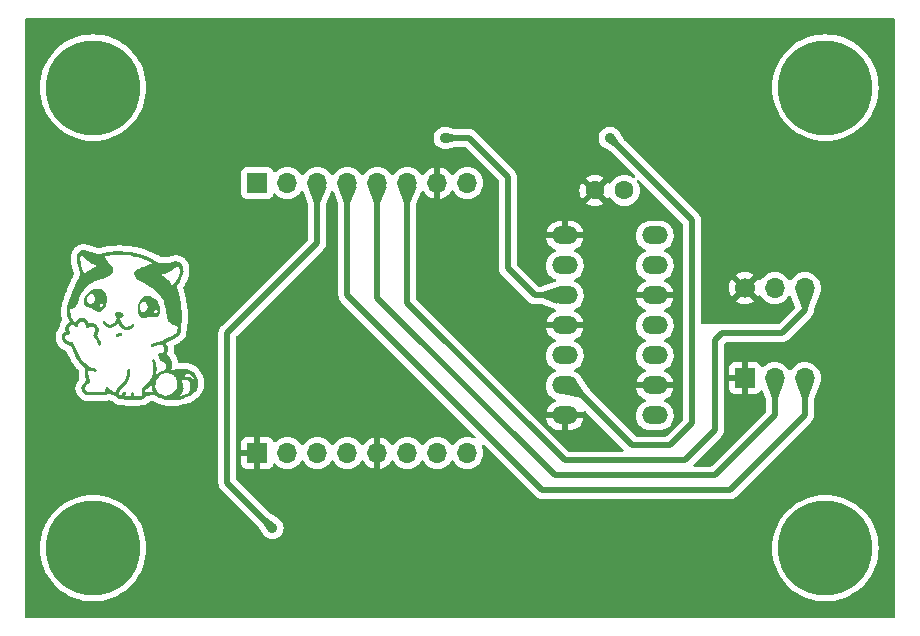
<source format=gbl>
%TF.GenerationSoftware,KiCad,Pcbnew,7.0.2*%
%TF.CreationDate,2023-05-01T19:45:28-04:00*%
%TF.ProjectId,esp32cam,65737033-3263-4616-9d2e-6b696361645f,rev?*%
%TF.SameCoordinates,Original*%
%TF.FileFunction,Copper,L2,Bot*%
%TF.FilePolarity,Positive*%
%FSLAX46Y46*%
G04 Gerber Fmt 4.6, Leading zero omitted, Abs format (unit mm)*
G04 Created by KiCad (PCBNEW 7.0.2) date 2023-05-01 19:45:28*
%MOMM*%
%LPD*%
G01*
G04 APERTURE LIST*
%TA.AperFunction,ComponentPad*%
%ADD10C,8.000000*%
%TD*%
%TA.AperFunction,ComponentPad*%
%ADD11R,1.700000X1.700000*%
%TD*%
%TA.AperFunction,ComponentPad*%
%ADD12O,1.700000X1.700000*%
%TD*%
%TA.AperFunction,ComponentPad*%
%ADD13C,1.700000*%
%TD*%
%TA.AperFunction,ComponentPad*%
%ADD14C,1.600000*%
%TD*%
%TA.AperFunction,ComponentPad*%
%ADD15O,2.200000X1.500000*%
%TD*%
%TA.AperFunction,ViaPad*%
%ADD16C,0.900000*%
%TD*%
%TA.AperFunction,Conductor*%
%ADD17C,0.500000*%
%TD*%
G04 APERTURE END LIST*
%TA.AperFunction,EtchedComponent*%
%TO.C,G\u002A\u002A\u002A*%
G36*
X95819577Y-71096299D02*
G01*
X95874773Y-71137675D01*
X95896049Y-71208356D01*
X95895006Y-71228246D01*
X95865203Y-71303388D01*
X95791617Y-71362162D01*
X95670622Y-71407772D01*
X95622740Y-71420008D01*
X95490093Y-71439931D01*
X95396988Y-71427709D01*
X95342096Y-71382950D01*
X95324094Y-71305262D01*
X95326645Y-71275188D01*
X95351460Y-71226875D01*
X95410125Y-71191644D01*
X95511710Y-71162598D01*
X95543303Y-71155044D01*
X95631839Y-71129758D01*
X95699132Y-71105101D01*
X95743411Y-71091019D01*
X95819577Y-71096299D01*
G37*
%TD.AperFunction*%
%TA.AperFunction,EtchedComponent*%
G36*
X94611446Y-68246775D02*
G01*
X94595995Y-68445259D01*
X94580770Y-68532308D01*
X94540677Y-68688103D01*
X94515269Y-68755170D01*
X94490828Y-68819685D01*
X94472556Y-68855854D01*
X94389870Y-68986502D01*
X94287896Y-69112096D01*
X94179355Y-69218170D01*
X94076968Y-69290261D01*
X94005145Y-69322125D01*
X93906687Y-69340169D01*
X93806131Y-69323031D01*
X93693813Y-69268546D01*
X93560065Y-69174550D01*
X93515988Y-69140936D01*
X93395913Y-69058265D01*
X93289760Y-69003775D01*
X93181043Y-68970164D01*
X93053277Y-68950134D01*
X92901123Y-68919556D01*
X92779174Y-68858842D01*
X92712225Y-68783924D01*
X93961030Y-68783924D01*
X94004563Y-68866628D01*
X94029680Y-68887277D01*
X94095397Y-68899881D01*
X94168593Y-68879988D01*
X94230293Y-68830624D01*
X94234060Y-68825792D01*
X94276190Y-68755170D01*
X94275514Y-68697958D01*
X94232180Y-68639146D01*
X94163867Y-68594960D01*
X94087635Y-68597842D01*
X94008401Y-68652578D01*
X93968859Y-68707317D01*
X93961030Y-68783924D01*
X92712225Y-68783924D01*
X92696030Y-68765801D01*
X92648730Y-68637035D01*
X92634314Y-68469145D01*
X92637095Y-68382576D01*
X92649957Y-68292903D01*
X92650074Y-68292537D01*
X92906284Y-68292537D01*
X92909596Y-68376920D01*
X92927506Y-68463990D01*
X92965656Y-68537809D01*
X92981661Y-68560755D01*
X93022771Y-68604104D01*
X93074805Y-68625081D01*
X93158282Y-68633923D01*
X93188106Y-68635380D01*
X93264065Y-68631914D01*
X93321639Y-68609108D01*
X93386215Y-68558570D01*
X93466798Y-68476782D01*
X93531145Y-68369763D01*
X93557274Y-68249176D01*
X93561820Y-68131681D01*
X93552587Y-68038856D01*
X93525052Y-67966571D01*
X93475546Y-67899109D01*
X93421803Y-67845033D01*
X93364752Y-67814717D01*
X93290129Y-67807211D01*
X93170430Y-67826952D01*
X93061009Y-67890430D01*
X92977781Y-67992638D01*
X92924841Y-68128400D01*
X92906284Y-68292537D01*
X92650074Y-68292537D01*
X92678462Y-68203586D01*
X92728201Y-68092175D01*
X92734569Y-68079026D01*
X92871313Y-67852681D01*
X93039834Y-67667431D01*
X93240547Y-67522901D01*
X93473868Y-67418714D01*
X93486272Y-67414623D01*
X93691390Y-67371535D01*
X93890467Y-67373537D01*
X94076634Y-67418164D01*
X94243027Y-67502953D01*
X94382778Y-67625437D01*
X94489024Y-67783151D01*
X94540796Y-67897027D01*
X94594141Y-68070806D01*
X94600128Y-68131681D01*
X94611446Y-68246775D01*
G37*
%TD.AperFunction*%
%TA.AperFunction,EtchedComponent*%
G36*
X99059044Y-68921195D02*
G01*
X99077687Y-69146106D01*
X99075779Y-69241416D01*
X99075419Y-69259404D01*
X99049666Y-69439783D01*
X98994405Y-69581306D01*
X98907899Y-69687668D01*
X98788412Y-69762571D01*
X98759073Y-69775337D01*
X98703643Y-69795068D01*
X98653115Y-69800372D01*
X98589087Y-69791673D01*
X98493156Y-69769398D01*
X98389121Y-69748371D01*
X98249068Y-69739898D01*
X98107116Y-69759551D01*
X97943336Y-69808755D01*
X97897403Y-69822991D01*
X97778223Y-69848275D01*
X97666988Y-69859150D01*
X97593483Y-69858023D01*
X97534781Y-69845701D01*
X97483033Y-69812906D01*
X97417365Y-69750558D01*
X97395434Y-69727285D01*
X97292243Y-69576098D01*
X97219883Y-69392271D01*
X97180248Y-69184938D01*
X97175236Y-68963230D01*
X97177349Y-68948013D01*
X97362666Y-68948013D01*
X97382722Y-69084249D01*
X97429274Y-69202662D01*
X97500409Y-69288765D01*
X97579100Y-69330494D01*
X97681008Y-69337661D01*
X97688599Y-69334901D01*
X98579392Y-69334901D01*
X98621381Y-69402056D01*
X98653486Y-69424798D01*
X98725031Y-69440803D01*
X98793334Y-69420818D01*
X98848936Y-69374493D01*
X98882379Y-69311476D01*
X98884206Y-69241416D01*
X98844959Y-69173961D01*
X98800559Y-69143183D01*
X98727284Y-69140083D01*
X98642339Y-69186990D01*
X98636357Y-69191859D01*
X98584768Y-69260890D01*
X98579392Y-69334901D01*
X97688599Y-69334901D01*
X97783268Y-69300478D01*
X97878209Y-69222017D01*
X97958163Y-69105353D01*
X97976041Y-69070013D01*
X98009435Y-68989059D01*
X98020710Y-68918595D01*
X98014939Y-68834417D01*
X98005112Y-68779364D01*
X97966158Y-68663258D01*
X97910164Y-68567866D01*
X97845281Y-68508827D01*
X97800557Y-68491243D01*
X97694283Y-68484605D01*
X97584786Y-68514827D01*
X97487474Y-68576333D01*
X97417755Y-68663546D01*
X97409704Y-68680017D01*
X97371021Y-68808440D01*
X97362666Y-68948013D01*
X97177349Y-68948013D01*
X97206743Y-68736278D01*
X97257473Y-68567201D01*
X97355673Y-68379962D01*
X97497865Y-68212235D01*
X97544061Y-68168898D01*
X97650148Y-68086871D01*
X97757318Y-68036064D01*
X97882064Y-68010109D01*
X98040880Y-68002642D01*
X98069459Y-68002660D01*
X98183123Y-68005719D01*
X98267144Y-68016250D01*
X98339992Y-68037707D01*
X98420135Y-68073541D01*
X98512599Y-68126953D01*
X98658301Y-68238353D01*
X98792915Y-68370989D01*
X98898329Y-68508390D01*
X98916070Y-68537242D01*
X99006647Y-68723485D01*
X99058355Y-68918595D01*
X99059044Y-68921195D01*
G37*
%TD.AperFunction*%
%TA.AperFunction,EtchedComponent*%
G36*
X95451512Y-69368279D02*
G01*
X95562166Y-69374816D01*
X95695477Y-69387162D01*
X95828883Y-69412964D01*
X95919912Y-69451848D01*
X95973582Y-69506172D01*
X95994915Y-69578299D01*
X95995937Y-69592361D01*
X95992041Y-69650651D01*
X95964868Y-69696602D01*
X95903922Y-69750023D01*
X95875636Y-69771641D01*
X95802303Y-69823609D01*
X95744892Y-69859096D01*
X95719517Y-69874634D01*
X95696150Y-69911009D01*
X95701226Y-69973349D01*
X95743952Y-70135186D01*
X95828278Y-70320551D01*
X95941996Y-70464676D01*
X96084185Y-70566132D01*
X96086195Y-70567156D01*
X96160409Y-70599078D01*
X96223306Y-70605686D01*
X96304787Y-70590251D01*
X96351613Y-70577110D01*
X96491041Y-70516234D01*
X96623991Y-70419081D01*
X96628622Y-70415087D01*
X96706525Y-70360128D01*
X96769396Y-70346491D01*
X96828990Y-70371445D01*
X96868353Y-70411118D01*
X96885622Y-70478577D01*
X96860967Y-70554241D01*
X96798682Y-70633093D01*
X96703063Y-70710115D01*
X96578406Y-70780291D01*
X96429007Y-70838603D01*
X96294755Y-70868209D01*
X96130146Y-70863461D01*
X95972285Y-70809084D01*
X95920931Y-70780150D01*
X95786559Y-70679155D01*
X95667464Y-70555882D01*
X95581287Y-70427543D01*
X95567996Y-70402306D01*
X95536862Y-70349884D01*
X95518580Y-70329013D01*
X95501502Y-70340302D01*
X95456417Y-70379465D01*
X95395618Y-70436978D01*
X95388007Y-70444306D01*
X95238156Y-70557548D01*
X95065336Y-70640642D01*
X94889227Y-70683991D01*
X94883075Y-70684701D01*
X94796345Y-70687940D01*
X94719449Y-70671524D01*
X94626353Y-70630120D01*
X94542469Y-70582100D01*
X94430184Y-70498309D01*
X94337784Y-70406385D01*
X94268922Y-70312834D01*
X94227255Y-70224165D01*
X94216435Y-70146883D01*
X94240117Y-70087496D01*
X94301957Y-70052511D01*
X94364029Y-70050193D01*
X94412052Y-70088517D01*
X94420249Y-70099142D01*
X94467665Y-70160507D01*
X94521580Y-70230180D01*
X94543043Y-70254923D01*
X94620460Y-70323666D01*
X94706270Y-70380205D01*
X94748617Y-70401983D01*
X94810154Y-70425282D01*
X94866506Y-70426275D01*
X94943589Y-70407996D01*
X95016760Y-70380271D01*
X95148821Y-70295992D01*
X95268538Y-70177645D01*
X95363218Y-70036468D01*
X95435873Y-69897700D01*
X95369702Y-69794881D01*
X95355922Y-69772466D01*
X95307425Y-69679827D01*
X95272473Y-69593582D01*
X95257242Y-69535923D01*
X95258417Y-69481520D01*
X95285748Y-69427441D01*
X95288154Y-69423776D01*
X95311050Y-69393097D01*
X95337926Y-69375140D01*
X95380756Y-69367627D01*
X95451512Y-69368279D01*
G37*
%TD.AperFunction*%
%TA.AperFunction,EtchedComponent*%
G36*
X101062625Y-65892529D02*
G01*
X101034099Y-66109242D01*
X100971942Y-66334811D01*
X100876457Y-66564300D01*
X100747946Y-66792777D01*
X100586715Y-67015307D01*
X100584493Y-67018040D01*
X100527581Y-67091832D01*
X100487101Y-67151348D01*
X100471688Y-67183929D01*
X100473467Y-67194489D01*
X100491942Y-67245243D01*
X100524003Y-67313875D01*
X100529953Y-67326294D01*
X100563134Y-67415692D01*
X100601800Y-67546697D01*
X100644181Y-67711146D01*
X100688507Y-67900881D01*
X100733008Y-68107740D01*
X100775915Y-68323563D01*
X100815458Y-68540189D01*
X100849867Y-68749459D01*
X100877371Y-68943211D01*
X100881879Y-68979712D01*
X100906982Y-69257725D01*
X100919804Y-69557107D01*
X100920847Y-69867485D01*
X100910614Y-70178484D01*
X100889607Y-70479729D01*
X100876273Y-70599571D01*
X100858330Y-70760846D01*
X100817285Y-71011460D01*
X100766976Y-71221196D01*
X100755969Y-71241720D01*
X100703033Y-71297314D01*
X100614948Y-71368898D01*
X100499240Y-71451629D01*
X100363434Y-71540665D01*
X100215055Y-71631161D01*
X100061630Y-71718275D01*
X99910685Y-71797163D01*
X99769744Y-71862982D01*
X99740372Y-71875707D01*
X99654705Y-71913215D01*
X99593413Y-71940650D01*
X99568199Y-71952797D01*
X99567983Y-71953229D01*
X99577242Y-71980760D01*
X99604340Y-72041366D01*
X99643875Y-72122905D01*
X99663266Y-72164270D01*
X99718373Y-72328112D01*
X99743135Y-72492248D01*
X99736453Y-72643366D01*
X99697224Y-72768154D01*
X99644039Y-72870192D01*
X99753427Y-72977548D01*
X99784715Y-73009619D01*
X99916879Y-73180757D01*
X100018834Y-73374295D01*
X100084480Y-73576526D01*
X100107717Y-73773741D01*
X100104738Y-73824918D01*
X100086987Y-73942442D01*
X100056031Y-74083500D01*
X100015085Y-74232187D01*
X100014809Y-74233141D01*
X100026341Y-74268606D01*
X100069594Y-74292203D01*
X100125090Y-74298026D01*
X100173352Y-74280170D01*
X100202993Y-74263714D01*
X100284280Y-74237343D01*
X100398530Y-74211474D01*
X100534236Y-74188010D01*
X100679888Y-74168851D01*
X100823976Y-74155898D01*
X100954991Y-74151053D01*
X101126795Y-74157723D01*
X101357549Y-74189387D01*
X101563521Y-74244747D01*
X101732802Y-74321198D01*
X101858805Y-74412268D01*
X102001484Y-74557509D01*
X102125326Y-74729701D01*
X102219185Y-74915234D01*
X102244738Y-74980749D01*
X102274585Y-75070165D01*
X102275793Y-75073784D01*
X102293633Y-75159109D01*
X102301840Y-75256608D01*
X102303994Y-75386161D01*
X102303012Y-75509289D01*
X102297152Y-75598085D01*
X102286680Y-75650724D01*
X102282978Y-75669330D01*
X102257057Y-75740264D01*
X102215954Y-75828126D01*
X102165876Y-75920150D01*
X102014704Y-76122716D01*
X101819851Y-76302993D01*
X101584469Y-76459076D01*
X101311711Y-76589065D01*
X101004728Y-76691057D01*
X100666673Y-76763148D01*
X100567336Y-76775425D01*
X100408857Y-76786286D01*
X100228720Y-76791549D01*
X100039171Y-76791430D01*
X99852456Y-76786144D01*
X99680820Y-76775906D01*
X99536509Y-76760932D01*
X99431770Y-76741436D01*
X99334557Y-76714220D01*
X99158374Y-76656085D01*
X99007430Y-76591212D01*
X98863658Y-76512314D01*
X98819086Y-76485786D01*
X98760579Y-76454587D01*
X98711134Y-76435516D01*
X100768191Y-76435516D01*
X100815061Y-76428045D01*
X100929451Y-76399393D01*
X101063706Y-76356839D01*
X101200473Y-76306535D01*
X101322398Y-76254630D01*
X101412128Y-76207276D01*
X101465919Y-76170185D01*
X101513611Y-76122500D01*
X101549233Y-76058359D01*
X101584744Y-75960676D01*
X101617077Y-75843585D01*
X101641466Y-75650724D01*
X101626374Y-75478858D01*
X101574345Y-75332156D01*
X101487921Y-75214787D01*
X101369648Y-75130920D01*
X101222068Y-75084725D01*
X101047724Y-75080371D01*
X100996599Y-75086508D01*
X100931546Y-75098898D01*
X100901443Y-75111360D01*
X100900791Y-75112726D01*
X100905985Y-75148538D01*
X100930300Y-75205493D01*
X100963673Y-75283245D01*
X100992234Y-75375840D01*
X101004198Y-75414627D01*
X101037802Y-75562481D01*
X101060097Y-75706796D01*
X101066695Y-75827564D01*
X101040978Y-75998125D01*
X100965681Y-76170283D01*
X100839935Y-76333183D01*
X100799061Y-76378867D01*
X100768652Y-76420602D01*
X100768191Y-76435516D01*
X98711134Y-76435516D01*
X98704152Y-76432823D01*
X98640809Y-76419467D01*
X98561554Y-76413495D01*
X98457394Y-76413881D01*
X98319331Y-76419599D01*
X98138372Y-76429623D01*
X98121902Y-76430589D01*
X97991679Y-76440147D01*
X97906479Y-76451060D01*
X97859989Y-76464447D01*
X97845895Y-76481426D01*
X97826145Y-76531611D01*
X97774803Y-76596328D01*
X97705109Y-76662597D01*
X97630300Y-76717844D01*
X97563616Y-76749497D01*
X97546328Y-76753050D01*
X97468377Y-76761340D01*
X97349855Y-76768053D01*
X97199022Y-76773109D01*
X97024137Y-76776427D01*
X96833460Y-76777924D01*
X96635252Y-76777520D01*
X96437771Y-76775134D01*
X96249279Y-76770685D01*
X96078034Y-76764091D01*
X95900211Y-76752948D01*
X95752472Y-76735885D01*
X95638737Y-76710671D01*
X95549755Y-76674451D01*
X95476281Y-76624369D01*
X95409064Y-76557571D01*
X95345135Y-76493018D01*
X95268948Y-76444916D01*
X95168106Y-76413727D01*
X95084936Y-76389003D01*
X94968952Y-76343859D01*
X94860399Y-76291985D01*
X94695681Y-76203081D01*
X94607630Y-76280391D01*
X94590430Y-76294555D01*
X94505429Y-76349134D01*
X94421375Y-76384973D01*
X94390025Y-76390383D01*
X94303802Y-76397676D01*
X94176500Y-76403745D01*
X94014678Y-76408369D01*
X93824890Y-76411324D01*
X93613693Y-76412389D01*
X93580208Y-76412391D01*
X93373881Y-76412077D01*
X93212046Y-76410895D01*
X93088138Y-76408444D01*
X92995594Y-76404321D01*
X92927848Y-76398125D01*
X92878336Y-76389455D01*
X92840494Y-76377909D01*
X92807756Y-76363085D01*
X92734217Y-76319401D01*
X92606197Y-76210680D01*
X92504630Y-76080122D01*
X92437527Y-75939162D01*
X92412894Y-75799235D01*
X92414579Y-75766005D01*
X92445395Y-75639986D01*
X92509072Y-75503253D01*
X92597890Y-75370226D01*
X92704126Y-75255325D01*
X92836944Y-75135910D01*
X92781165Y-74974785D01*
X92743357Y-74839536D01*
X92711900Y-74675012D01*
X92690396Y-74503567D01*
X92681171Y-74343893D01*
X92686554Y-74214686D01*
X92703404Y-74079821D01*
X92459508Y-73835789D01*
X92214765Y-73562475D01*
X91971209Y-73218959D01*
X91760002Y-72835658D01*
X91580599Y-72411690D01*
X91509859Y-72219547D01*
X91321429Y-72171695D01*
X91288602Y-72162856D01*
X91095613Y-72085892D01*
X90942656Y-71977200D01*
X90831076Y-71838381D01*
X90762217Y-71671036D01*
X90741915Y-71511958D01*
X91035248Y-71511958D01*
X91069893Y-71637459D01*
X91083193Y-71665363D01*
X91165632Y-71767778D01*
X91286012Y-71846504D01*
X91435637Y-71897042D01*
X91605809Y-71914888D01*
X91665183Y-71924366D01*
X91717673Y-71951895D01*
X91736770Y-71982688D01*
X91769747Y-72054619D01*
X91809703Y-72154381D01*
X91851751Y-72270370D01*
X91868311Y-72317502D01*
X92020265Y-72686455D01*
X92200452Y-73025718D01*
X92405023Y-73328771D01*
X92630132Y-73589098D01*
X92738458Y-73692782D01*
X92934286Y-73852872D01*
X93129515Y-73979623D01*
X93316808Y-74068541D01*
X93488827Y-74115131D01*
X93512787Y-74119030D01*
X93625035Y-74152398D01*
X93690787Y-74204898D01*
X93712221Y-74278118D01*
X93709427Y-74321159D01*
X93688439Y-74373035D01*
X93640575Y-74399393D01*
X93558385Y-74403157D01*
X93434417Y-74387257D01*
X93433218Y-74387055D01*
X93320533Y-74365442D01*
X93213113Y-74340472D01*
X93134062Y-74317510D01*
X93109351Y-74309043D01*
X93042689Y-74288798D01*
X93003159Y-74280702D01*
X92998433Y-74282169D01*
X92985619Y-74316448D01*
X92982655Y-74388134D01*
X92988365Y-74486489D01*
X93001574Y-74600773D01*
X93021106Y-74720248D01*
X93045786Y-74834176D01*
X93074438Y-74931817D01*
X93077533Y-74940653D01*
X93117538Y-75072378D01*
X93129691Y-75172347D01*
X93111156Y-75253714D01*
X93059098Y-75329637D01*
X92970682Y-75413270D01*
X92922855Y-75455621D01*
X92807290Y-75578634D01*
X92740771Y-75691283D01*
X92722579Y-75796519D01*
X92751992Y-75897297D01*
X92828290Y-75996566D01*
X92932282Y-76100558D01*
X93635936Y-76100558D01*
X93738634Y-76100359D01*
X93948567Y-76098473D01*
X94122704Y-76094714D01*
X94256999Y-76089227D01*
X94347405Y-76082156D01*
X94389877Y-76073646D01*
X94405255Y-76063389D01*
X94432434Y-76018146D01*
X94440547Y-75937156D01*
X94442165Y-75895522D01*
X94464788Y-75787277D01*
X94509513Y-75716713D01*
X94570514Y-75687404D01*
X94641964Y-75702927D01*
X94718040Y-75766857D01*
X94821046Y-75879295D01*
X94950258Y-75992531D01*
X95076919Y-76067900D01*
X95209935Y-76111645D01*
X95219000Y-76113559D01*
X95261320Y-76118063D01*
X95291946Y-76103923D01*
X95322068Y-76061632D01*
X95362876Y-75981679D01*
X95370414Y-75966962D01*
X95441788Y-75857026D01*
X95551523Y-75721364D01*
X95696352Y-75564069D01*
X95740768Y-75517885D01*
X95891489Y-75354891D01*
X96008577Y-75213877D01*
X96096972Y-75085727D01*
X96161616Y-74961326D01*
X96207447Y-74831557D01*
X96239405Y-74687305D01*
X96262431Y-74519453D01*
X96269763Y-74456293D01*
X96289500Y-74323192D01*
X96312618Y-74231574D01*
X96342504Y-74173834D01*
X96382546Y-74142371D01*
X96436130Y-74129580D01*
X96461704Y-74128270D01*
X96514311Y-74139464D01*
X96547442Y-74176701D01*
X96562921Y-74246108D01*
X96562573Y-74353813D01*
X96548223Y-74505940D01*
X96544470Y-74537040D01*
X96514232Y-74735846D01*
X96473567Y-74908063D01*
X96417494Y-75063597D01*
X96341036Y-75212357D01*
X96239213Y-75364249D01*
X96107046Y-75529180D01*
X95939557Y-75717057D01*
X95896751Y-75763946D01*
X95802054Y-75870940D01*
X95720493Y-75967461D01*
X95659622Y-76044431D01*
X95626994Y-76092768D01*
X95592251Y-76184053D01*
X95591787Y-76281583D01*
X95638938Y-76358961D01*
X95733278Y-76414897D01*
X95761919Y-76424613D01*
X95808261Y-76426449D01*
X95835287Y-76392882D01*
X95852999Y-76315618D01*
X95873826Y-76235124D01*
X95924337Y-76142568D01*
X95991939Y-76082977D01*
X96068663Y-76062546D01*
X96146538Y-76087468D01*
X96194102Y-76137778D01*
X96203497Y-76213026D01*
X96165134Y-76308132D01*
X96142338Y-76351800D01*
X96131322Y-76406751D01*
X96158548Y-76441353D01*
X96228334Y-76459361D01*
X96344997Y-76464530D01*
X96401729Y-76463821D01*
X96500669Y-76455087D01*
X96560549Y-76432621D01*
X96590085Y-76391708D01*
X96597993Y-76327631D01*
X96610290Y-76237359D01*
X96653110Y-76173970D01*
X96725715Y-76152554D01*
X96751385Y-76154058D01*
X96817205Y-76181278D01*
X96859653Y-76247026D01*
X96883103Y-76356989D01*
X96896970Y-76477529D01*
X97091955Y-76480146D01*
X97189834Y-76480440D01*
X97353363Y-76474106D01*
X97465774Y-76458430D01*
X97527091Y-76433411D01*
X97550156Y-76385498D01*
X97558592Y-76297098D01*
X97551935Y-76178283D01*
X97530111Y-76038807D01*
X97529365Y-76035067D01*
X97523418Y-75988174D01*
X97825929Y-75988174D01*
X97832105Y-76044959D01*
X97850027Y-76126556D01*
X98175967Y-76126556D01*
X98280809Y-76126965D01*
X98385207Y-76126213D01*
X98449055Y-76119064D01*
X98478942Y-76100161D01*
X98481456Y-76064142D01*
X98463185Y-76005650D01*
X98430719Y-75919323D01*
X98429530Y-75916037D01*
X98400369Y-75783129D01*
X98397378Y-75652240D01*
X98681867Y-75652240D01*
X98710622Y-75841953D01*
X98784421Y-76010182D01*
X98828824Y-76064142D01*
X98903109Y-76154415D01*
X98968762Y-76212872D01*
X99063157Y-76282372D01*
X99165812Y-76335673D01*
X99298210Y-76385333D01*
X99395825Y-76414884D01*
X99499506Y-76434092D01*
X99600754Y-76434631D01*
X99711748Y-76415245D01*
X99844667Y-76374676D01*
X100011689Y-76311666D01*
X100036092Y-76299757D01*
X100113865Y-76245897D01*
X100204257Y-76168126D01*
X100294059Y-76079184D01*
X100370060Y-75991812D01*
X100419052Y-75918751D01*
X100434220Y-75885837D01*
X100476586Y-75766464D01*
X100513574Y-75626622D01*
X100539750Y-75488888D01*
X100549682Y-75375840D01*
X100547569Y-75333707D01*
X100530764Y-75227953D01*
X100501720Y-75116801D01*
X100465910Y-75019325D01*
X100428809Y-74954601D01*
X100409037Y-74927116D01*
X100393695Y-74888520D01*
X100388594Y-74874226D01*
X100353160Y-74828255D01*
X100294068Y-74767962D01*
X100224090Y-74705136D01*
X101173633Y-74705136D01*
X101173672Y-74709754D01*
X101185526Y-74767079D01*
X101224116Y-74802925D01*
X101297591Y-74821412D01*
X101414105Y-74826659D01*
X101468250Y-74827926D01*
X101587000Y-74841257D01*
X101670438Y-74867126D01*
X101699714Y-74884217D01*
X101775207Y-74937452D01*
X101851133Y-75000141D01*
X101892664Y-75035738D01*
X101936412Y-75067183D01*
X101953262Y-75070165D01*
X101953260Y-75070094D01*
X101941167Y-75037253D01*
X101909993Y-74973171D01*
X101866452Y-74891653D01*
X101799974Y-74787155D01*
X101689420Y-74666646D01*
X101569241Y-74592165D01*
X101443300Y-74566679D01*
X101360535Y-74573030D01*
X101263310Y-74601050D01*
X101197705Y-74646782D01*
X101173633Y-74705136D01*
X100224090Y-74705136D01*
X100223306Y-74704432D01*
X100152860Y-74648752D01*
X100094718Y-74612009D01*
X100056325Y-74595601D01*
X99934846Y-74560334D01*
X99791898Y-74534793D01*
X99648990Y-74522244D01*
X99527631Y-74525949D01*
X99474114Y-74534270D01*
X99276013Y-74596668D01*
X99100930Y-74704259D01*
X98952516Y-74854313D01*
X98834428Y-75044097D01*
X98760113Y-75218390D01*
X98698312Y-75443549D01*
X98681867Y-75652240D01*
X98397378Y-75652240D01*
X98396499Y-75613786D01*
X98397085Y-75600238D01*
X98400320Y-75511193D01*
X98401533Y-75448341D01*
X98400457Y-75424551D01*
X98386007Y-75437496D01*
X98341519Y-75480554D01*
X98274482Y-75546647D01*
X98192474Y-75628348D01*
X98127380Y-75692482D01*
X98035885Y-75779575D01*
X97956591Y-75851703D01*
X97901533Y-75897723D01*
X97899111Y-75899547D01*
X97845060Y-75946500D01*
X97825929Y-75988174D01*
X97523418Y-75988174D01*
X97515017Y-75921936D01*
X97529495Y-75839728D01*
X97579487Y-75772665D01*
X97671685Y-75704973D01*
X97755850Y-75644206D01*
X97881790Y-75534131D01*
X98011059Y-75403508D01*
X98130275Y-75266080D01*
X98226057Y-75135591D01*
X98226335Y-75135164D01*
X98355095Y-74890386D01*
X98443325Y-74617800D01*
X98490088Y-74323291D01*
X98494451Y-74012742D01*
X98455477Y-73692037D01*
X98445181Y-73635480D01*
X98428087Y-73515465D01*
X98427922Y-73435202D01*
X98446817Y-73387176D01*
X98486907Y-73363872D01*
X98550323Y-73357774D01*
X98581013Y-73359006D01*
X98636262Y-73378271D01*
X98673572Y-73431718D01*
X98687107Y-73464191D01*
X98719580Y-73580810D01*
X98746204Y-73731108D01*
X98765981Y-73901919D01*
X98777911Y-74080075D01*
X98780997Y-74252411D01*
X98774239Y-74405759D01*
X98756640Y-74526952D01*
X98751517Y-74550470D01*
X98741891Y-74611234D01*
X98743095Y-74640610D01*
X98750932Y-74639412D01*
X98786806Y-74613646D01*
X98839150Y-74565231D01*
X99008252Y-74427361D01*
X99217438Y-74318647D01*
X99464109Y-74243556D01*
X99527457Y-74209829D01*
X99574600Y-74134082D01*
X99599600Y-74057671D01*
X99606951Y-73921770D01*
X99563722Y-73795368D01*
X99470476Y-73679740D01*
X99327778Y-73576160D01*
X99322341Y-73572998D01*
X99193766Y-73494172D01*
X99105658Y-73428748D01*
X99051183Y-73369342D01*
X99023509Y-73308572D01*
X99015803Y-73239054D01*
X99014359Y-73199053D01*
X98996479Y-73130751D01*
X98950808Y-73080151D01*
X98898038Y-73021098D01*
X98885243Y-72954920D01*
X98917951Y-72893943D01*
X98992892Y-72843826D01*
X99106796Y-72810225D01*
X99199132Y-72788976D01*
X99327317Y-72733395D01*
X99408791Y-72655218D01*
X99443464Y-72554550D01*
X99431247Y-72431496D01*
X99427988Y-72419710D01*
X99395911Y-72327881D01*
X99353984Y-72234426D01*
X99309018Y-72152002D01*
X99267822Y-72093267D01*
X99237207Y-72070876D01*
X99233040Y-72071228D01*
X99187073Y-72082204D01*
X99109255Y-72105451D01*
X99013857Y-72136759D01*
X98895027Y-72175145D01*
X98749199Y-72218660D01*
X98616658Y-72254987D01*
X98564072Y-72268277D01*
X98478949Y-72287305D01*
X98424005Y-72292959D01*
X98385621Y-72285827D01*
X98350179Y-72266498D01*
X98344856Y-72262847D01*
X98297222Y-72202002D01*
X98292903Y-72129913D01*
X98333357Y-72064101D01*
X98375245Y-72039606D01*
X98453618Y-72008634D01*
X98547840Y-71980527D01*
X98591910Y-71969132D01*
X98891823Y-71879929D01*
X99202502Y-71769277D01*
X99511454Y-71642585D01*
X99806188Y-71505264D01*
X100074212Y-71362723D01*
X100303035Y-71220373D01*
X100484687Y-71095952D01*
X100534449Y-70840143D01*
X100546257Y-70777960D01*
X100563258Y-70669509D01*
X100564915Y-70599571D01*
X100549075Y-70559802D01*
X100513582Y-70541858D01*
X100456283Y-70537394D01*
X100392587Y-70523493D01*
X100297652Y-70483975D01*
X100186598Y-70425955D01*
X100072021Y-70356572D01*
X99966518Y-70282966D01*
X99882683Y-70212276D01*
X99831181Y-70158941D01*
X99772237Y-70082113D01*
X99727791Y-69995846D01*
X99693819Y-69889508D01*
X99666298Y-69752466D01*
X99641205Y-69574085D01*
X99610898Y-69346271D01*
X99564116Y-69055866D01*
X99511357Y-68805606D01*
X99449817Y-68588495D01*
X99376689Y-68397534D01*
X99289170Y-68225723D01*
X99184454Y-68066066D01*
X99059737Y-67911563D01*
X98912213Y-67755215D01*
X98793879Y-67641063D01*
X98617929Y-67487353D01*
X98432128Y-67345648D01*
X98226541Y-67209039D01*
X97991233Y-67070616D01*
X97716270Y-66923469D01*
X97529457Y-66824999D01*
X97366916Y-66733155D01*
X97240168Y-66652225D01*
X97142926Y-66577324D01*
X97068903Y-66503568D01*
X97011814Y-66426071D01*
X96965372Y-66339949D01*
X96921796Y-66234774D01*
X96910556Y-66185922D01*
X99194381Y-66185922D01*
X99208174Y-66215358D01*
X99267842Y-66261354D01*
X99374505Y-66325481D01*
X99453827Y-66374294D01*
X99615913Y-66494693D01*
X99771530Y-66635430D01*
X99809781Y-66674814D01*
X99904612Y-66782053D01*
X99983597Y-66884675D01*
X100035042Y-66967927D01*
X100101782Y-67103567D01*
X100230556Y-66967407D01*
X100255782Y-66940262D01*
X100424792Y-66730368D01*
X100563664Y-66506770D01*
X100668185Y-66278459D01*
X100734141Y-66054422D01*
X100757318Y-65843651D01*
X100755919Y-65779777D01*
X100742144Y-65672215D01*
X100711010Y-65597708D01*
X100659267Y-65556262D01*
X100583667Y-65547885D01*
X100480961Y-65572582D01*
X100347902Y-65630360D01*
X100181240Y-65721225D01*
X99977727Y-65845184D01*
X99835623Y-65931427D01*
X99652945Y-66031550D01*
X99492754Y-66106338D01*
X99360875Y-66153149D01*
X99263135Y-66169340D01*
X99225341Y-66171473D01*
X99194381Y-66185922D01*
X96910556Y-66185922D01*
X96890709Y-66099664D01*
X96901927Y-65986858D01*
X96956480Y-65890240D01*
X97055392Y-65803694D01*
X97075169Y-65790296D01*
X97141002Y-65749287D01*
X97214003Y-65710521D01*
X97302630Y-65670343D01*
X97415343Y-65625096D01*
X97560599Y-65571124D01*
X97746857Y-65504769D01*
X97905255Y-65446745D01*
X98063554Y-65383655D01*
X98197692Y-65324680D01*
X98301340Y-65272791D01*
X98368169Y-65230956D01*
X98391852Y-65202145D01*
X98391156Y-65199681D01*
X98361117Y-65175029D01*
X98293077Y-65135928D01*
X98195807Y-65086537D01*
X98078082Y-65031018D01*
X97948675Y-64973530D01*
X97816359Y-64918233D01*
X97689907Y-64869289D01*
X97673203Y-64863199D01*
X97464109Y-64794119D01*
X97223279Y-64725174D01*
X96969075Y-64661024D01*
X96719861Y-64606330D01*
X96494002Y-64565752D01*
X96385113Y-64551546D01*
X96165833Y-64533132D01*
X95917891Y-64522297D01*
X95654652Y-64518947D01*
X95389480Y-64522985D01*
X95135738Y-64534315D01*
X94906790Y-64552843D01*
X94716000Y-64578473D01*
X94594253Y-64601148D01*
X94491132Y-64623091D01*
X94417585Y-64641787D01*
X94384494Y-64654734D01*
X94379522Y-64668268D01*
X94387492Y-64696226D01*
X94413335Y-64742910D01*
X94460554Y-64813906D01*
X94532653Y-64914801D01*
X94633134Y-65051179D01*
X94660342Y-65087606D01*
X94708051Y-65149699D01*
X94756620Y-65209443D01*
X94814651Y-65276977D01*
X94890745Y-65362439D01*
X94962212Y-65441398D01*
X94993505Y-65475971D01*
X95008347Y-65492716D01*
X95095886Y-65620703D01*
X95132425Y-65743702D01*
X95118459Y-65863248D01*
X95091508Y-65925269D01*
X95006776Y-66046605D01*
X94883635Y-66168451D01*
X94729801Y-66282486D01*
X94726150Y-66284836D01*
X94632114Y-66343673D01*
X94544869Y-66393487D01*
X94455007Y-66438349D01*
X94353118Y-66482330D01*
X94229795Y-66529503D01*
X94075627Y-66583938D01*
X93881207Y-66649708D01*
X93578655Y-66762406D01*
X93274332Y-66905120D01*
X93015196Y-67061839D01*
X92803160Y-67231387D01*
X92640140Y-67412587D01*
X92595339Y-67477254D01*
X92497983Y-67640992D01*
X92401394Y-67830937D01*
X92313689Y-68030521D01*
X92242985Y-68223179D01*
X92228416Y-68267497D01*
X92195440Y-68363100D01*
X92168488Y-68434969D01*
X92152313Y-68470159D01*
X92141757Y-68490172D01*
X92117312Y-68550609D01*
X92089323Y-68630769D01*
X92056606Y-68715011D01*
X91985916Y-68843385D01*
X91902474Y-68948083D01*
X91816174Y-69015183D01*
X91799597Y-69022690D01*
X91715384Y-69045803D01*
X91623458Y-69055113D01*
X91597153Y-69055599D01*
X91524517Y-69067247D01*
X91492177Y-69096236D01*
X91479510Y-69163164D01*
X91476278Y-69265766D01*
X91482255Y-69384853D01*
X91496541Y-69502937D01*
X91518235Y-69602529D01*
X91524424Y-69622705D01*
X91569307Y-69746235D01*
X91625731Y-69874429D01*
X91687904Y-69996555D01*
X91750034Y-70101882D01*
X91806333Y-70179680D01*
X91851008Y-70219215D01*
X91870085Y-70227453D01*
X91907847Y-70234112D01*
X91939281Y-70212024D01*
X91980430Y-70152978D01*
X92061581Y-70045104D01*
X92163780Y-69947880D01*
X92264527Y-69888701D01*
X92352256Y-69869603D01*
X92470605Y-69864064D01*
X92592218Y-69873053D01*
X92693292Y-69896158D01*
X92790396Y-69949050D01*
X92896934Y-70046775D01*
X92985965Y-70170511D01*
X93045618Y-70306435D01*
X93059026Y-70330250D01*
X93091886Y-70336319D01*
X93158204Y-70322181D01*
X93160603Y-70321551D01*
X93278466Y-70307456D01*
X93412116Y-70316202D01*
X93539557Y-70344693D01*
X93638796Y-70389834D01*
X93643431Y-70392998D01*
X93755910Y-70499456D01*
X93836952Y-70634971D01*
X93880300Y-70785348D01*
X93879698Y-70936393D01*
X93869334Y-70983389D01*
X93838737Y-71083636D01*
X93800268Y-71182880D01*
X93738926Y-71321804D01*
X93856270Y-71474301D01*
X93946628Y-71602560D01*
X94030937Y-71753439D01*
X94083612Y-71890634D01*
X94103190Y-72008560D01*
X94088206Y-72101630D01*
X94037195Y-72164259D01*
X94000983Y-72185777D01*
X93959950Y-72192138D01*
X93910721Y-72166563D01*
X93910324Y-72166301D01*
X93856920Y-72103809D01*
X93817767Y-72001085D01*
X93800954Y-71941649D01*
X93768625Y-71859327D01*
X93721618Y-71774628D01*
X93653019Y-71675657D01*
X93555914Y-71550517D01*
X93541623Y-71532346D01*
X93482972Y-71450844D01*
X93441787Y-71382306D01*
X93426243Y-71339999D01*
X93436715Y-71296476D01*
X93466281Y-71222166D01*
X93508245Y-71135260D01*
X93566801Y-70999513D01*
X93592739Y-70859783D01*
X93592749Y-70859300D01*
X93588642Y-70777814D01*
X93564811Y-70721618D01*
X93510326Y-70664867D01*
X93489267Y-70647205D01*
X93412674Y-70604012D01*
X93324942Y-70590875D01*
X93215451Y-70607522D01*
X93073583Y-70653681D01*
X93062055Y-70657988D01*
X92962095Y-70690942D01*
X92895969Y-70701665D01*
X92852603Y-70692082D01*
X92813349Y-70663441D01*
X92767416Y-70588087D01*
X92765138Y-70499914D01*
X92770352Y-70466440D01*
X92757114Y-70364383D01*
X92709710Y-70267524D01*
X92637125Y-70197108D01*
X92634464Y-70195516D01*
X92544878Y-70160887D01*
X92443579Y-70147124D01*
X92355989Y-70159131D01*
X92280583Y-70203959D01*
X92220549Y-70288054D01*
X92169473Y-70417750D01*
X92130076Y-70514400D01*
X92071096Y-70589628D01*
X92001693Y-70614990D01*
X91989602Y-70611727D01*
X91941359Y-70587029D01*
X91876493Y-70546033D01*
X91780966Y-70491685D01*
X91655250Y-70454169D01*
X91542734Y-70459904D01*
X91449548Y-70508239D01*
X91381822Y-70598523D01*
X91361567Y-70653838D01*
X91354534Y-70716840D01*
X91362513Y-70796674D01*
X91386587Y-70903959D01*
X91427839Y-71049311D01*
X91431288Y-71060976D01*
X91446861Y-71128617D01*
X91441546Y-71171505D01*
X91413473Y-71210654D01*
X91401716Y-71221493D01*
X91335011Y-71257234D01*
X91248947Y-71280267D01*
X91198749Y-71290559D01*
X91100417Y-71337029D01*
X91045670Y-71411322D01*
X91035248Y-71511958D01*
X90741915Y-71511958D01*
X90737424Y-71476765D01*
X90738009Y-71396597D01*
X90746412Y-71321589D01*
X90768193Y-71264032D01*
X90808456Y-71204358D01*
X90823880Y-71185518D01*
X90900405Y-71112494D01*
X90981531Y-71057417D01*
X91081607Y-71006362D01*
X91067476Y-70800203D01*
X91062218Y-70693647D01*
X91065710Y-70611851D01*
X91081104Y-70545273D01*
X91110909Y-70475134D01*
X91158603Y-70392239D01*
X91244960Y-70293526D01*
X91368050Y-70199023D01*
X91426541Y-70160026D01*
X91332823Y-69944311D01*
X91291225Y-69842584D01*
X91215950Y-69606840D01*
X91177370Y-69390568D01*
X91176967Y-69200842D01*
X91187935Y-69120121D01*
X91232055Y-68903743D01*
X91301242Y-68648633D01*
X91394053Y-68358714D01*
X91509044Y-68037909D01*
X91644772Y-67690139D01*
X91799794Y-67319327D01*
X91972665Y-66929396D01*
X92161943Y-66524268D01*
X92194141Y-66456595D01*
X92249611Y-66337762D01*
X92294072Y-66239547D01*
X92323613Y-66170664D01*
X92334329Y-66139830D01*
X92333428Y-66134152D01*
X92320549Y-66087771D01*
X92294775Y-66004999D01*
X92259149Y-65895441D01*
X92216716Y-65768698D01*
X92181452Y-65661688D01*
X92095501Y-65360647D01*
X92042088Y-65096426D01*
X92020924Y-64866446D01*
X92026977Y-64755231D01*
X92319714Y-64755231D01*
X92320433Y-64913403D01*
X92347490Y-65109228D01*
X92399697Y-65337348D01*
X92475867Y-65592404D01*
X92574811Y-65869039D01*
X92598567Y-65928911D01*
X92637475Y-66019042D01*
X92668959Y-66082222D01*
X92687827Y-66107502D01*
X92699044Y-66104626D01*
X92738624Y-66073869D01*
X92789293Y-66019627D01*
X92920414Y-65889320D01*
X93106422Y-65754311D01*
X93332002Y-65629480D01*
X93590725Y-65518844D01*
X93610887Y-65511199D01*
X93702870Y-65471596D01*
X93746200Y-65441398D01*
X93742597Y-65418640D01*
X93693785Y-65401360D01*
X93672500Y-65396657D01*
X93544347Y-65361177D01*
X93422247Y-65312420D01*
X93297896Y-65245438D01*
X93162990Y-65155283D01*
X93009223Y-65037006D01*
X92828290Y-64885659D01*
X92735613Y-64806686D01*
X92608573Y-64702692D01*
X92511931Y-64632124D01*
X92441053Y-64593565D01*
X92391304Y-64585600D01*
X92358049Y-64606812D01*
X92336653Y-64655785D01*
X92322483Y-64731104D01*
X92319714Y-64755231D01*
X92026977Y-64755231D01*
X92031718Y-64668126D01*
X92074182Y-64498887D01*
X92086899Y-64468154D01*
X92164936Y-64338503D01*
X92270214Y-64222816D01*
X92386325Y-64139958D01*
X92410083Y-64129637D01*
X92516133Y-64109172D01*
X92648733Y-64110925D01*
X92792558Y-64133860D01*
X92932282Y-64176938D01*
X92938595Y-64179427D01*
X93034630Y-64213890D01*
X93163885Y-64256142D01*
X93312611Y-64302115D01*
X93467061Y-64347738D01*
X93613487Y-64388945D01*
X93738141Y-64421664D01*
X93827277Y-64441829D01*
X93850720Y-64443869D01*
X93937498Y-64437030D01*
X94063091Y-64414848D01*
X94220266Y-64378489D01*
X94322655Y-64353623D01*
X94627207Y-64292334D01*
X94935609Y-64250708D01*
X95263227Y-64227008D01*
X95625426Y-64219494D01*
X95841980Y-64221158D01*
X96090418Y-64229113D01*
X96312344Y-64244943D01*
X96522050Y-64270087D01*
X96733826Y-64305984D01*
X96961965Y-64354073D01*
X97311633Y-64442392D01*
X97850150Y-64617391D01*
X98357078Y-64832741D01*
X98833817Y-65088993D01*
X99080798Y-65236978D01*
X99431770Y-65225885D01*
X99557988Y-65220926D01*
X99690959Y-65211516D01*
X99800798Y-65196660D01*
X99903916Y-65173977D01*
X100016724Y-65141089D01*
X100172807Y-65096152D01*
X100336590Y-65063372D01*
X100473121Y-65056785D01*
X100592075Y-65076108D01*
X100703127Y-65121061D01*
X100834350Y-65212903D01*
X100943382Y-65344858D01*
X101017569Y-65505403D01*
X101057216Y-65689604D01*
X101061322Y-65843651D01*
X101062625Y-65892529D01*
G37*
%TD.AperFunction*%
%TD*%
D10*
%TO.P,H2,1*%
%TO.N,N/C*%
X155410000Y-50350000D03*
%TD*%
%TO.P,H3,1*%
%TO.N,N/C*%
X93410000Y-89350000D03*
%TD*%
%TO.P,H1,1*%
%TO.N,N/C*%
X93410000Y-50350000D03*
%TD*%
D11*
%TO.P,ESP32,1,GND*%
%TO.N,GND*%
X107315000Y-81280000D03*
D12*
%TO.P,ESP32,2,IO1*%
%TO.N,IO1*%
X109855000Y-81280000D03*
%TO.P,ESP32,3,IO3*%
%TO.N,IO3*%
X112395000Y-81280000D03*
%TO.P,ESP32,4,VCC*%
%TO.N,unconnected-(J9-VCC-Pad4)*%
X114935000Y-81280000D03*
%TO.P,ESP32,5,GND*%
%TO.N,GND*%
X117475000Y-81280000D03*
%TO.P,ESP32,6,IO0*%
%TO.N,IO0*%
X120015000Y-81280000D03*
%TO.P,ESP32,7,IO16*%
%TO.N,unconnected-(J9-IO16-Pad7)*%
X122555000Y-81280000D03*
%TO.P,ESP32,8,3.3V*%
%TO.N,+3.3V*%
X125095000Y-81280000D03*
%TO.P,ESP32,9,5V*%
%TO.N,+5V*%
X125095000Y-58420000D03*
%TO.P,ESP32,10,GND*%
%TO.N,GND*%
X122555000Y-58420000D03*
%TO.P,ESP32,11,IO12*%
%TO.N,IO12*%
X120015000Y-58420000D03*
%TO.P,ESP32,12,IO13*%
%TO.N,IO13*%
X117475000Y-58420000D03*
%TO.P,ESP32,13,IO15*%
%TO.N,IO15*%
X114935000Y-58420000D03*
%TO.P,ESP32,14,IO14*%
%TO.N,IO14*%
X112395000Y-58420000D03*
%TO.P,ESP32,15,IO2*%
%TO.N,IO2*%
X109855000Y-58420000D03*
D11*
%TO.P,ESP32,16,IO4*%
%TO.N,unconnected-(J9-IO4-Pad16)*%
X107315000Y-58420000D03*
%TD*%
D10*
%TO.P,H4,1*%
%TO.N,N/C*%
X155410000Y-89350000D03*
%TD*%
D11*
%TO.P,INMP441,1,L/R*%
%TO.N,GND*%
X148590000Y-74930000D03*
D12*
%TO.P,INMP441,2,WS*%
%TO.N,IO13*%
X151130000Y-74930000D03*
%TO.P,INMP441,3,SCK*%
%TO.N,IO15*%
X153670000Y-74930000D03*
%TO.P,INMP441,4,SD*%
%TO.N,IO12*%
X153670000Y-67310000D03*
%TO.P,INMP441,5,VDD*%
%TO.N,+3.3V*%
X151130000Y-67310000D03*
D13*
%TO.P,INMP441,6,GND*%
%TO.N,GND*%
X148590000Y-67310000D03*
%TD*%
D14*
%TO.P,C1,1*%
%TO.N,+5V*%
X138390000Y-59055000D03*
%TO.P,C1,2*%
%TO.N,GND*%
X135890000Y-59055000D03*
%TD*%
D15*
%TO.P,74HC125,1*%
%TO.N,GND*%
X133350000Y-62865000D03*
%TO.P,74HC125,2*%
%TO.N,IO2*%
X133350000Y-65405000D03*
%TO.P,74HC125,3*%
%TO.N,OUT1*%
X133350000Y-67945000D03*
%TO.P,74HC125,4*%
%TO.N,GND*%
X133350000Y-70485000D03*
%TO.P,74HC125,5*%
%TO.N,IO3*%
X133350000Y-73025000D03*
%TO.P,74HC125,6*%
%TO.N,OUT2*%
X133350000Y-75565000D03*
%TO.P,74HC125,7*%
%TO.N,GND*%
X133350000Y-78105000D03*
%TO.P,74HC125,8*%
%TO.N,unconnected-(U1-Pad8)*%
X140970000Y-78105000D03*
%TO.P,74HC125,9*%
%TO.N,GND*%
X140970000Y-75565000D03*
%TO.P,74HC125,10*%
%TO.N,+5V*%
X140970000Y-73025000D03*
%TO.P,74HC125,11*%
%TO.N,unconnected-(U1-Pad11)*%
X140970000Y-70485000D03*
%TO.P,74HC125,12*%
%TO.N,GND*%
X140970000Y-67945000D03*
%TO.P,74HC125,13*%
%TO.N,+5V*%
X140970000Y-65405000D03*
%TO.P,74HC125,14*%
X140970000Y-62865000D03*
%TD*%
D16*
%TO.N,GND*%
X146050000Y-50800000D03*
X116840000Y-50800000D03*
X132080000Y-50800000D03*
%TO.N,IO14*%
X108585000Y-87630000D03*
%TO.N,OUT1*%
X123190000Y-54610000D03*
%TO.N,OUT2*%
X137160000Y-54610000D03*
%TD*%
D17*
%TO.N,IO12*%
X120015000Y-68580000D02*
X133350000Y-81915000D01*
X133350000Y-81915000D02*
X143510000Y-81915000D01*
X143510000Y-81915000D02*
X146050000Y-79375000D01*
X153670000Y-69215000D02*
X153670000Y-67310000D01*
X146050000Y-71755000D02*
X146685000Y-71120000D01*
X146685000Y-71120000D02*
X151765000Y-71120000D01*
X146050000Y-79375000D02*
X146050000Y-71755000D01*
X151765000Y-71120000D02*
X153670000Y-69215000D01*
X120015000Y-58420000D02*
X120015000Y-68580000D01*
%TO.N,IO13*%
X146050000Y-83185000D02*
X151130000Y-78105000D01*
X151130000Y-78105000D02*
X151130000Y-74930000D01*
X117475000Y-58420000D02*
X117475000Y-68167250D01*
X117475000Y-68167250D02*
X132492750Y-83185000D01*
X132492750Y-83185000D02*
X146050000Y-83185000D01*
%TO.N,IO15*%
X114935000Y-58420000D02*
X114935000Y-67945000D01*
X153670000Y-78105000D02*
X153670000Y-74930000D01*
X147320000Y-84455000D02*
X153670000Y-78105000D01*
X114935000Y-67945000D02*
X131445000Y-84455000D01*
X131445000Y-84455000D02*
X147320000Y-84455000D01*
%TO.N,IO14*%
X112395000Y-63500000D02*
X104775000Y-71120000D01*
X112395000Y-58420000D02*
X112395000Y-63500000D01*
X104775000Y-71120000D02*
X104775000Y-83820000D01*
X104775000Y-83820000D02*
X108585000Y-87630000D01*
%TO.N,OUT1*%
X128524000Y-65659000D02*
X130810000Y-67945000D01*
X128524000Y-57912000D02*
X128524000Y-65659000D01*
X125222000Y-54610000D02*
X128524000Y-57912000D01*
X123190000Y-54610000D02*
X125222000Y-54610000D01*
X130810000Y-67945000D02*
X133350000Y-67945000D01*
%TO.N,OUT2*%
X142240000Y-80645000D02*
X139065000Y-80645000D01*
X144145000Y-78740000D02*
X142240000Y-80645000D01*
X144145000Y-61595000D02*
X137160000Y-54610000D01*
X133985000Y-75565000D02*
X133350000Y-75565000D01*
X139065000Y-80645000D02*
X133985000Y-75565000D01*
X144145000Y-61595000D02*
X144145000Y-78740000D01*
%TD*%
%TA.AperFunction,Conductor*%
%TO.N,GND*%
G36*
X161233039Y-44469685D02*
G01*
X161278794Y-44522489D01*
X161290000Y-44574000D01*
X161290000Y-95126000D01*
X161270315Y-95193039D01*
X161217511Y-95238794D01*
X161166000Y-95250000D01*
X87754000Y-95250000D01*
X87686961Y-95230315D01*
X87641206Y-95177511D01*
X87630000Y-95126000D01*
X87630000Y-89350000D01*
X88904693Y-89350000D01*
X88904824Y-89352833D01*
X88904824Y-89352855D01*
X88923779Y-89762836D01*
X88923780Y-89762851D01*
X88923912Y-89765697D01*
X88981404Y-90177848D01*
X88982058Y-90180629D01*
X88982060Y-90180639D01*
X89076024Y-90580149D01*
X89076026Y-90580159D01*
X89076680Y-90582936D01*
X89077584Y-90585634D01*
X89077588Y-90585647D01*
X89208012Y-90974779D01*
X89208926Y-90977505D01*
X89377015Y-91358188D01*
X89579511Y-91721739D01*
X89814687Y-92065054D01*
X90080538Y-92385206D01*
X90374794Y-92679462D01*
X90694946Y-92945313D01*
X91038261Y-93180489D01*
X91401812Y-93382985D01*
X91782495Y-93551074D01*
X92177064Y-93683320D01*
X92582152Y-93778596D01*
X92994303Y-93836088D01*
X93410000Y-93855307D01*
X93825697Y-93836088D01*
X94237848Y-93778596D01*
X94642936Y-93683320D01*
X95037505Y-93551074D01*
X95418188Y-93382985D01*
X95781739Y-93180489D01*
X96125054Y-92945313D01*
X96445206Y-92679462D01*
X96739462Y-92385206D01*
X97005313Y-92065054D01*
X97240489Y-91721739D01*
X97442985Y-91358188D01*
X97611074Y-90977505D01*
X97743320Y-90582936D01*
X97838596Y-90177848D01*
X97896088Y-89765697D01*
X97915307Y-89350000D01*
X150904693Y-89350000D01*
X150904825Y-89352855D01*
X150923779Y-89762836D01*
X150923780Y-89762851D01*
X150923912Y-89765697D01*
X150981404Y-90177848D01*
X150982058Y-90180629D01*
X150982060Y-90180639D01*
X151076024Y-90580149D01*
X151076026Y-90580159D01*
X151076680Y-90582936D01*
X151077584Y-90585634D01*
X151077588Y-90585647D01*
X151208012Y-90974779D01*
X151208926Y-90977505D01*
X151377015Y-91358188D01*
X151579511Y-91721739D01*
X151814687Y-92065054D01*
X152080538Y-92385206D01*
X152374794Y-92679462D01*
X152694946Y-92945313D01*
X153038261Y-93180489D01*
X153401812Y-93382985D01*
X153782495Y-93551074D01*
X154177064Y-93683320D01*
X154582152Y-93778596D01*
X154994303Y-93836088D01*
X155410000Y-93855307D01*
X155825697Y-93836088D01*
X156237848Y-93778596D01*
X156642936Y-93683320D01*
X157037505Y-93551074D01*
X157418188Y-93382985D01*
X157781739Y-93180489D01*
X158125054Y-92945313D01*
X158445206Y-92679462D01*
X158739462Y-92385206D01*
X159005313Y-92065054D01*
X159240489Y-91721739D01*
X159442985Y-91358188D01*
X159611074Y-90977505D01*
X159743320Y-90582936D01*
X159838596Y-90177848D01*
X159896088Y-89765697D01*
X159915307Y-89350000D01*
X159896088Y-88934303D01*
X159838596Y-88522152D01*
X159743320Y-88117064D01*
X159611074Y-87722495D01*
X159442985Y-87341812D01*
X159240489Y-86978261D01*
X159005313Y-86634946D01*
X158739462Y-86314794D01*
X158445206Y-86020538D01*
X158125054Y-85754687D01*
X158122699Y-85753073D01*
X158122694Y-85753070D01*
X157965293Y-85645248D01*
X157781739Y-85519511D01*
X157418188Y-85317015D01*
X157415559Y-85315854D01*
X157040140Y-85150089D01*
X157040131Y-85150085D01*
X157037505Y-85148926D01*
X157034785Y-85148014D01*
X157034779Y-85148012D01*
X156645647Y-85017588D01*
X156645634Y-85017584D01*
X156642936Y-85016680D01*
X156640159Y-85016026D01*
X156640149Y-85016024D01*
X156240639Y-84922060D01*
X156240629Y-84922058D01*
X156237848Y-84921404D01*
X156235016Y-84921009D01*
X156235011Y-84921008D01*
X155828536Y-84864308D01*
X155828535Y-84864307D01*
X155825697Y-84863912D01*
X155822851Y-84863780D01*
X155822836Y-84863779D01*
X155412855Y-84844825D01*
X155410000Y-84844693D01*
X155407145Y-84844825D01*
X154997163Y-84863779D01*
X154997146Y-84863780D01*
X154994303Y-84863912D01*
X154991466Y-84864307D01*
X154991463Y-84864308D01*
X154584988Y-84921008D01*
X154584979Y-84921009D01*
X154582152Y-84921404D01*
X154579373Y-84922057D01*
X154579360Y-84922060D01*
X154179850Y-85016024D01*
X154179835Y-85016028D01*
X154177064Y-85016680D01*
X154174371Y-85017582D01*
X154174352Y-85017588D01*
X153785220Y-85148012D01*
X153785207Y-85148016D01*
X153782495Y-85148926D01*
X153779875Y-85150082D01*
X153779859Y-85150089D01*
X153404440Y-85315854D01*
X153404429Y-85315859D01*
X153401812Y-85317015D01*
X153399311Y-85318407D01*
X153399305Y-85318411D01*
X153040761Y-85518118D01*
X153040752Y-85518123D01*
X153038261Y-85519511D01*
X153035907Y-85521123D01*
X153035903Y-85521126D01*
X152697305Y-85753070D01*
X152697290Y-85753081D01*
X152694946Y-85754687D01*
X152692751Y-85756509D01*
X152692740Y-85756518D01*
X152377010Y-86018697D01*
X152376999Y-86018706D01*
X152374794Y-86020538D01*
X152372767Y-86022564D01*
X152372756Y-86022575D01*
X152082575Y-86312756D01*
X152082564Y-86312767D01*
X152080538Y-86314794D01*
X152078706Y-86316999D01*
X152078697Y-86317010D01*
X151816518Y-86632740D01*
X151816509Y-86632751D01*
X151814687Y-86634946D01*
X151813081Y-86637290D01*
X151813070Y-86637305D01*
X151581126Y-86975903D01*
X151579511Y-86978261D01*
X151578123Y-86980752D01*
X151578118Y-86980761D01*
X151512051Y-87099375D01*
X151377015Y-87341812D01*
X151375859Y-87344429D01*
X151375854Y-87344440D01*
X151210089Y-87719859D01*
X151210082Y-87719875D01*
X151208926Y-87722495D01*
X151208016Y-87725207D01*
X151208012Y-87725220D01*
X151077588Y-88114352D01*
X151077582Y-88114371D01*
X151076680Y-88117064D01*
X151076028Y-88119835D01*
X151076024Y-88119850D01*
X150982060Y-88519360D01*
X150982057Y-88519373D01*
X150981404Y-88522152D01*
X150981009Y-88524979D01*
X150981008Y-88524988D01*
X150972623Y-88585099D01*
X150923912Y-88934303D01*
X150923780Y-88937146D01*
X150923779Y-88937163D01*
X150904825Y-89347144D01*
X150904693Y-89350000D01*
X97915307Y-89350000D01*
X97896088Y-88934303D01*
X97838596Y-88522152D01*
X97743320Y-88117064D01*
X97611074Y-87722495D01*
X97442985Y-87341812D01*
X97240489Y-86978261D01*
X97005313Y-86634946D01*
X96739462Y-86314794D01*
X96445206Y-86020538D01*
X96125054Y-85754687D01*
X96122699Y-85753073D01*
X96122694Y-85753070D01*
X95965293Y-85645248D01*
X95781739Y-85519511D01*
X95418188Y-85317015D01*
X95415559Y-85315854D01*
X95040140Y-85150089D01*
X95040131Y-85150085D01*
X95037505Y-85148926D01*
X95034785Y-85148014D01*
X95034779Y-85148012D01*
X94645647Y-85017588D01*
X94645634Y-85017584D01*
X94642936Y-85016680D01*
X94640159Y-85016026D01*
X94640149Y-85016024D01*
X94240639Y-84922060D01*
X94240629Y-84922058D01*
X94237848Y-84921404D01*
X94235016Y-84921009D01*
X94235011Y-84921008D01*
X93828536Y-84864308D01*
X93828535Y-84864307D01*
X93825697Y-84863912D01*
X93822851Y-84863780D01*
X93822836Y-84863779D01*
X93412855Y-84844825D01*
X93410000Y-84844693D01*
X93407145Y-84844825D01*
X92997163Y-84863779D01*
X92997146Y-84863780D01*
X92994303Y-84863912D01*
X92991466Y-84864307D01*
X92991463Y-84864308D01*
X92584988Y-84921008D01*
X92584979Y-84921009D01*
X92582152Y-84921404D01*
X92579373Y-84922057D01*
X92579360Y-84922060D01*
X92179850Y-85016024D01*
X92179835Y-85016028D01*
X92177064Y-85016680D01*
X92174371Y-85017582D01*
X92174352Y-85017588D01*
X91785220Y-85148012D01*
X91785207Y-85148016D01*
X91782495Y-85148926D01*
X91779875Y-85150082D01*
X91779859Y-85150089D01*
X91404440Y-85315854D01*
X91404429Y-85315859D01*
X91401812Y-85317015D01*
X91399311Y-85318407D01*
X91399305Y-85318411D01*
X91040761Y-85518118D01*
X91040752Y-85518123D01*
X91038261Y-85519511D01*
X91035907Y-85521123D01*
X91035903Y-85521126D01*
X90697305Y-85753070D01*
X90697290Y-85753081D01*
X90694946Y-85754687D01*
X90692751Y-85756509D01*
X90692740Y-85756518D01*
X90377010Y-86018697D01*
X90376999Y-86018706D01*
X90374794Y-86020538D01*
X90372767Y-86022564D01*
X90372756Y-86022575D01*
X90082575Y-86312756D01*
X90082564Y-86312767D01*
X90080538Y-86314794D01*
X90078706Y-86316999D01*
X90078697Y-86317010D01*
X89816518Y-86632740D01*
X89816509Y-86632751D01*
X89814687Y-86634946D01*
X89813081Y-86637290D01*
X89813070Y-86637305D01*
X89581126Y-86975903D01*
X89579511Y-86978261D01*
X89578123Y-86980752D01*
X89578118Y-86980761D01*
X89512051Y-87099375D01*
X89377015Y-87341812D01*
X89375859Y-87344429D01*
X89375854Y-87344440D01*
X89210089Y-87719859D01*
X89210082Y-87719875D01*
X89208926Y-87722495D01*
X89208016Y-87725207D01*
X89208012Y-87725220D01*
X89077588Y-88114352D01*
X89077582Y-88114371D01*
X89076680Y-88117064D01*
X89076028Y-88119835D01*
X89076024Y-88119850D01*
X88982060Y-88519360D01*
X88982057Y-88519373D01*
X88981404Y-88522152D01*
X88981009Y-88524979D01*
X88981008Y-88524988D01*
X88972623Y-88585099D01*
X88923912Y-88934303D01*
X88923780Y-88937146D01*
X88923779Y-88937163D01*
X88904824Y-89347144D01*
X88904824Y-89347166D01*
X88904693Y-89350000D01*
X87630000Y-89350000D01*
X87630000Y-83798023D01*
X104019711Y-83798023D01*
X104024028Y-83847368D01*
X104024500Y-83858175D01*
X104024500Y-83863709D01*
X104024916Y-83867272D01*
X104024917Y-83867282D01*
X104028098Y-83894496D01*
X104028464Y-83898082D01*
X104035109Y-83974041D01*
X104039329Y-83993071D01*
X104039758Y-83994251D01*
X104039759Y-83994255D01*
X104065413Y-84064742D01*
X104066582Y-84068107D01*
X104090580Y-84140524D01*
X104099075Y-84158072D01*
X104140979Y-84221784D01*
X104142889Y-84224782D01*
X104182288Y-84288656D01*
X104182952Y-84289732D01*
X104195253Y-84304830D01*
X104196168Y-84305693D01*
X104196170Y-84305696D01*
X104250709Y-84357151D01*
X104253296Y-84359664D01*
X107352352Y-87458719D01*
X107369633Y-87480378D01*
X107736117Y-88063013D01*
X107747264Y-88080314D01*
X107746691Y-88080682D01*
X107752890Y-88089581D01*
X107767580Y-88117064D01*
X107790864Y-88160625D01*
X107909643Y-88305357D01*
X108054375Y-88424136D01*
X108219499Y-88512396D01*
X108398669Y-88566747D01*
X108585000Y-88585099D01*
X108771331Y-88566747D01*
X108950501Y-88512396D01*
X109115625Y-88424136D01*
X109260357Y-88305357D01*
X109379136Y-88160625D01*
X109467396Y-87995501D01*
X109521747Y-87816331D01*
X109540099Y-87630000D01*
X109521747Y-87443669D01*
X109467396Y-87264499D01*
X109379136Y-87099375D01*
X109260357Y-86954643D01*
X109115625Y-86835864D01*
X109037890Y-86794313D01*
X109024405Y-86785137D01*
X108435378Y-86414633D01*
X108413719Y-86397352D01*
X105561819Y-83545451D01*
X105528334Y-83484128D01*
X105525500Y-83457770D01*
X105525500Y-71482228D01*
X105545185Y-71415189D01*
X105561814Y-71394552D01*
X112880638Y-64075727D01*
X112894256Y-64063957D01*
X112913530Y-64049610D01*
X112945372Y-64011661D01*
X112952686Y-64003681D01*
X112953267Y-64003099D01*
X112956590Y-63999777D01*
X112975837Y-63975433D01*
X112978031Y-63972738D01*
X113026302Y-63915214D01*
X113026303Y-63915210D01*
X113027119Y-63914239D01*
X113037575Y-63897825D01*
X113038109Y-63896679D01*
X113038111Y-63896677D01*
X113069816Y-63828682D01*
X113071369Y-63825475D01*
X113105040Y-63758433D01*
X113105040Y-63758429D01*
X113105610Y-63757296D01*
X113111999Y-63738917D01*
X113113290Y-63732664D01*
X113127431Y-63664171D01*
X113128186Y-63660767D01*
X113145500Y-63587721D01*
X113145500Y-63587717D01*
X113145790Y-63586494D01*
X113147769Y-63567124D01*
X113147732Y-63565859D01*
X113147733Y-63565856D01*
X113145549Y-63490820D01*
X113145499Y-63487352D01*
X113145499Y-60251073D01*
X113153950Y-60206081D01*
X113549451Y-59190380D01*
X113592118Y-59135054D01*
X113657926Y-59111577D01*
X113725979Y-59127405D01*
X113774671Y-59177513D01*
X113780548Y-59190382D01*
X113955875Y-59640646D01*
X114176048Y-60206081D01*
X114176049Y-60206082D01*
X114184500Y-60251075D01*
X114184500Y-67881294D01*
X114183191Y-67899264D01*
X114179711Y-67923023D01*
X114184028Y-67972368D01*
X114184500Y-67983175D01*
X114184500Y-67988709D01*
X114184916Y-67992272D01*
X114184917Y-67992282D01*
X114188098Y-68019496D01*
X114188464Y-68023082D01*
X114195109Y-68099041D01*
X114199329Y-68118071D01*
X114199758Y-68119251D01*
X114199759Y-68119255D01*
X114225413Y-68189742D01*
X114226582Y-68193107D01*
X114250580Y-68265524D01*
X114259075Y-68283072D01*
X114300979Y-68346784D01*
X114302889Y-68349782D01*
X114341139Y-68411793D01*
X114342952Y-68414732D01*
X114355253Y-68429830D01*
X114356168Y-68430693D01*
X114356170Y-68430696D01*
X114408864Y-68480410D01*
X114410708Y-68482150D01*
X114413295Y-68484663D01*
X125766048Y-79837416D01*
X125799533Y-79898739D01*
X125794549Y-79968431D01*
X125752677Y-80024364D01*
X125687213Y-80048781D01*
X125625963Y-80037479D01*
X125558665Y-80006097D01*
X125330407Y-79944936D01*
X125094999Y-79924340D01*
X124859592Y-79944936D01*
X124631336Y-80006097D01*
X124417170Y-80105965D01*
X124223598Y-80241505D01*
X124056505Y-80408598D01*
X123926575Y-80594159D01*
X123871998Y-80637784D01*
X123802500Y-80644978D01*
X123740145Y-80613455D01*
X123723425Y-80594159D01*
X123593494Y-80408598D01*
X123426404Y-80241508D01*
X123426401Y-80241505D01*
X123232830Y-80105965D01*
X123018663Y-80006097D01*
X122946074Y-79986647D01*
X122790407Y-79944936D01*
X122554999Y-79924340D01*
X122319592Y-79944936D01*
X122091336Y-80006097D01*
X121877170Y-80105965D01*
X121683598Y-80241505D01*
X121516505Y-80408598D01*
X121386575Y-80594159D01*
X121331998Y-80637784D01*
X121262500Y-80644978D01*
X121200145Y-80613455D01*
X121183425Y-80594159D01*
X121053494Y-80408598D01*
X120886404Y-80241508D01*
X120886401Y-80241505D01*
X120692830Y-80105965D01*
X120478663Y-80006097D01*
X120406074Y-79986647D01*
X120250407Y-79944936D01*
X120014999Y-79924340D01*
X119779592Y-79944936D01*
X119551336Y-80006097D01*
X119337170Y-80105965D01*
X119143598Y-80241505D01*
X118976508Y-80408595D01*
X118846269Y-80594596D01*
X118791692Y-80638220D01*
X118722193Y-80645413D01*
X118659839Y-80613891D01*
X118643119Y-80594595D01*
X118513109Y-80408921D01*
X118346081Y-80241893D01*
X118152576Y-80106399D01*
X117938492Y-80006569D01*
X117725000Y-79949364D01*
X117725000Y-80844498D01*
X117617315Y-80795320D01*
X117510763Y-80780000D01*
X117439237Y-80780000D01*
X117332685Y-80795320D01*
X117225000Y-80844498D01*
X117225000Y-79949364D01*
X117224999Y-79949364D01*
X117011507Y-80006569D01*
X116797421Y-80106400D01*
X116603921Y-80241890D01*
X116436893Y-80408918D01*
X116306880Y-80594596D01*
X116252303Y-80638220D01*
X116182804Y-80645413D01*
X116120450Y-80613891D01*
X116103730Y-80594595D01*
X115973495Y-80408599D01*
X115806401Y-80241505D01*
X115612830Y-80105965D01*
X115398663Y-80006097D01*
X115326074Y-79986647D01*
X115170407Y-79944936D01*
X114935000Y-79924340D01*
X114699592Y-79944936D01*
X114471336Y-80006097D01*
X114257170Y-80105965D01*
X114063598Y-80241505D01*
X113896505Y-80408598D01*
X113766575Y-80594159D01*
X113711998Y-80637784D01*
X113642500Y-80644978D01*
X113580145Y-80613455D01*
X113563425Y-80594159D01*
X113433494Y-80408598D01*
X113266404Y-80241508D01*
X113266401Y-80241505D01*
X113072830Y-80105965D01*
X112858663Y-80006097D01*
X112786074Y-79986647D01*
X112630407Y-79944936D01*
X112394999Y-79924340D01*
X112159592Y-79944936D01*
X111931336Y-80006097D01*
X111717170Y-80105965D01*
X111523598Y-80241505D01*
X111356508Y-80408595D01*
X111226574Y-80594160D01*
X111171997Y-80637785D01*
X111102498Y-80644977D01*
X111040144Y-80613455D01*
X111023429Y-80594164D01*
X110893495Y-80408599D01*
X110726401Y-80241505D01*
X110532830Y-80105965D01*
X110318663Y-80006097D01*
X110246074Y-79986647D01*
X110090407Y-79944936D01*
X109854999Y-79924340D01*
X109619592Y-79944936D01*
X109391336Y-80006097D01*
X109177170Y-80105965D01*
X108983601Y-80241503D01*
X108861285Y-80363819D01*
X108799962Y-80397303D01*
X108730270Y-80392319D01*
X108674337Y-80350447D01*
X108657422Y-80319471D01*
X108608352Y-80187911D01*
X108522188Y-80072811D01*
X108407089Y-79986647D01*
X108272371Y-79936400D01*
X108216132Y-79930354D01*
X108209518Y-79930000D01*
X107565000Y-79930000D01*
X107564999Y-80844498D01*
X107457315Y-80795320D01*
X107350763Y-80780000D01*
X107279237Y-80780000D01*
X107172685Y-80795320D01*
X107065000Y-80844498D01*
X107065000Y-79930000D01*
X106420482Y-79930000D01*
X106413867Y-79930354D01*
X106357628Y-79936400D01*
X106222910Y-79986647D01*
X106107811Y-80072811D01*
X106021647Y-80187910D01*
X105971400Y-80322628D01*
X105965354Y-80378867D01*
X105965000Y-80385481D01*
X105965000Y-81030000D01*
X106881314Y-81030000D01*
X106855507Y-81070156D01*
X106815000Y-81208111D01*
X106815000Y-81351889D01*
X106855507Y-81489844D01*
X106881314Y-81530000D01*
X105965000Y-81530000D01*
X105965000Y-82174518D01*
X105965354Y-82181132D01*
X105971400Y-82237371D01*
X106021647Y-82372089D01*
X106107811Y-82487188D01*
X106222910Y-82573352D01*
X106357628Y-82623599D01*
X106413867Y-82629645D01*
X106420482Y-82630000D01*
X107065000Y-82630000D01*
X107065000Y-81715501D01*
X107172685Y-81764680D01*
X107279237Y-81780000D01*
X107350763Y-81780000D01*
X107457315Y-81764680D01*
X107564999Y-81715501D01*
X107564999Y-82629999D01*
X107565000Y-82630000D01*
X108209518Y-82630000D01*
X108216132Y-82629645D01*
X108272371Y-82623599D01*
X108407089Y-82573352D01*
X108522188Y-82487188D01*
X108608352Y-82372089D01*
X108657422Y-82240528D01*
X108699294Y-82184595D01*
X108764758Y-82160178D01*
X108833031Y-82175030D01*
X108861285Y-82196181D01*
X108983599Y-82318495D01*
X109177170Y-82454035D01*
X109391337Y-82553903D01*
X109603059Y-82610633D01*
X109619592Y-82615063D01*
X109854999Y-82635659D01*
X109854999Y-82635658D01*
X109855000Y-82635659D01*
X110090408Y-82615063D01*
X110318663Y-82553903D01*
X110532830Y-82454035D01*
X110726401Y-82318495D01*
X110893495Y-82151401D01*
X111023426Y-81965839D01*
X111078002Y-81922216D01*
X111147500Y-81915022D01*
X111209855Y-81946545D01*
X111226571Y-81965837D01*
X111356505Y-82151401D01*
X111523599Y-82318495D01*
X111717170Y-82454035D01*
X111931337Y-82553903D01*
X112143059Y-82610633D01*
X112159592Y-82615063D01*
X112394999Y-82635659D01*
X112394999Y-82635658D01*
X112395000Y-82635659D01*
X112630408Y-82615063D01*
X112858663Y-82553903D01*
X113072830Y-82454035D01*
X113266401Y-82318495D01*
X113433495Y-82151401D01*
X113563426Y-81965839D01*
X113618002Y-81922216D01*
X113687500Y-81915022D01*
X113749855Y-81946545D01*
X113766571Y-81965837D01*
X113896505Y-82151401D01*
X114063599Y-82318495D01*
X114257170Y-82454035D01*
X114471337Y-82553903D01*
X114699592Y-82615063D01*
X114935000Y-82635659D01*
X115170408Y-82615063D01*
X115398663Y-82553903D01*
X115612830Y-82454035D01*
X115806401Y-82318495D01*
X115973495Y-82151401D01*
X116103732Y-81965403D01*
X116158307Y-81921780D01*
X116227805Y-81914586D01*
X116290160Y-81946109D01*
X116306880Y-81965404D01*
X116436893Y-82151081D01*
X116603918Y-82318106D01*
X116797423Y-82453600D01*
X117011509Y-82553430D01*
X117225000Y-82610634D01*
X117225000Y-81715501D01*
X117332685Y-81764680D01*
X117439237Y-81780000D01*
X117510763Y-81780000D01*
X117617315Y-81764680D01*
X117725000Y-81715501D01*
X117725000Y-82610633D01*
X117938490Y-82553430D01*
X118152576Y-82453600D01*
X118346081Y-82318106D01*
X118513109Y-82151078D01*
X118643119Y-81965405D01*
X118697696Y-81921780D01*
X118767194Y-81914586D01*
X118829549Y-81946109D01*
X118846265Y-81965400D01*
X118976505Y-82151401D01*
X119143599Y-82318495D01*
X119337170Y-82454035D01*
X119551337Y-82553903D01*
X119763059Y-82610633D01*
X119779592Y-82615063D01*
X120014999Y-82635659D01*
X120014999Y-82635658D01*
X120015000Y-82635659D01*
X120250408Y-82615063D01*
X120478663Y-82553903D01*
X120692830Y-82454035D01*
X120886401Y-82318495D01*
X121053495Y-82151401D01*
X121183426Y-81965839D01*
X121238002Y-81922216D01*
X121307500Y-81915022D01*
X121369855Y-81946545D01*
X121386571Y-81965837D01*
X121516505Y-82151401D01*
X121683599Y-82318495D01*
X121877170Y-82454035D01*
X122091337Y-82553903D01*
X122303059Y-82610633D01*
X122319592Y-82615063D01*
X122554999Y-82635659D01*
X122554999Y-82635658D01*
X122555000Y-82635659D01*
X122790408Y-82615063D01*
X123018663Y-82553903D01*
X123232830Y-82454035D01*
X123426401Y-82318495D01*
X123593495Y-82151401D01*
X123723426Y-81965839D01*
X123778002Y-81922216D01*
X123847500Y-81915022D01*
X123909855Y-81946545D01*
X123926571Y-81965837D01*
X124056505Y-82151401D01*
X124223599Y-82318495D01*
X124417170Y-82454035D01*
X124631337Y-82553903D01*
X124859592Y-82615063D01*
X125095000Y-82635659D01*
X125330408Y-82615063D01*
X125558663Y-82553903D01*
X125772830Y-82454035D01*
X125966401Y-82318495D01*
X126133495Y-82151401D01*
X126269035Y-81957830D01*
X126368903Y-81743663D01*
X126430063Y-81515408D01*
X126450659Y-81280000D01*
X126430063Y-81044592D01*
X126368903Y-80816337D01*
X126337519Y-80749035D01*
X126327028Y-80679960D01*
X126355547Y-80616176D01*
X126414023Y-80577936D01*
X126483891Y-80577381D01*
X126537583Y-80608951D01*
X130869269Y-84940637D01*
X130881051Y-84954270D01*
X130895390Y-84973531D01*
X130933338Y-85005373D01*
X130941313Y-85012681D01*
X130945223Y-85016591D01*
X130969556Y-85035830D01*
X130972335Y-85038095D01*
X131030752Y-85087113D01*
X131047179Y-85097578D01*
X131116320Y-85129819D01*
X131119567Y-85131391D01*
X131187699Y-85165609D01*
X131206087Y-85172000D01*
X131207323Y-85172255D01*
X131207327Y-85172257D01*
X131280895Y-85187447D01*
X131284242Y-85188189D01*
X131357279Y-85205500D01*
X131357281Y-85205500D01*
X131358509Y-85205791D01*
X131377878Y-85207770D01*
X131379140Y-85207733D01*
X131379144Y-85207734D01*
X131451533Y-85205627D01*
X131454131Y-85205552D01*
X131457737Y-85205500D01*
X147256294Y-85205500D01*
X147274264Y-85206809D01*
X147278320Y-85207402D01*
X147298023Y-85210289D01*
X147347368Y-85205972D01*
X147358176Y-85205500D01*
X147360100Y-85205500D01*
X147363709Y-85205500D01*
X147394550Y-85201894D01*
X147398031Y-85201539D01*
X147472797Y-85194999D01*
X147472797Y-85194998D01*
X147474052Y-85194889D01*
X147493062Y-85190674D01*
X147494250Y-85190241D01*
X147494255Y-85190241D01*
X147564820Y-85164557D01*
X147568095Y-85163419D01*
X147639334Y-85139814D01*
X147639336Y-85139812D01*
X147640536Y-85139415D01*
X147658063Y-85130929D01*
X147659112Y-85130238D01*
X147659117Y-85130237D01*
X147721806Y-85089005D01*
X147724798Y-85087099D01*
X147788656Y-85047712D01*
X147788656Y-85047711D01*
X147789729Y-85047050D01*
X147804824Y-85034753D01*
X147805692Y-85033832D01*
X147805696Y-85033830D01*
X147857185Y-84979253D01*
X147859631Y-84976735D01*
X154155638Y-78680727D01*
X154169256Y-78668957D01*
X154188530Y-78654610D01*
X154220372Y-78616661D01*
X154227686Y-78608681D01*
X154228267Y-78608099D01*
X154231590Y-78604777D01*
X154250837Y-78580433D01*
X154253031Y-78577738D01*
X154301302Y-78520214D01*
X154301303Y-78520210D01*
X154302118Y-78519240D01*
X154312573Y-78502827D01*
X154313106Y-78501682D01*
X154313111Y-78501677D01*
X154344833Y-78433646D01*
X154346362Y-78430488D01*
X154380040Y-78363433D01*
X154380040Y-78363432D01*
X154380612Y-78362294D01*
X154387000Y-78343914D01*
X154387255Y-78342675D01*
X154387257Y-78342673D01*
X154402433Y-78269168D01*
X154403194Y-78265734D01*
X154420500Y-78192721D01*
X154420500Y-78192716D01*
X154420790Y-78191493D01*
X154422769Y-78172123D01*
X154422732Y-78170859D01*
X154422733Y-78170856D01*
X154420552Y-78095888D01*
X154420500Y-78092283D01*
X154420500Y-76761074D01*
X154428951Y-76716081D01*
X154435083Y-76700334D01*
X154922195Y-75449361D01*
X154930865Y-75423485D01*
X154936042Y-75410518D01*
X154943903Y-75393663D01*
X155005063Y-75165408D01*
X155025659Y-74930000D01*
X155005063Y-74694592D01*
X154943903Y-74466337D01*
X154844035Y-74252171D01*
X154708495Y-74058599D01*
X154541401Y-73891505D01*
X154347830Y-73755965D01*
X154133663Y-73656097D01*
X154054785Y-73634962D01*
X153905407Y-73594936D01*
X153669999Y-73574340D01*
X153434592Y-73594936D01*
X153206336Y-73656097D01*
X152992170Y-73755965D01*
X152798598Y-73891505D01*
X152631505Y-74058598D01*
X152501575Y-74244159D01*
X152446998Y-74287784D01*
X152377500Y-74294978D01*
X152315145Y-74263455D01*
X152298425Y-74244159D01*
X152245973Y-74169250D01*
X152168495Y-74058599D01*
X152001401Y-73891505D01*
X151807830Y-73755965D01*
X151593663Y-73656097D01*
X151514785Y-73634962D01*
X151365407Y-73594936D01*
X151130000Y-73574340D01*
X150894592Y-73594936D01*
X150666336Y-73656097D01*
X150452170Y-73755965D01*
X150258601Y-73891503D01*
X150136285Y-74013819D01*
X150074962Y-74047303D01*
X150005270Y-74042319D01*
X149949337Y-74000447D01*
X149932422Y-73969471D01*
X149883352Y-73837911D01*
X149797188Y-73722811D01*
X149682089Y-73636647D01*
X149547371Y-73586400D01*
X149491132Y-73580354D01*
X149484518Y-73580000D01*
X148840000Y-73580000D01*
X148840000Y-74494498D01*
X148732315Y-74445320D01*
X148625763Y-74430000D01*
X148554237Y-74430000D01*
X148447685Y-74445320D01*
X148340000Y-74494498D01*
X148340000Y-73580000D01*
X147695482Y-73580000D01*
X147688867Y-73580354D01*
X147632628Y-73586400D01*
X147497910Y-73636647D01*
X147382811Y-73722811D01*
X147296647Y-73837910D01*
X147246400Y-73972628D01*
X147240354Y-74028867D01*
X147240000Y-74035473D01*
X147240000Y-74680000D01*
X148156314Y-74680000D01*
X148130507Y-74720156D01*
X148090000Y-74858111D01*
X148090000Y-75001889D01*
X148130507Y-75139844D01*
X148156314Y-75180000D01*
X147240000Y-75180000D01*
X147240000Y-75824518D01*
X147240354Y-75831132D01*
X147246400Y-75887371D01*
X147296647Y-76022089D01*
X147382811Y-76137188D01*
X147497910Y-76223352D01*
X147632628Y-76273599D01*
X147688867Y-76279645D01*
X147695482Y-76280000D01*
X148340000Y-76280000D01*
X148340000Y-75365501D01*
X148447685Y-75414680D01*
X148554237Y-75430000D01*
X148625763Y-75430000D01*
X148732315Y-75414680D01*
X148840000Y-75365501D01*
X148840000Y-76280000D01*
X149484518Y-76280000D01*
X149491132Y-76279645D01*
X149547371Y-76273599D01*
X149682089Y-76223352D01*
X149797190Y-76137187D01*
X149892604Y-76009730D01*
X149948537Y-75967858D01*
X150018229Y-75962874D01*
X150079552Y-75996359D01*
X150107420Y-76039047D01*
X150145635Y-76137188D01*
X150371048Y-76716081D01*
X150371049Y-76716082D01*
X150379500Y-76761075D01*
X150379500Y-77742770D01*
X150359815Y-77809809D01*
X150343181Y-77830451D01*
X145775451Y-82398181D01*
X145714128Y-82431666D01*
X145687770Y-82434500D01*
X144351230Y-82434500D01*
X144284191Y-82414815D01*
X144238436Y-82362011D01*
X144228492Y-82292853D01*
X144257517Y-82229297D01*
X144263549Y-82222819D01*
X145358186Y-81128181D01*
X146535638Y-79950727D01*
X146549256Y-79938957D01*
X146568530Y-79924610D01*
X146600372Y-79886661D01*
X146607686Y-79878681D01*
X146608267Y-79878099D01*
X146611590Y-79874777D01*
X146630832Y-79850438D01*
X146633054Y-79847711D01*
X146681302Y-79790214D01*
X146681302Y-79790212D01*
X146682117Y-79789242D01*
X146692566Y-79772840D01*
X146693105Y-79771682D01*
X146693110Y-79771677D01*
X146724832Y-79703647D01*
X146726348Y-79700516D01*
X146760040Y-79633433D01*
X146760040Y-79633429D01*
X146760610Y-79632296D01*
X146766999Y-79613917D01*
X146767256Y-79612673D01*
X146782431Y-79539171D01*
X146783186Y-79535767D01*
X146800500Y-79462721D01*
X146800500Y-79462717D01*
X146800790Y-79461494D01*
X146802769Y-79442123D01*
X146802732Y-79440859D01*
X146802733Y-79440856D01*
X146800552Y-79365888D01*
X146800500Y-79362283D01*
X146800500Y-72117228D01*
X146820185Y-72050189D01*
X146836810Y-72029556D01*
X146959550Y-71906816D01*
X147020871Y-71873334D01*
X147047229Y-71870500D01*
X151701294Y-71870500D01*
X151719264Y-71871809D01*
X151723320Y-71872402D01*
X151743023Y-71875289D01*
X151792368Y-71870972D01*
X151803176Y-71870500D01*
X151805100Y-71870500D01*
X151808709Y-71870500D01*
X151839550Y-71866894D01*
X151843031Y-71866539D01*
X151917797Y-71859999D01*
X151917797Y-71859998D01*
X151919052Y-71859889D01*
X151938062Y-71855674D01*
X151939250Y-71855241D01*
X151939255Y-71855241D01*
X152009820Y-71829557D01*
X152013095Y-71828419D01*
X152084334Y-71804814D01*
X152084336Y-71804812D01*
X152085536Y-71804415D01*
X152103063Y-71795929D01*
X152104112Y-71795238D01*
X152104117Y-71795237D01*
X152166806Y-71754005D01*
X152169798Y-71752099D01*
X152233656Y-71712712D01*
X152233656Y-71712711D01*
X152234729Y-71712050D01*
X152249824Y-71699753D01*
X152250692Y-71698832D01*
X152250696Y-71698830D01*
X152302184Y-71644254D01*
X152304630Y-71641736D01*
X154155642Y-69790724D01*
X154169270Y-69778948D01*
X154170111Y-69778322D01*
X154188530Y-69764610D01*
X154220391Y-69726639D01*
X154227678Y-69718689D01*
X154231591Y-69714777D01*
X154250833Y-69690439D01*
X154253090Y-69687670D01*
X154276834Y-69659373D01*
X154301302Y-69630214D01*
X154301303Y-69630211D01*
X154302115Y-69629244D01*
X154312573Y-69612827D01*
X154313106Y-69611682D01*
X154313111Y-69611677D01*
X154344833Y-69543646D01*
X154346362Y-69540488D01*
X154380040Y-69473433D01*
X154380040Y-69473432D01*
X154380612Y-69472294D01*
X154387000Y-69453914D01*
X154387255Y-69452675D01*
X154387257Y-69452673D01*
X154402447Y-69379103D01*
X154403186Y-69375770D01*
X154420500Y-69302721D01*
X154420500Y-69302716D01*
X154420791Y-69301489D01*
X154422770Y-69282121D01*
X154422733Y-69280859D01*
X154422734Y-69280856D01*
X154420552Y-69205868D01*
X154420500Y-69202262D01*
X154420500Y-69141074D01*
X154428951Y-69096081D01*
X154922195Y-67829361D01*
X154930865Y-67803485D01*
X154936042Y-67790518D01*
X154943903Y-67773663D01*
X155005063Y-67545408D01*
X155025659Y-67310000D01*
X155019821Y-67243278D01*
X155005063Y-67074592D01*
X154994060Y-67033528D01*
X154943903Y-66846337D01*
X154844035Y-66632171D01*
X154708495Y-66438599D01*
X154541401Y-66271505D01*
X154347830Y-66135965D01*
X154133663Y-66036097D01*
X154066366Y-66018065D01*
X153905407Y-65974936D01*
X153670000Y-65954340D01*
X153434592Y-65974936D01*
X153206336Y-66036097D01*
X152992170Y-66135965D01*
X152798598Y-66271505D01*
X152631505Y-66438598D01*
X152501575Y-66624159D01*
X152446998Y-66667784D01*
X152377500Y-66674978D01*
X152315145Y-66643455D01*
X152298425Y-66624159D01*
X152252485Y-66558550D01*
X152168495Y-66438599D01*
X152001401Y-66271505D01*
X151807830Y-66135965D01*
X151593663Y-66036097D01*
X151526366Y-66018065D01*
X151365407Y-65974936D01*
X151130000Y-65954340D01*
X150894592Y-65974936D01*
X150666336Y-66036097D01*
X150452170Y-66135965D01*
X150258598Y-66271505D01*
X150091508Y-66438595D01*
X150091505Y-66438598D01*
X150091505Y-66438599D01*
X149979683Y-66598299D01*
X149961270Y-66624595D01*
X149906693Y-66668219D01*
X149837194Y-66675412D01*
X149774840Y-66643890D01*
X149758120Y-66624595D01*
X149704925Y-66548626D01*
X149704925Y-66548625D01*
X149073076Y-67180475D01*
X149049493Y-67100156D01*
X148971761Y-66979202D01*
X148863100Y-66885048D01*
X148732315Y-66825320D01*
X148722531Y-66823913D01*
X149351373Y-66195073D01*
X149351373Y-66195072D01*
X149267580Y-66136400D01*
X149053492Y-66036569D01*
X148825318Y-65975430D01*
X148590000Y-65954842D01*
X148354681Y-65975430D01*
X148126507Y-66036569D01*
X147912422Y-66136399D01*
X147828626Y-66195072D01*
X147828625Y-66195073D01*
X148457466Y-66823913D01*
X148447685Y-66825320D01*
X148316900Y-66885048D01*
X148208239Y-66979202D01*
X148130507Y-67100156D01*
X148106923Y-67180476D01*
X147475072Y-66548625D01*
X147416399Y-66632422D01*
X147316569Y-66846507D01*
X147255430Y-67074681D01*
X147234842Y-67309999D01*
X147255430Y-67545318D01*
X147316569Y-67773492D01*
X147416400Y-67987580D01*
X147475073Y-68071373D01*
X148106923Y-67439523D01*
X148130507Y-67519844D01*
X148208239Y-67640798D01*
X148316900Y-67734952D01*
X148447685Y-67794680D01*
X148457466Y-67796086D01*
X147828625Y-68424925D01*
X147912420Y-68483599D01*
X148126507Y-68583430D01*
X148354681Y-68644569D01*
X148589999Y-68665157D01*
X148825318Y-68644569D01*
X149053492Y-68583430D01*
X149267576Y-68483600D01*
X149351373Y-68424925D01*
X148722533Y-67796086D01*
X148732315Y-67794680D01*
X148863100Y-67734952D01*
X148971761Y-67640798D01*
X149049493Y-67519844D01*
X149073076Y-67439524D01*
X149704925Y-68071373D01*
X149758119Y-67995405D01*
X149812696Y-67951780D01*
X149882194Y-67944586D01*
X149944549Y-67976109D01*
X149961265Y-67995400D01*
X150091505Y-68181401D01*
X150258599Y-68348495D01*
X150452170Y-68484035D01*
X150666337Y-68583903D01*
X150894592Y-68645063D01*
X151130000Y-68665659D01*
X151365408Y-68645063D01*
X151593663Y-68583903D01*
X151807830Y-68484035D01*
X152001401Y-68348495D01*
X152168495Y-68181401D01*
X152283809Y-68016714D01*
X152338385Y-67973091D01*
X152407883Y-67965897D01*
X152470238Y-67997420D01*
X152500932Y-68042846D01*
X152830248Y-68888576D01*
X152836230Y-68958189D01*
X152803627Y-69019985D01*
X152802380Y-69021250D01*
X151490451Y-70333181D01*
X151429128Y-70366666D01*
X151402770Y-70369500D01*
X146748706Y-70369500D01*
X146730736Y-70368191D01*
X146716853Y-70366157D01*
X146706977Y-70364711D01*
X146706976Y-70364711D01*
X146657631Y-70369028D01*
X146646824Y-70369500D01*
X146641291Y-70369500D01*
X146638444Y-70369832D01*
X146632702Y-70370000D01*
X145019500Y-70370000D01*
X144952461Y-70350315D01*
X144906706Y-70297511D01*
X144895500Y-70246000D01*
X144895500Y-61658705D01*
X144896809Y-61640735D01*
X144898364Y-61630117D01*
X144900289Y-61616977D01*
X144895972Y-61567629D01*
X144895500Y-61556823D01*
X144895500Y-61554901D01*
X144895500Y-61551291D01*
X144891903Y-61520520D01*
X144891536Y-61516929D01*
X144884889Y-61440949D01*
X144880672Y-61421930D01*
X144854592Y-61350274D01*
X144853408Y-61346868D01*
X144829814Y-61275666D01*
X144829812Y-61275663D01*
X144829415Y-61274464D01*
X144820929Y-61256936D01*
X144820237Y-61255884D01*
X144820237Y-61255883D01*
X144779001Y-61193188D01*
X144777086Y-61190181D01*
X144737048Y-61125269D01*
X144724748Y-61110170D01*
X144669272Y-61057831D01*
X144666685Y-61055318D01*
X138392644Y-54781276D01*
X138375363Y-54759617D01*
X138008882Y-54176986D01*
X137997735Y-54159685D01*
X137998307Y-54159316D01*
X137992110Y-54150419D01*
X137960600Y-54091469D01*
X137954136Y-54079375D01*
X137835357Y-53934643D01*
X137690625Y-53815864D01*
X137690624Y-53815863D01*
X137525500Y-53727603D01*
X137346332Y-53673253D01*
X137160000Y-53654901D01*
X136973667Y-53673253D01*
X136794499Y-53727603D01*
X136629375Y-53815863D01*
X136484643Y-53934643D01*
X136365863Y-54079375D01*
X136277603Y-54244499D01*
X136223253Y-54423667D01*
X136204901Y-54609999D01*
X136223253Y-54796332D01*
X136277603Y-54975500D01*
X136277604Y-54975501D01*
X136365864Y-55140625D01*
X136484643Y-55285357D01*
X136576205Y-55360500D01*
X136629375Y-55404136D01*
X136707108Y-55445685D01*
X136720574Y-55454849D01*
X137309617Y-55825363D01*
X137331276Y-55842644D01*
X139275821Y-57787189D01*
X139309306Y-57848511D01*
X139304322Y-57918203D01*
X139262450Y-57974136D01*
X139196986Y-57998553D01*
X139128713Y-57983701D01*
X139117018Y-57976445D01*
X139042734Y-57924432D01*
X138836497Y-57828261D01*
X138616689Y-57769364D01*
X138390000Y-57749531D01*
X138163310Y-57769364D01*
X137943502Y-57828261D01*
X137737264Y-57924432D01*
X137550859Y-58054953D01*
X137389953Y-58215859D01*
X137259429Y-58402268D01*
X137252104Y-58417978D01*
X137205930Y-58470416D01*
X137138736Y-58489566D01*
X137071856Y-58469348D01*
X137027342Y-58417975D01*
X137020133Y-58402515D01*
X136969025Y-58329526D01*
X136287953Y-59010598D01*
X136275165Y-58929852D01*
X136217641Y-58816955D01*
X136128045Y-58727359D01*
X136015148Y-58669835D01*
X135934400Y-58657046D01*
X136615472Y-57975974D01*
X136615471Y-57975972D01*
X136542484Y-57924866D01*
X136336326Y-57828733D01*
X136116602Y-57769858D01*
X135890000Y-57750033D01*
X135663397Y-57769858D01*
X135443672Y-57828733D01*
X135237516Y-57924865D01*
X135164527Y-57975973D01*
X135164526Y-57975973D01*
X135845600Y-58657046D01*
X135764852Y-58669835D01*
X135651955Y-58727359D01*
X135562359Y-58816955D01*
X135504835Y-58929852D01*
X135492046Y-59010599D01*
X134810973Y-58329526D01*
X134810973Y-58329527D01*
X134759865Y-58402516D01*
X134663733Y-58608672D01*
X134604858Y-58828397D01*
X134585033Y-59054999D01*
X134604858Y-59281602D01*
X134663733Y-59501326D01*
X134759866Y-59707484D01*
X134810972Y-59780471D01*
X134810974Y-59780472D01*
X135492046Y-59099399D01*
X135504835Y-59180148D01*
X135562359Y-59293045D01*
X135651955Y-59382641D01*
X135764852Y-59440165D01*
X135845599Y-59452953D01*
X135164526Y-60134025D01*
X135164526Y-60134026D01*
X135237515Y-60185133D01*
X135443673Y-60281266D01*
X135663397Y-60340141D01*
X135890000Y-60359966D01*
X136116602Y-60340141D01*
X136336326Y-60281266D01*
X136542480Y-60185134D01*
X136615472Y-60134025D01*
X135934401Y-59452953D01*
X136015148Y-59440165D01*
X136128045Y-59382641D01*
X136217641Y-59293045D01*
X136275165Y-59180148D01*
X136287953Y-59099400D01*
X136969025Y-59780472D01*
X137020131Y-59707484D01*
X137027340Y-59692026D01*
X137073511Y-59639586D01*
X137140704Y-59620432D01*
X137207586Y-59640646D01*
X137252105Y-59692022D01*
X137254369Y-59696877D01*
X137259432Y-59707735D01*
X137389953Y-59894140D01*
X137550859Y-60055046D01*
X137737264Y-60185567D01*
X137737265Y-60185567D01*
X137737266Y-60185568D01*
X137943504Y-60281739D01*
X138163308Y-60340635D01*
X138390000Y-60360468D01*
X138616692Y-60340635D01*
X138836496Y-60281739D01*
X139042734Y-60185568D01*
X139229139Y-60055047D01*
X139390047Y-59894139D01*
X139520568Y-59707734D01*
X139616739Y-59501496D01*
X139675635Y-59281692D01*
X139695468Y-59055000D01*
X139675635Y-58828308D01*
X139616739Y-58608504D01*
X139520568Y-58402266D01*
X139468553Y-58327981D01*
X139446227Y-58261776D01*
X139463237Y-58194009D01*
X139514185Y-58146196D01*
X139582895Y-58133518D01*
X139647552Y-58160000D01*
X139657810Y-58169178D01*
X143358181Y-61869548D01*
X143391666Y-61930871D01*
X143394500Y-61957229D01*
X143394500Y-78377770D01*
X143374815Y-78444809D01*
X143358181Y-78465451D01*
X141965451Y-79858181D01*
X141904128Y-79891666D01*
X141877770Y-79894500D01*
X139427229Y-79894500D01*
X139360190Y-79874815D01*
X139339548Y-79858181D01*
X137642695Y-78161328D01*
X139365709Y-78161328D01*
X139395925Y-78384388D01*
X139459635Y-78580468D01*
X139465483Y-78598464D01*
X139572148Y-78796681D01*
X139712492Y-78972666D01*
X139882004Y-79120765D01*
X139882006Y-79120766D01*
X140075237Y-79236216D01*
X140193214Y-79280493D01*
X140285976Y-79315307D01*
X140507453Y-79355500D01*
X141373378Y-79355500D01*
X141376155Y-79355500D01*
X141544188Y-79340377D01*
X141761170Y-79280493D01*
X141963973Y-79182829D01*
X142146078Y-79050522D01*
X142301632Y-78887825D01*
X142425635Y-78699968D01*
X142514103Y-78492988D01*
X142564191Y-78273537D01*
X142574290Y-78048670D01*
X142544075Y-77825613D01*
X142474517Y-77611536D01*
X142367852Y-77413319D01*
X142241647Y-77255064D01*
X142227509Y-77237335D01*
X142227508Y-77237334D01*
X142057996Y-77089235D01*
X142051383Y-77085284D01*
X141864764Y-76973784D01*
X141805251Y-76951449D01*
X141749403Y-76909464D01*
X141725120Y-76843949D01*
X141740111Y-76775707D01*
X141789618Y-76726403D01*
X141795021Y-76723636D01*
X141963712Y-76642399D01*
X142145745Y-76510144D01*
X142301241Y-76347508D01*
X142425193Y-76159728D01*
X142513625Y-75952833D01*
X142545084Y-75815000D01*
X141285686Y-75815000D01*
X141297641Y-75803045D01*
X141355165Y-75690148D01*
X141374986Y-75565000D01*
X141355165Y-75439852D01*
X141297641Y-75326955D01*
X141285686Y-75315000D01*
X142547550Y-75315000D01*
X142547551Y-75314998D01*
X142543585Y-75285727D01*
X142474055Y-75071734D01*
X142367430Y-74873592D01*
X142227146Y-74697681D01*
X142057700Y-74549640D01*
X141864548Y-74434237D01*
X141805276Y-74411992D01*
X141749428Y-74370007D01*
X141725145Y-74304493D01*
X141740136Y-74236250D01*
X141789642Y-74186946D01*
X141795035Y-74184184D01*
X141963973Y-74102829D01*
X142146078Y-73970522D01*
X142301632Y-73807825D01*
X142425635Y-73619968D01*
X142514103Y-73412988D01*
X142564191Y-73193537D01*
X142574290Y-72968670D01*
X142544075Y-72745613D01*
X142474517Y-72531536D01*
X142367852Y-72333319D01*
X142236320Y-72168384D01*
X142227509Y-72157335D01*
X142214408Y-72145889D01*
X142057996Y-72009235D01*
X142043865Y-72000792D01*
X141864764Y-71893784D01*
X141805898Y-71871692D01*
X141750050Y-71829707D01*
X141725767Y-71764193D01*
X141740758Y-71695950D01*
X141790264Y-71646646D01*
X141795610Y-71643907D01*
X141963973Y-71562829D01*
X142146078Y-71430522D01*
X142301632Y-71267825D01*
X142425635Y-71079968D01*
X142514103Y-70872988D01*
X142564191Y-70653537D01*
X142574290Y-70428670D01*
X142544075Y-70205613D01*
X142474517Y-69991536D01*
X142367852Y-69793319D01*
X142227508Y-69617334D01*
X142057996Y-69469235D01*
X142057156Y-69468733D01*
X141864764Y-69353784D01*
X141805251Y-69331449D01*
X141749403Y-69289464D01*
X141725120Y-69223949D01*
X141740111Y-69155707D01*
X141789618Y-69106403D01*
X141795021Y-69103636D01*
X141963712Y-69022399D01*
X142145745Y-68890144D01*
X142301241Y-68727508D01*
X142425193Y-68539728D01*
X142513625Y-68332833D01*
X142545084Y-68195000D01*
X141285686Y-68195000D01*
X141297641Y-68183045D01*
X141355165Y-68070148D01*
X141374986Y-67945000D01*
X141355165Y-67819852D01*
X141297641Y-67706955D01*
X141285686Y-67695000D01*
X142547550Y-67695000D01*
X142547551Y-67694998D01*
X142543585Y-67665727D01*
X142474055Y-67451734D01*
X142367430Y-67253592D01*
X142227146Y-67077681D01*
X142057700Y-66929640D01*
X141864548Y-66814237D01*
X141805276Y-66791992D01*
X141749428Y-66750007D01*
X141725145Y-66684493D01*
X141740136Y-66616250D01*
X141789642Y-66566946D01*
X141795035Y-66564184D01*
X141963973Y-66482829D01*
X142146078Y-66350522D01*
X142301632Y-66187825D01*
X142425635Y-65999968D01*
X142514103Y-65792988D01*
X142564191Y-65573537D01*
X142573964Y-65355936D01*
X142574290Y-65348671D01*
X142573708Y-65344371D01*
X142544075Y-65125613D01*
X142474517Y-64911536D01*
X142367852Y-64713319D01*
X142243034Y-64556803D01*
X142227509Y-64537335D01*
X142182330Y-64497863D01*
X142057996Y-64389235D01*
X142044285Y-64381043D01*
X141864764Y-64273784D01*
X141805898Y-64251692D01*
X141750050Y-64209707D01*
X141725767Y-64144193D01*
X141740758Y-64075950D01*
X141790264Y-64026646D01*
X141795610Y-64023907D01*
X141963973Y-63942829D01*
X142146078Y-63810522D01*
X142301632Y-63647825D01*
X142425635Y-63459968D01*
X142514103Y-63252988D01*
X142564191Y-63033537D01*
X142574290Y-62808670D01*
X142544075Y-62585613D01*
X142474517Y-62371536D01*
X142367852Y-62173319D01*
X142227508Y-61997334D01*
X142057996Y-61849235D01*
X142057993Y-61849233D01*
X141864762Y-61733783D01*
X141654025Y-61654693D01*
X141432547Y-61614500D01*
X140563845Y-61614500D01*
X140561097Y-61614747D01*
X140561081Y-61614748D01*
X140395809Y-61629623D01*
X140178828Y-61689507D01*
X139976027Y-61787170D01*
X139793925Y-61919475D01*
X139638365Y-62082178D01*
X139514365Y-62270031D01*
X139425896Y-62477012D01*
X139375809Y-62696462D01*
X139365709Y-62921328D01*
X139395925Y-63144388D01*
X139435114Y-63265000D01*
X139465483Y-63358464D01*
X139572148Y-63556681D01*
X139656510Y-63662467D01*
X139712107Y-63732184D01*
X139712492Y-63732666D01*
X139882004Y-63880765D01*
X140075236Y-63996215D01*
X140109355Y-64009020D01*
X140134100Y-64018307D01*
X140189948Y-64060291D01*
X140214232Y-64125805D01*
X140199241Y-64194048D01*
X140149736Y-64243353D01*
X140144331Y-64246120D01*
X139976027Y-64327170D01*
X139793925Y-64459475D01*
X139638365Y-64622178D01*
X139514365Y-64810031D01*
X139425896Y-65017012D01*
X139375809Y-65236462D01*
X139365709Y-65461328D01*
X139395925Y-65684388D01*
X139461795Y-65887116D01*
X139465483Y-65898464D01*
X139572148Y-66096681D01*
X139651473Y-66196151D01*
X139711568Y-66271508D01*
X139712492Y-66272666D01*
X139882004Y-66420765D01*
X140075236Y-66536215D01*
X140116897Y-66551850D01*
X140134747Y-66558550D01*
X140190595Y-66600535D01*
X140214879Y-66666049D01*
X140199888Y-66734291D01*
X140150382Y-66783596D01*
X140144979Y-66786363D01*
X139976285Y-66867601D01*
X139794254Y-66999855D01*
X139638758Y-67162491D01*
X139514806Y-67350271D01*
X139426374Y-67557166D01*
X139394915Y-67694999D01*
X139394916Y-67695000D01*
X140654314Y-67695000D01*
X140642359Y-67706955D01*
X140584835Y-67819852D01*
X140565014Y-67945000D01*
X140584835Y-68070148D01*
X140642359Y-68183045D01*
X140654314Y-68195000D01*
X139392450Y-68195000D01*
X139392448Y-68195001D01*
X139396414Y-68224272D01*
X139465944Y-68438265D01*
X139572569Y-68636407D01*
X139712853Y-68812318D01*
X139882299Y-68960359D01*
X140075452Y-69075763D01*
X140134722Y-69098007D01*
X140190570Y-69139991D01*
X140214854Y-69205505D01*
X140199863Y-69273748D01*
X140150358Y-69323053D01*
X140144954Y-69325820D01*
X139976025Y-69407171D01*
X139793925Y-69539475D01*
X139793922Y-69539477D01*
X139793922Y-69539478D01*
X139733300Y-69602884D01*
X139638365Y-69702178D01*
X139514365Y-69890031D01*
X139425896Y-70097012D01*
X139375809Y-70316462D01*
X139365709Y-70541328D01*
X139395925Y-70764388D01*
X139461353Y-70965755D01*
X139465483Y-70978464D01*
X139572148Y-71176681D01*
X139659036Y-71285634D01*
X139704554Y-71342713D01*
X139712492Y-71352666D01*
X139882004Y-71500765D01*
X140075236Y-71616215D01*
X140130511Y-71636960D01*
X140134100Y-71638307D01*
X140189948Y-71680291D01*
X140214232Y-71745805D01*
X140199241Y-71814048D01*
X140149736Y-71863353D01*
X140144331Y-71866120D01*
X139976027Y-71947170D01*
X139793925Y-72079475D01*
X139793922Y-72079477D01*
X139793922Y-72079478D01*
X139741721Y-72134076D01*
X139638365Y-72242178D01*
X139514365Y-72430031D01*
X139425896Y-72637012D01*
X139375809Y-72856462D01*
X139365709Y-73081328D01*
X139395925Y-73304388D01*
X139464508Y-73515465D01*
X139465483Y-73518464D01*
X139572148Y-73716681D01*
X139652371Y-73817277D01*
X139711568Y-73891508D01*
X139712492Y-73892666D01*
X139882004Y-74040765D01*
X140075236Y-74156215D01*
X140109968Y-74169250D01*
X140134747Y-74178550D01*
X140190595Y-74220535D01*
X140214879Y-74286049D01*
X140199888Y-74354291D01*
X140150382Y-74403596D01*
X140144979Y-74406363D01*
X139976285Y-74487601D01*
X139794254Y-74619855D01*
X139638758Y-74782491D01*
X139514806Y-74970271D01*
X139426374Y-75177166D01*
X139394915Y-75314999D01*
X139394916Y-75315000D01*
X140654314Y-75315000D01*
X140642359Y-75326955D01*
X140584835Y-75439852D01*
X140565014Y-75565000D01*
X140584835Y-75690148D01*
X140642359Y-75803045D01*
X140654314Y-75815000D01*
X139392450Y-75815000D01*
X139392448Y-75815001D01*
X139396414Y-75844272D01*
X139465944Y-76058265D01*
X139572569Y-76256407D01*
X139712853Y-76432318D01*
X139882299Y-76580359D01*
X140075452Y-76695763D01*
X140134722Y-76718007D01*
X140190570Y-76759991D01*
X140214854Y-76825505D01*
X140199863Y-76893748D01*
X140150358Y-76943053D01*
X140144954Y-76945820D01*
X139976025Y-77027171D01*
X139793925Y-77159475D01*
X139793922Y-77159477D01*
X139793922Y-77159478D01*
X139758955Y-77196051D01*
X139638365Y-77322178D01*
X139514365Y-77510031D01*
X139425896Y-77717012D01*
X139375809Y-77936462D01*
X139365709Y-78161328D01*
X137642695Y-78161328D01*
X135466665Y-75985297D01*
X135451482Y-75966862D01*
X135448797Y-75962874D01*
X135071251Y-75402032D01*
X134869580Y-75102452D01*
X134854543Y-75071585D01*
X134851552Y-75066027D01*
X134747852Y-74873319D01*
X134609645Y-74700014D01*
X134607509Y-74697335D01*
X134605290Y-74695396D01*
X134437996Y-74549235D01*
X134437916Y-74549187D01*
X134244764Y-74433784D01*
X134185898Y-74411692D01*
X134130050Y-74369707D01*
X134105767Y-74304193D01*
X134120758Y-74235950D01*
X134170264Y-74186646D01*
X134175610Y-74183907D01*
X134343973Y-74102829D01*
X134526078Y-73970522D01*
X134681632Y-73807825D01*
X134805635Y-73619968D01*
X134894103Y-73412988D01*
X134944191Y-73193537D01*
X134954290Y-72968670D01*
X134924075Y-72745613D01*
X134854517Y-72531536D01*
X134747852Y-72333319D01*
X134616320Y-72168384D01*
X134607509Y-72157335D01*
X134594408Y-72145889D01*
X134437996Y-72009235D01*
X134423865Y-72000792D01*
X134244764Y-71893784D01*
X134185251Y-71871449D01*
X134129403Y-71829464D01*
X134105120Y-71763949D01*
X134120111Y-71695707D01*
X134169618Y-71646403D01*
X134175021Y-71643636D01*
X134343712Y-71562399D01*
X134525745Y-71430144D01*
X134681241Y-71267508D01*
X134805193Y-71079728D01*
X134893625Y-70872833D01*
X134925084Y-70735000D01*
X133665686Y-70735000D01*
X133677641Y-70723045D01*
X133735165Y-70610148D01*
X133754986Y-70485000D01*
X133735165Y-70359852D01*
X133677641Y-70246955D01*
X133665686Y-70235000D01*
X134927550Y-70235000D01*
X134927551Y-70234998D01*
X134923585Y-70205727D01*
X134854055Y-69991734D01*
X134747430Y-69793592D01*
X134607146Y-69617681D01*
X134437700Y-69469640D01*
X134244548Y-69354237D01*
X134185276Y-69331992D01*
X134129428Y-69290007D01*
X134105145Y-69224493D01*
X134120136Y-69156250D01*
X134169642Y-69106946D01*
X134175035Y-69104184D01*
X134343973Y-69022829D01*
X134526078Y-68890522D01*
X134681632Y-68727825D01*
X134805635Y-68539968D01*
X134894103Y-68332988D01*
X134944191Y-68113537D01*
X134954290Y-67888670D01*
X134924075Y-67665613D01*
X134854517Y-67451536D01*
X134747852Y-67253319D01*
X134612242Y-67083270D01*
X134607509Y-67077335D01*
X134604471Y-67074681D01*
X134437996Y-66929235D01*
X134437777Y-66929104D01*
X134244764Y-66813784D01*
X134185898Y-66791692D01*
X134130050Y-66749707D01*
X134105767Y-66684193D01*
X134120758Y-66615950D01*
X134170264Y-66566646D01*
X134175610Y-66563907D01*
X134343973Y-66482829D01*
X134526078Y-66350522D01*
X134681632Y-66187825D01*
X134805635Y-65999968D01*
X134894103Y-65792988D01*
X134944191Y-65573537D01*
X134953964Y-65355936D01*
X134954290Y-65348671D01*
X134953708Y-65344371D01*
X134924075Y-65125613D01*
X134854517Y-64911536D01*
X134747852Y-64713319D01*
X134623034Y-64556803D01*
X134607509Y-64537335D01*
X134562330Y-64497863D01*
X134437996Y-64389235D01*
X134424285Y-64381043D01*
X134244764Y-64273784D01*
X134185251Y-64251449D01*
X134129403Y-64209464D01*
X134105120Y-64143949D01*
X134120111Y-64075707D01*
X134169618Y-64026403D01*
X134175021Y-64023636D01*
X134343712Y-63942399D01*
X134525745Y-63810144D01*
X134681241Y-63647508D01*
X134805193Y-63459728D01*
X134893625Y-63252833D01*
X134925084Y-63115000D01*
X133665686Y-63115000D01*
X133677641Y-63103045D01*
X133735165Y-62990148D01*
X133754986Y-62865000D01*
X133735165Y-62739852D01*
X133677641Y-62626955D01*
X133665686Y-62615000D01*
X134927550Y-62615000D01*
X134927551Y-62614998D01*
X134923585Y-62585727D01*
X134854055Y-62371734D01*
X134747430Y-62173592D01*
X134607146Y-61997681D01*
X134437700Y-61849640D01*
X134244548Y-61734237D01*
X134033888Y-61655174D01*
X133812503Y-61615000D01*
X133600000Y-61615000D01*
X133600000Y-62549314D01*
X133588045Y-62537359D01*
X133475148Y-62479835D01*
X133381481Y-62465000D01*
X133318519Y-62465000D01*
X133224852Y-62479835D01*
X133111955Y-62537359D01*
X133100000Y-62549314D01*
X133100000Y-61615000D01*
X132946644Y-61615000D01*
X132941105Y-61615248D01*
X132775898Y-61630117D01*
X132559004Y-61689977D01*
X132356287Y-61787600D01*
X132174254Y-61919855D01*
X132018758Y-62082491D01*
X131894806Y-62270271D01*
X131806374Y-62477166D01*
X131774915Y-62614999D01*
X131774916Y-62615000D01*
X133034314Y-62615000D01*
X133022359Y-62626955D01*
X132964835Y-62739852D01*
X132945014Y-62865000D01*
X132964835Y-62990148D01*
X133022359Y-63103045D01*
X133034314Y-63115000D01*
X131772450Y-63115000D01*
X131772448Y-63115001D01*
X131776414Y-63144272D01*
X131845944Y-63358265D01*
X131952569Y-63556407D01*
X132092853Y-63732318D01*
X132262299Y-63880359D01*
X132455452Y-63995763D01*
X132514722Y-64018007D01*
X132570570Y-64059991D01*
X132594854Y-64125505D01*
X132579863Y-64193748D01*
X132530358Y-64243053D01*
X132524954Y-64245820D01*
X132356025Y-64327171D01*
X132173925Y-64459475D01*
X132018365Y-64622178D01*
X131894365Y-64810031D01*
X131805896Y-65017012D01*
X131755809Y-65236462D01*
X131745709Y-65461328D01*
X131775925Y-65684388D01*
X131841795Y-65887116D01*
X131845483Y-65898464D01*
X131952148Y-66096681D01*
X132031473Y-66196151D01*
X132091568Y-66271508D01*
X132092492Y-66272666D01*
X132262004Y-66420765D01*
X132455236Y-66536215D01*
X132481311Y-66546001D01*
X132508789Y-66556314D01*
X132564637Y-66598299D01*
X132588921Y-66663813D01*
X132573930Y-66732055D01*
X132524424Y-66781360D01*
X132507750Y-66788885D01*
X131417503Y-67186978D01*
X131374972Y-67194500D01*
X131172230Y-67194500D01*
X131105191Y-67174815D01*
X131084549Y-67158181D01*
X129310819Y-65384450D01*
X129277334Y-65323127D01*
X129274500Y-65296769D01*
X129274500Y-57975705D01*
X129275809Y-57957735D01*
X129276014Y-57956336D01*
X129279289Y-57933977D01*
X129274971Y-57884633D01*
X129274500Y-57873827D01*
X129274500Y-57871901D01*
X129274500Y-57868291D01*
X129270894Y-57837443D01*
X129270537Y-57833956D01*
X129263998Y-57759203D01*
X129263888Y-57757943D01*
X129259674Y-57738936D01*
X129259241Y-57737745D01*
X129233569Y-57667211D01*
X129232422Y-57663913D01*
X129208814Y-57592665D01*
X129208812Y-57592662D01*
X129208415Y-57591463D01*
X129199929Y-57573936D01*
X129199237Y-57572884D01*
X129199237Y-57572883D01*
X129158025Y-57510224D01*
X129156106Y-57507212D01*
X129116048Y-57442267D01*
X129103750Y-57427172D01*
X129048290Y-57374848D01*
X129045703Y-57372335D01*
X125797728Y-54124360D01*
X125785946Y-54110727D01*
X125771609Y-54091469D01*
X125733666Y-54059631D01*
X125725691Y-54052323D01*
X125724329Y-54050961D01*
X125721777Y-54048409D01*
X125697444Y-54029169D01*
X125694647Y-54026890D01*
X125636251Y-53977890D01*
X125619821Y-53967422D01*
X125550691Y-53935186D01*
X125547447Y-53933615D01*
X125479306Y-53899394D01*
X125460903Y-53892997D01*
X125386211Y-53877574D01*
X125382692Y-53876794D01*
X125308490Y-53859208D01*
X125289121Y-53857229D01*
X125212869Y-53859448D01*
X125209263Y-53859500D01*
X124182729Y-53859500D01*
X124155194Y-53856404D01*
X123977178Y-53815863D01*
X123484064Y-53703562D01*
X123464013Y-53699223D01*
X123464155Y-53698566D01*
X123453458Y-53696648D01*
X123376331Y-53673253D01*
X123376330Y-53673253D01*
X123190000Y-53654901D01*
X123189999Y-53654901D01*
X123003667Y-53673253D01*
X122824499Y-53727603D01*
X122659375Y-53815863D01*
X122514643Y-53934643D01*
X122395863Y-54079375D01*
X122307603Y-54244499D01*
X122253253Y-54423667D01*
X122234901Y-54609999D01*
X122253253Y-54796332D01*
X122307603Y-54975500D01*
X122307604Y-54975501D01*
X122395864Y-55140625D01*
X122514643Y-55285357D01*
X122659375Y-55404136D01*
X122824499Y-55492396D01*
X123003669Y-55546747D01*
X123190000Y-55565099D01*
X123376331Y-55546747D01*
X123460679Y-55521159D01*
X123476665Y-55518122D01*
X123589628Y-55492396D01*
X124155190Y-55363595D01*
X124182725Y-55360500D01*
X124859770Y-55360500D01*
X124926809Y-55380185D01*
X124947451Y-55396819D01*
X127737180Y-58186548D01*
X127770665Y-58247871D01*
X127773499Y-58274229D01*
X127773500Y-65595294D01*
X127772191Y-65613264D01*
X127768711Y-65637023D01*
X127773028Y-65686368D01*
X127773500Y-65697175D01*
X127773500Y-65702709D01*
X127773916Y-65706272D01*
X127773917Y-65706282D01*
X127777098Y-65733496D01*
X127777464Y-65737082D01*
X127784109Y-65813041D01*
X127788329Y-65832071D01*
X127788758Y-65833251D01*
X127788759Y-65833255D01*
X127814413Y-65903742D01*
X127815582Y-65907107D01*
X127839580Y-65979524D01*
X127848075Y-65997072D01*
X127889979Y-66060784D01*
X127891889Y-66063782D01*
X127931288Y-66127656D01*
X127931952Y-66128732D01*
X127944253Y-66143830D01*
X127945168Y-66144693D01*
X127945170Y-66144696D01*
X127990880Y-66187821D01*
X127999709Y-66196151D01*
X128002296Y-66198664D01*
X129119899Y-67316267D01*
X130234267Y-68430634D01*
X130246048Y-68444266D01*
X130260389Y-68463529D01*
X130260390Y-68463530D01*
X130284827Y-68484035D01*
X130298339Y-68495373D01*
X130306314Y-68502681D01*
X130310223Y-68506590D01*
X130313055Y-68508829D01*
X130313065Y-68508838D01*
X130334542Y-68525819D01*
X130337298Y-68528063D01*
X130394786Y-68576302D01*
X130394788Y-68576303D01*
X130395757Y-68577116D01*
X130412177Y-68587576D01*
X130413321Y-68588109D01*
X130413323Y-68588111D01*
X130481357Y-68619835D01*
X130484456Y-68621335D01*
X130544700Y-68651591D01*
X130552704Y-68655611D01*
X130571084Y-68661998D01*
X130572321Y-68662253D01*
X130572327Y-68662256D01*
X130645862Y-68677439D01*
X130649209Y-68678181D01*
X130722279Y-68695500D01*
X130722281Y-68695500D01*
X130723505Y-68695790D01*
X130742876Y-68697769D01*
X130744140Y-68697732D01*
X130744144Y-68697733D01*
X130819110Y-68695552D01*
X130822716Y-68695500D01*
X131374975Y-68695500D01*
X131417506Y-68703022D01*
X131554347Y-68752988D01*
X132507657Y-69101080D01*
X132563877Y-69142563D01*
X132588745Y-69207858D01*
X132574365Y-69276231D01*
X132525302Y-69325976D01*
X132518927Y-69329277D01*
X132356286Y-69407601D01*
X132174254Y-69539855D01*
X132018758Y-69702491D01*
X131894806Y-69890271D01*
X131806374Y-70097166D01*
X131774915Y-70234999D01*
X131774916Y-70235000D01*
X133034314Y-70235000D01*
X133022359Y-70246955D01*
X132964835Y-70359852D01*
X132945014Y-70485000D01*
X132964835Y-70610148D01*
X133022359Y-70723045D01*
X133034314Y-70735000D01*
X131772450Y-70735000D01*
X131772448Y-70735001D01*
X131776414Y-70764272D01*
X131845944Y-70978265D01*
X131952569Y-71176407D01*
X132092853Y-71352318D01*
X132262299Y-71500359D01*
X132455452Y-71615763D01*
X132514722Y-71638007D01*
X132570570Y-71679991D01*
X132594854Y-71745505D01*
X132579863Y-71813748D01*
X132530358Y-71863053D01*
X132524954Y-71865820D01*
X132356025Y-71947171D01*
X132173925Y-72079475D01*
X132173922Y-72079477D01*
X132173922Y-72079478D01*
X132121721Y-72134076D01*
X132018365Y-72242178D01*
X131894365Y-72430031D01*
X131805896Y-72637012D01*
X131755809Y-72856462D01*
X131745709Y-73081328D01*
X131775925Y-73304388D01*
X131844508Y-73515465D01*
X131845483Y-73518464D01*
X131952148Y-73716681D01*
X132032371Y-73817277D01*
X132091568Y-73891508D01*
X132092492Y-73892666D01*
X132262004Y-74040765D01*
X132455236Y-74156215D01*
X132511926Y-74177491D01*
X132514100Y-74178307D01*
X132569948Y-74220291D01*
X132594232Y-74285805D01*
X132579241Y-74354048D01*
X132529736Y-74403353D01*
X132524331Y-74406120D01*
X132356027Y-74487170D01*
X132173925Y-74619475D01*
X132018365Y-74782178D01*
X131894365Y-74970031D01*
X131805896Y-75177012D01*
X131755809Y-75396462D01*
X131745709Y-75621328D01*
X131775925Y-75844388D01*
X131838155Y-76035913D01*
X131845483Y-76058464D01*
X131952148Y-76256681D01*
X132092492Y-76432666D01*
X132262004Y-76580765D01*
X132455236Y-76696215D01*
X132496897Y-76711850D01*
X132514747Y-76718550D01*
X132570595Y-76760535D01*
X132594879Y-76826049D01*
X132579888Y-76894291D01*
X132530382Y-76943596D01*
X132524979Y-76946363D01*
X132356285Y-77027601D01*
X132174254Y-77159855D01*
X132018758Y-77322491D01*
X131894806Y-77510271D01*
X131806374Y-77717166D01*
X131774915Y-77854999D01*
X131774916Y-77855000D01*
X133034314Y-77855000D01*
X133022359Y-77866955D01*
X132964835Y-77979852D01*
X132945014Y-78105000D01*
X132964835Y-78230148D01*
X133022359Y-78343045D01*
X133034314Y-78355000D01*
X131772450Y-78355000D01*
X131772448Y-78355001D01*
X131776414Y-78384272D01*
X131845944Y-78598265D01*
X131952569Y-78796407D01*
X132092853Y-78972318D01*
X132262299Y-79120359D01*
X132455451Y-79235762D01*
X132666111Y-79314825D01*
X132887497Y-79355000D01*
X133100000Y-79355000D01*
X133100000Y-78420686D01*
X133111955Y-78432641D01*
X133224852Y-78490165D01*
X133318519Y-78505000D01*
X133381481Y-78505000D01*
X133475148Y-78490165D01*
X133588045Y-78432641D01*
X133600000Y-78420686D01*
X133600000Y-79355000D01*
X133753356Y-79355000D01*
X133758894Y-79354751D01*
X133924101Y-79339882D01*
X134140995Y-79280022D01*
X134343712Y-79182399D01*
X134525745Y-79050144D01*
X134681241Y-78887508D01*
X134805193Y-78699728D01*
X134893625Y-78492833D01*
X134925084Y-78355000D01*
X133665686Y-78355000D01*
X133677641Y-78343045D01*
X133735165Y-78230148D01*
X133754986Y-78105000D01*
X133735165Y-77979852D01*
X133677641Y-77866955D01*
X133665686Y-77855000D01*
X134927550Y-77855000D01*
X134939151Y-77841720D01*
X134942569Y-77819248D01*
X134988751Y-77766817D01*
X135055949Y-77747677D01*
X135122826Y-77767905D01*
X135142623Y-77783992D01*
X138311451Y-80952819D01*
X138344936Y-81014142D01*
X138339952Y-81083834D01*
X138298080Y-81139767D01*
X138232616Y-81164184D01*
X138223770Y-81164500D01*
X133712229Y-81164500D01*
X133645190Y-81144815D01*
X133624548Y-81128181D01*
X120801818Y-68305450D01*
X120768333Y-68244127D01*
X120765499Y-68217778D01*
X120765499Y-60251073D01*
X120773950Y-60206081D01*
X121184285Y-59152282D01*
X121226953Y-59096956D01*
X121292761Y-59073479D01*
X121360814Y-59089307D01*
X121401409Y-59126153D01*
X121516893Y-59291081D01*
X121683918Y-59458106D01*
X121877423Y-59593600D01*
X122091509Y-59693430D01*
X122305000Y-59750634D01*
X122305000Y-58855501D01*
X122412685Y-58904680D01*
X122519237Y-58920000D01*
X122590763Y-58920000D01*
X122697315Y-58904680D01*
X122805000Y-58855501D01*
X122805000Y-59750633D01*
X123018490Y-59693430D01*
X123232576Y-59593600D01*
X123426081Y-59458106D01*
X123593109Y-59291078D01*
X123723119Y-59105405D01*
X123777696Y-59061780D01*
X123847194Y-59054586D01*
X123909549Y-59086109D01*
X123926265Y-59105400D01*
X124056505Y-59291401D01*
X124223599Y-59458495D01*
X124417170Y-59594035D01*
X124631337Y-59693903D01*
X124843059Y-59750633D01*
X124859592Y-59755063D01*
X125094999Y-59775659D01*
X125094999Y-59775658D01*
X125095000Y-59775659D01*
X125330408Y-59755063D01*
X125558663Y-59693903D01*
X125772830Y-59594035D01*
X125966401Y-59458495D01*
X126133495Y-59291401D01*
X126269035Y-59097830D01*
X126368903Y-58883663D01*
X126430063Y-58655408D01*
X126450659Y-58420000D01*
X126449107Y-58402266D01*
X126430063Y-58184592D01*
X126416378Y-58133518D01*
X126368903Y-57956337D01*
X126269035Y-57742171D01*
X126133495Y-57548599D01*
X125966401Y-57381505D01*
X125772830Y-57245965D01*
X125558663Y-57146097D01*
X125497501Y-57129709D01*
X125330407Y-57084936D01*
X125095000Y-57064340D01*
X124859592Y-57084936D01*
X124631336Y-57146097D01*
X124417170Y-57245965D01*
X124223598Y-57381505D01*
X124056508Y-57548595D01*
X124056505Y-57548598D01*
X124056505Y-57548599D01*
X124025650Y-57592665D01*
X123926269Y-57734596D01*
X123871692Y-57778220D01*
X123802193Y-57785413D01*
X123739839Y-57753891D01*
X123723119Y-57734595D01*
X123593109Y-57548921D01*
X123426081Y-57381893D01*
X123232576Y-57246399D01*
X123018492Y-57146569D01*
X122805000Y-57089364D01*
X122805000Y-57984498D01*
X122697315Y-57935320D01*
X122590763Y-57920000D01*
X122519237Y-57920000D01*
X122412685Y-57935320D01*
X122305000Y-57984498D01*
X122305000Y-57089364D01*
X122304999Y-57089364D01*
X122091507Y-57146569D01*
X121877421Y-57246400D01*
X121683921Y-57381890D01*
X121516893Y-57548918D01*
X121386880Y-57734596D01*
X121332303Y-57778220D01*
X121262804Y-57785413D01*
X121200450Y-57753891D01*
X121183730Y-57734595D01*
X121084350Y-57592665D01*
X121053495Y-57548599D01*
X120886401Y-57381505D01*
X120692830Y-57245965D01*
X120478663Y-57146097D01*
X120417502Y-57129709D01*
X120250407Y-57084936D01*
X120015000Y-57064340D01*
X119779592Y-57084936D01*
X119551336Y-57146097D01*
X119337170Y-57245965D01*
X119143598Y-57381505D01*
X118976505Y-57548598D01*
X118846575Y-57734159D01*
X118791998Y-57777784D01*
X118722500Y-57784978D01*
X118660145Y-57753455D01*
X118643425Y-57734159D01*
X118544350Y-57592665D01*
X118513495Y-57548599D01*
X118346401Y-57381505D01*
X118152830Y-57245965D01*
X117938663Y-57146097D01*
X117877502Y-57129709D01*
X117710407Y-57084936D01*
X117474999Y-57064340D01*
X117239592Y-57084936D01*
X117011336Y-57146097D01*
X116797170Y-57245965D01*
X116603598Y-57381505D01*
X116436505Y-57548598D01*
X116306575Y-57734159D01*
X116251998Y-57777784D01*
X116182500Y-57784978D01*
X116120145Y-57753455D01*
X116103425Y-57734159D01*
X116004350Y-57592665D01*
X115973495Y-57548599D01*
X115806401Y-57381505D01*
X115612830Y-57245965D01*
X115398663Y-57146097D01*
X115337502Y-57129709D01*
X115170407Y-57084936D01*
X114935000Y-57064340D01*
X114699592Y-57084936D01*
X114471336Y-57146097D01*
X114257170Y-57245965D01*
X114063598Y-57381505D01*
X113896505Y-57548598D01*
X113766575Y-57734159D01*
X113711998Y-57777784D01*
X113642500Y-57784978D01*
X113580145Y-57753455D01*
X113563425Y-57734159D01*
X113464350Y-57592665D01*
X113433495Y-57548599D01*
X113266401Y-57381505D01*
X113072830Y-57245965D01*
X112858663Y-57146097D01*
X112797501Y-57129709D01*
X112630407Y-57084936D01*
X112394999Y-57064340D01*
X112159592Y-57084936D01*
X111931336Y-57146097D01*
X111717170Y-57245965D01*
X111523598Y-57381505D01*
X111356505Y-57548598D01*
X111226575Y-57734159D01*
X111171998Y-57777784D01*
X111102500Y-57784978D01*
X111040145Y-57753455D01*
X111023425Y-57734159D01*
X110924350Y-57592665D01*
X110893495Y-57548599D01*
X110726401Y-57381505D01*
X110532830Y-57245965D01*
X110318663Y-57146097D01*
X110257501Y-57129709D01*
X110090407Y-57084936D01*
X109855000Y-57064340D01*
X109619592Y-57084936D01*
X109391336Y-57146097D01*
X109177170Y-57245965D01*
X108983601Y-57381503D01*
X108861673Y-57503431D01*
X108800350Y-57536915D01*
X108730658Y-57531931D01*
X108674725Y-57490059D01*
X108657810Y-57459082D01*
X108650658Y-57439907D01*
X108608796Y-57327669D01*
X108522546Y-57212454D01*
X108407331Y-57126204D01*
X108272483Y-57075909D01*
X108212873Y-57069500D01*
X108209550Y-57069500D01*
X106420439Y-57069500D01*
X106420420Y-57069500D01*
X106417128Y-57069501D01*
X106413848Y-57069853D01*
X106413840Y-57069854D01*
X106357515Y-57075909D01*
X106222669Y-57126204D01*
X106107454Y-57212454D01*
X106021204Y-57327668D01*
X105970909Y-57462516D01*
X105966104Y-57507212D01*
X105964500Y-57522127D01*
X105964500Y-57525448D01*
X105964500Y-57525449D01*
X105964500Y-59314560D01*
X105964500Y-59314578D01*
X105964501Y-59317872D01*
X105964853Y-59321152D01*
X105964854Y-59321159D01*
X105970909Y-59377484D01*
X105982497Y-59408553D01*
X106021204Y-59512331D01*
X106107454Y-59627546D01*
X106222669Y-59713796D01*
X106357517Y-59764091D01*
X106417127Y-59770500D01*
X108212872Y-59770499D01*
X108272483Y-59764091D01*
X108407331Y-59713796D01*
X108522546Y-59627546D01*
X108608796Y-59512331D01*
X108657810Y-59380916D01*
X108699681Y-59324983D01*
X108765146Y-59300566D01*
X108833419Y-59315418D01*
X108861673Y-59336569D01*
X108983599Y-59458495D01*
X109177170Y-59594035D01*
X109391337Y-59693903D01*
X109619592Y-59755063D01*
X109855000Y-59775659D01*
X110090408Y-59755063D01*
X110318663Y-59693903D01*
X110532830Y-59594035D01*
X110726401Y-59458495D01*
X110893495Y-59291401D01*
X111008809Y-59126714D01*
X111063385Y-59083091D01*
X111132883Y-59075897D01*
X111195238Y-59107420D01*
X111225932Y-59152846D01*
X111344946Y-59458491D01*
X111636048Y-60206081D01*
X111636049Y-60206082D01*
X111644500Y-60251075D01*
X111644500Y-63137768D01*
X111624815Y-63204807D01*
X111608181Y-63225449D01*
X104289358Y-70544272D01*
X104275727Y-70556053D01*
X104256468Y-70570391D01*
X104224635Y-70608328D01*
X104217338Y-70616292D01*
X104215972Y-70617657D01*
X104215950Y-70617681D01*
X104213409Y-70620223D01*
X104211173Y-70623050D01*
X104211171Y-70623053D01*
X104194176Y-70644546D01*
X104191902Y-70647337D01*
X104142894Y-70705744D01*
X104132418Y-70722187D01*
X104100192Y-70791294D01*
X104098622Y-70794536D01*
X104064393Y-70862692D01*
X104057996Y-70881098D01*
X104042574Y-70955787D01*
X104041794Y-70959306D01*
X104024210Y-71033499D01*
X104022229Y-71052889D01*
X104024448Y-71129129D01*
X104024500Y-71132735D01*
X104024500Y-83756294D01*
X104023191Y-83774264D01*
X104019711Y-83798023D01*
X87630000Y-83798023D01*
X87630000Y-71506770D01*
X90236384Y-71506770D01*
X90236675Y-71508911D01*
X90236676Y-71508911D01*
X90241235Y-71542351D01*
X90259208Y-71683187D01*
X90260115Y-71703587D01*
X90259341Y-71723912D01*
X90267738Y-71757135D01*
X90269904Y-71768564D01*
X90277974Y-71797756D01*
X90278676Y-71800407D01*
X90286090Y-71829741D01*
X90289858Y-71840740D01*
X90298989Y-71873764D01*
X90298990Y-71873766D01*
X90309710Y-71891044D01*
X90319013Y-71909230D01*
X90351360Y-71987843D01*
X90356874Y-72004510D01*
X90358987Y-72012833D01*
X90363676Y-72031297D01*
X90400198Y-72093028D01*
X90436618Y-72154738D01*
X90451206Y-72168384D01*
X90456798Y-72173614D01*
X90468740Y-72186487D01*
X90522669Y-72253581D01*
X90533347Y-72269162D01*
X90545500Y-72290165D01*
X90567474Y-72311075D01*
X90571253Y-72315183D01*
X90599384Y-72341440D01*
X90627248Y-72367956D01*
X90631577Y-72371488D01*
X90653752Y-72392186D01*
X90671482Y-72401089D01*
X90675435Y-72403074D01*
X90691617Y-72412809D01*
X90757176Y-72459395D01*
X90774976Y-72474782D01*
X90783571Y-72483772D01*
X90820075Y-72504783D01*
X90830024Y-72511160D01*
X90834880Y-72514611D01*
X90853607Y-72524242D01*
X90858696Y-72527013D01*
X90866556Y-72531537D01*
X90876961Y-72537526D01*
X90882485Y-72539729D01*
X90893262Y-72544636D01*
X90930705Y-72563893D01*
X90942922Y-72566235D01*
X90965504Y-72572836D01*
X91085621Y-72620738D01*
X91140598Y-72663855D01*
X91153884Y-72687595D01*
X91294258Y-73019333D01*
X91296074Y-73023873D01*
X91304366Y-73045845D01*
X91306062Y-73048923D01*
X91311654Y-73060442D01*
X91313020Y-73063671D01*
X91325151Y-73083767D01*
X91327597Y-73088005D01*
X91413477Y-73243861D01*
X91528333Y-73452303D01*
X91528365Y-73452360D01*
X91530092Y-73455608D01*
X91542212Y-73479236D01*
X91542473Y-73479604D01*
X91549911Y-73491463D01*
X91550123Y-73491849D01*
X91550128Y-73491856D01*
X91550129Y-73491857D01*
X91566120Y-73513050D01*
X91568252Y-73515964D01*
X91781886Y-73817277D01*
X91801191Y-73844505D01*
X91803243Y-73847491D01*
X91818025Y-73869687D01*
X91818223Y-73869908D01*
X91827000Y-73880907D01*
X91827180Y-73881160D01*
X91837001Y-73891503D01*
X91845561Y-73900517D01*
X91848013Y-73903176D01*
X92001347Y-74074410D01*
X92068308Y-74149188D01*
X92075219Y-74157625D01*
X92080196Y-74164277D01*
X92093417Y-74177505D01*
X92098065Y-74182418D01*
X92110531Y-74196340D01*
X92114994Y-74200081D01*
X92116896Y-74201676D01*
X92124935Y-74209041D01*
X92144464Y-74228580D01*
X92177933Y-74289912D01*
X92180312Y-74326767D01*
X92179438Y-74337019D01*
X92179713Y-74341779D01*
X92179812Y-74354077D01*
X92179614Y-74358823D01*
X92181856Y-74380902D01*
X92182284Y-74386275D01*
X92189364Y-74508818D01*
X92189550Y-74518202D01*
X92189331Y-74530333D01*
X92191179Y-74545060D01*
X92191936Y-74553338D01*
X92192793Y-74568170D01*
X92195213Y-74580081D01*
X92196731Y-74589335D01*
X92204223Y-74649062D01*
X92211432Y-74706543D01*
X92212232Y-74712916D01*
X92213064Y-74722628D01*
X92213581Y-74733841D01*
X92216542Y-74749326D01*
X92217782Y-74757171D01*
X92219745Y-74772821D01*
X92222715Y-74783656D01*
X92224919Y-74793143D01*
X92240249Y-74873318D01*
X92247515Y-74911320D01*
X92248294Y-74915391D01*
X92249457Y-74922630D01*
X92251916Y-74941469D01*
X92241074Y-75010492D01*
X92220013Y-75041677D01*
X92206094Y-75056733D01*
X92206087Y-75056743D01*
X92203763Y-75059255D01*
X92203420Y-75059690D01*
X92183717Y-75089200D01*
X92137228Y-75156654D01*
X92136034Y-75159137D01*
X92091398Y-75227470D01*
X92071539Y-75257216D01*
X92056436Y-75289644D01*
X92019627Y-75366651D01*
X92009059Y-75383618D01*
X91987286Y-75437714D01*
X91984666Y-75443755D01*
X91976567Y-75461147D01*
X91974313Y-75468617D01*
X91970643Y-75479066D01*
X91967722Y-75486323D01*
X91963165Y-75504960D01*
X91961430Y-75511317D01*
X91940295Y-75581371D01*
X91938812Y-75580923D01*
X91938721Y-75581287D01*
X91940677Y-75581671D01*
X91926194Y-75655590D01*
X91924959Y-75661201D01*
X91919900Y-75681888D01*
X91919351Y-75687532D01*
X91917622Y-75699352D01*
X91916533Y-75704910D01*
X91916263Y-75710227D01*
X91912442Y-75735102D01*
X91910377Y-75743050D01*
X91910998Y-75762799D01*
X91910477Y-75778697D01*
X91909245Y-75791362D01*
X91909902Y-75800859D01*
X91910407Y-75800813D01*
X91912772Y-75826408D01*
X91913237Y-75833915D01*
X91913767Y-75850760D01*
X91915524Y-75860743D01*
X91916875Y-75870824D01*
X91921136Y-75916938D01*
X91924163Y-75924566D01*
X91931027Y-75948802D01*
X91936015Y-75977137D01*
X91937877Y-75996663D01*
X91938233Y-76019069D01*
X91947790Y-76049801D01*
X91949816Y-76058157D01*
X91960765Y-76091525D01*
X91971184Y-76125027D01*
X91974372Y-76132994D01*
X91984408Y-76163579D01*
X91997113Y-76182045D01*
X92006916Y-76199028D01*
X92024221Y-76235377D01*
X92032917Y-76260076D01*
X92034222Y-76265583D01*
X92058422Y-76308012D01*
X92062666Y-76316139D01*
X92068110Y-76327573D01*
X92068112Y-76327576D01*
X92076040Y-76339493D01*
X92080508Y-76346736D01*
X92087607Y-76359181D01*
X92095389Y-76369185D01*
X92100749Y-76376628D01*
X92127800Y-76417284D01*
X92132135Y-76420921D01*
X92150303Y-76439773D01*
X92168261Y-76462857D01*
X92182664Y-76486361D01*
X92183557Y-76488267D01*
X92183558Y-76488268D01*
X92218251Y-76527511D01*
X92223204Y-76533483D01*
X92233139Y-76546253D01*
X92240915Y-76553746D01*
X92247772Y-76560904D01*
X92254927Y-76568998D01*
X92267267Y-76579477D01*
X92273028Y-76584689D01*
X92310734Y-76621022D01*
X92312602Y-76621997D01*
X92335458Y-76637389D01*
X92347917Y-76647969D01*
X92357565Y-76658609D01*
X92413810Y-76703982D01*
X92416222Y-76705978D01*
X92438030Y-76724499D01*
X92447242Y-76731076D01*
X92471787Y-76745656D01*
X92474455Y-76747286D01*
X92528745Y-76781419D01*
X92528746Y-76781419D01*
X92538046Y-76787266D01*
X92551608Y-76793352D01*
X92568693Y-76804255D01*
X92569748Y-76804732D01*
X92581917Y-76811076D01*
X92582922Y-76811673D01*
X92606802Y-76821578D01*
X92610376Y-76823128D01*
X92616825Y-76826049D01*
X92630898Y-76832422D01*
X92663326Y-76847646D01*
X92666651Y-76848610D01*
X92666654Y-76848612D01*
X92697748Y-76857633D01*
X92703572Y-76859410D01*
X92727485Y-76866707D01*
X92756745Y-76876279D01*
X92756787Y-76876286D01*
X92758671Y-76876904D01*
X92764568Y-76878314D01*
X92766509Y-76878614D01*
X92766516Y-76878616D01*
X92795754Y-76883134D01*
X92822581Y-76887806D01*
X92822860Y-76887855D01*
X92830193Y-76889369D01*
X92846613Y-76893284D01*
X92856715Y-76894207D01*
X92866808Y-76895551D01*
X92876782Y-76897298D01*
X92893626Y-76897812D01*
X92901102Y-76898266D01*
X92920108Y-76900005D01*
X92931882Y-76901656D01*
X92937554Y-76902732D01*
X92943978Y-76903018D01*
X92958756Y-76903676D01*
X92964531Y-76904068D01*
X92985659Y-76906001D01*
X92991405Y-76905703D01*
X93003314Y-76905661D01*
X93028996Y-76906805D01*
X93041667Y-76908122D01*
X93042444Y-76908137D01*
X93042448Y-76908138D01*
X93070584Y-76908693D01*
X93073523Y-76908788D01*
X93101626Y-76910041D01*
X93101635Y-76910040D01*
X93102419Y-76910075D01*
X93115142Y-76909575D01*
X93161414Y-76910491D01*
X93168430Y-76911089D01*
X93172588Y-76911119D01*
X93172593Y-76911120D01*
X93205262Y-76911358D01*
X93237939Y-76912005D01*
X93237941Y-76912004D01*
X93242097Y-76912087D01*
X93249137Y-76911679D01*
X93327359Y-76912249D01*
X93330788Y-76912511D01*
X93337313Y-76912521D01*
X93337320Y-76912522D01*
X93371704Y-76912574D01*
X93406023Y-76912825D01*
X93406027Y-76912824D01*
X93412566Y-76912872D01*
X93416003Y-76912641D01*
X93535199Y-76912822D01*
X93536171Y-76912893D01*
X93544435Y-76912892D01*
X93544439Y-76912893D01*
X93570627Y-76912891D01*
X93573610Y-76913097D01*
X93580415Y-76913062D01*
X93580418Y-76913063D01*
X93606467Y-76912931D01*
X93606487Y-76912931D01*
X93615245Y-76912945D01*
X93615249Y-76912944D01*
X93623588Y-76912957D01*
X93624551Y-76912887D01*
X93649522Y-76912887D01*
X93656347Y-76912887D01*
X93659333Y-76912664D01*
X93786034Y-76912025D01*
X93792070Y-76912395D01*
X93796880Y-76912320D01*
X93796887Y-76912321D01*
X93829511Y-76911812D01*
X93830087Y-76911804D01*
X93830353Y-76911802D01*
X93863213Y-76911637D01*
X93863217Y-76911636D01*
X93868031Y-76911612D01*
X93874041Y-76911119D01*
X93981883Y-76909439D01*
X93989186Y-76909801D01*
X93993186Y-76909686D01*
X93993189Y-76909687D01*
X94025695Y-76908758D01*
X94058265Y-76908251D01*
X94058269Y-76908250D01*
X94062269Y-76908188D01*
X94069549Y-76907504D01*
X94152123Y-76905145D01*
X94162377Y-76905486D01*
X94164569Y-76905381D01*
X94164575Y-76905382D01*
X94195579Y-76903903D01*
X94226580Y-76903018D01*
X94226584Y-76903017D01*
X94228798Y-76902954D01*
X94238974Y-76901834D01*
X94294530Y-76899186D01*
X94307663Y-76899256D01*
X94310314Y-76899412D01*
X94334559Y-76897360D01*
X94339078Y-76897062D01*
X94350714Y-76896507D01*
X94363395Y-76895903D01*
X94366007Y-76895399D01*
X94379005Y-76893601D01*
X94414709Y-76890581D01*
X94421629Y-76890192D01*
X94439860Y-76889681D01*
X94445907Y-76888637D01*
X94470137Y-76886870D01*
X94480622Y-76887137D01*
X94523196Y-76875799D01*
X94533992Y-76873435D01*
X94541764Y-76872095D01*
X94559953Y-76866193D01*
X94566276Y-76864327D01*
X94584749Y-76859410D01*
X94592001Y-76856317D01*
X94602354Y-76852439D01*
X94644261Y-76838846D01*
X94648355Y-76836048D01*
X94666830Y-76825624D01*
X94691070Y-76814566D01*
X94760229Y-76804651D01*
X94779534Y-76809031D01*
X94785453Y-76810881D01*
X94785454Y-76810882D01*
X94792186Y-76812986D01*
X94799301Y-76815211D01*
X94807273Y-76818005D01*
X94883428Y-76847646D01*
X94885754Y-76848551D01*
X94892666Y-76851485D01*
X94908005Y-76858553D01*
X94910402Y-76859265D01*
X94917691Y-76861433D01*
X94927331Y-76864734D01*
X94936756Y-76868403D01*
X94953209Y-76872226D01*
X94960451Y-76874143D01*
X95011829Y-76889416D01*
X95064602Y-76921024D01*
X95070148Y-76926624D01*
X95082478Y-76942434D01*
X95085308Y-76945024D01*
X95085309Y-76945025D01*
X95102452Y-76960712D01*
X95128921Y-76984933D01*
X95132600Y-76988441D01*
X95148875Y-77004615D01*
X95152117Y-77007026D01*
X95161817Y-77015036D01*
X95164804Y-77017769D01*
X95178597Y-77027171D01*
X95183749Y-77030683D01*
X95187903Y-77033642D01*
X95201750Y-77043940D01*
X95219060Y-77056814D01*
X95221364Y-77058527D01*
X95233378Y-77069218D01*
X95234896Y-77070106D01*
X95234897Y-77070107D01*
X95278437Y-77095580D01*
X95285650Y-77100142D01*
X95297434Y-77108174D01*
X95297436Y-77108175D01*
X95297439Y-77108177D01*
X95308862Y-77113773D01*
X95316900Y-77118085D01*
X95327903Y-77124522D01*
X95341126Y-77129903D01*
X95348917Y-77133393D01*
X95365918Y-77141721D01*
X95394208Y-77155579D01*
X95394210Y-77155579D01*
X95394587Y-77155764D01*
X95416212Y-77161643D01*
X95420536Y-77163275D01*
X95454525Y-77176105D01*
X95457400Y-77177233D01*
X95483200Y-77187735D01*
X95483202Y-77187735D01*
X95483734Y-77187952D01*
X95494887Y-77191431D01*
X95495453Y-77191556D01*
X95495460Y-77191559D01*
X95522633Y-77197583D01*
X95525607Y-77198282D01*
X95587769Y-77213743D01*
X95587772Y-77213742D01*
X95595637Y-77215699D01*
X95610124Y-77216978D01*
X95632067Y-77221843D01*
X95636819Y-77222996D01*
X95659486Y-77228973D01*
X95661053Y-77229153D01*
X95663023Y-77229382D01*
X95675622Y-77231499D01*
X95679096Y-77232270D01*
X95702480Y-77234035D01*
X95707336Y-77234499D01*
X95814732Y-77246902D01*
X95825789Y-77248689D01*
X95833180Y-77250229D01*
X95852594Y-77251445D01*
X95859027Y-77252018D01*
X95878350Y-77254250D01*
X95885919Y-77254039D01*
X95897087Y-77254233D01*
X96009694Y-77261289D01*
X96022074Y-77262807D01*
X96023001Y-77262842D01*
X96023003Y-77262843D01*
X96051314Y-77263932D01*
X96054152Y-77264075D01*
X96082461Y-77265850D01*
X96082464Y-77265849D01*
X96083410Y-77265909D01*
X96095869Y-77265648D01*
X96190056Y-77269275D01*
X96198279Y-77270121D01*
X96233736Y-77270958D01*
X96269187Y-77272323D01*
X96277456Y-77271989D01*
X96384893Y-77274524D01*
X96391443Y-77275111D01*
X96428869Y-77275563D01*
X96429661Y-77275581D01*
X96461749Y-77276339D01*
X96461755Y-77276338D01*
X96466244Y-77276444D01*
X96472780Y-77276092D01*
X96587683Y-77277481D01*
X96593452Y-77277935D01*
X96598427Y-77277945D01*
X96598433Y-77277946D01*
X96631716Y-77278013D01*
X96665001Y-77278416D01*
X96665003Y-77278415D01*
X96669985Y-77278476D01*
X96675755Y-77278102D01*
X96790874Y-77278338D01*
X96796574Y-77278729D01*
X96801588Y-77278689D01*
X96801591Y-77278690D01*
X96834945Y-77278428D01*
X96835210Y-77278428D01*
X96868238Y-77278496D01*
X96868239Y-77278495D01*
X96873277Y-77278506D01*
X96878964Y-77278082D01*
X96986891Y-77277235D01*
X96993233Y-77277603D01*
X96997835Y-77277515D01*
X96997838Y-77277516D01*
X97029253Y-77276919D01*
X97030807Y-77276890D01*
X97068478Y-77276595D01*
X97074819Y-77276054D01*
X97168413Y-77274279D01*
X97176489Y-77274645D01*
X97180010Y-77274526D01*
X97180011Y-77274527D01*
X97212128Y-77273450D01*
X97244308Y-77272840D01*
X97244314Y-77272838D01*
X97247840Y-77272772D01*
X97255883Y-77271983D01*
X97329203Y-77269526D01*
X97341243Y-77269843D01*
X97342412Y-77269776D01*
X97342416Y-77269777D01*
X97370983Y-77268158D01*
X97373829Y-77268030D01*
X97402402Y-77267073D01*
X97402404Y-77267072D01*
X97403583Y-77267033D01*
X97415521Y-77265637D01*
X97467531Y-77262690D01*
X97479122Y-77262576D01*
X97483838Y-77262750D01*
X97485707Y-77262819D01*
X97485707Y-77262818D01*
X97485708Y-77262819D01*
X97505980Y-77260663D01*
X97512031Y-77260169D01*
X97532421Y-77259015D01*
X97538911Y-77257703D01*
X97550328Y-77255946D01*
X97584982Y-77252260D01*
X97590633Y-77251791D01*
X97608342Y-77250730D01*
X97620883Y-77249979D01*
X97620887Y-77250052D01*
X97629852Y-77249072D01*
X97642967Y-77248879D01*
X97682557Y-77236615D01*
X97694263Y-77233607D01*
X97699438Y-77232544D01*
X97712607Y-77227803D01*
X97724043Y-77224302D01*
X97739294Y-77220429D01*
X97739296Y-77220427D01*
X97739794Y-77220301D01*
X97746936Y-77216502D01*
X97750662Y-77214733D01*
X97761824Y-77210088D01*
X97800825Y-77196051D01*
X97802398Y-77194900D01*
X97816823Y-77185812D01*
X97853541Y-77166070D01*
X97859059Y-77163280D01*
X97877262Y-77154641D01*
X97882963Y-77150856D01*
X97892821Y-77144953D01*
X97898833Y-77141721D01*
X97915052Y-77129742D01*
X97920096Y-77126209D01*
X97967040Y-77095051D01*
X97967043Y-77095046D01*
X97968155Y-77094309D01*
X97987053Y-77076570D01*
X97998671Y-77067990D01*
X98014411Y-77056814D01*
X98024048Y-77049972D01*
X98024052Y-77049967D01*
X98025959Y-77048614D01*
X98029573Y-77045582D01*
X98031234Y-77043941D01*
X98031237Y-77043940D01*
X98053402Y-77022059D01*
X98116934Y-76961649D01*
X98179085Y-76929738D01*
X98195480Y-76927726D01*
X98335329Y-76919979D01*
X98343517Y-76919526D01*
X98384215Y-76917840D01*
X98466371Y-76914437D01*
X98471008Y-76914333D01*
X98523376Y-76914139D01*
X98582759Y-76931336D01*
X98583714Y-76929598D01*
X98591484Y-76933862D01*
X98591488Y-76933865D01*
X98613341Y-76945857D01*
X98617009Y-76947955D01*
X98638444Y-76960712D01*
X98640387Y-76961520D01*
X98652423Y-76967304D01*
X98731661Y-77010788D01*
X98753814Y-77022945D01*
X98758795Y-77025831D01*
X98776913Y-77036907D01*
X98782255Y-77039203D01*
X98792933Y-77044412D01*
X98798028Y-77047208D01*
X98817854Y-77054650D01*
X98823220Y-77056808D01*
X98898669Y-77089235D01*
X98944786Y-77109055D01*
X98951037Y-77111950D01*
X98958744Y-77115783D01*
X98967548Y-77120162D01*
X98975661Y-77122839D01*
X98985772Y-77126671D01*
X98993636Y-77130051D01*
X99003765Y-77132779D01*
X99011453Y-77134850D01*
X99018013Y-77136813D01*
X99148918Y-77180008D01*
X99160137Y-77184324D01*
X99163485Y-77185802D01*
X99165150Y-77186537D01*
X99181961Y-77191243D01*
X99185888Y-77192343D01*
X99191312Y-77193997D01*
X99211721Y-77200731D01*
X99217100Y-77201687D01*
X99228833Y-77204364D01*
X99280636Y-77218867D01*
X99286977Y-77220827D01*
X99304986Y-77226933D01*
X99312858Y-77228398D01*
X99323595Y-77230894D01*
X99331311Y-77233055D01*
X99350152Y-77235521D01*
X99356711Y-77236560D01*
X99425835Y-77249427D01*
X99433335Y-77251065D01*
X99449246Y-77255064D01*
X99459800Y-77256158D01*
X99469684Y-77257589D01*
X99480114Y-77259531D01*
X99496489Y-77260206D01*
X99504169Y-77260762D01*
X99598402Y-77270540D01*
X99610508Y-77272406D01*
X99615283Y-77273386D01*
X99637358Y-77274702D01*
X99642736Y-77275141D01*
X99664772Y-77277428D01*
X99669636Y-77277236D01*
X99681887Y-77277358D01*
X99787867Y-77283680D01*
X99801591Y-77285271D01*
X99802508Y-77285430D01*
X99828536Y-77286166D01*
X99832311Y-77286332D01*
X99858390Y-77287888D01*
X99859336Y-77287809D01*
X99873151Y-77287430D01*
X99989040Y-77290710D01*
X100002917Y-77291906D01*
X100003051Y-77291906D01*
X100003058Y-77291907D01*
X100030264Y-77291923D01*
X100033561Y-77291971D01*
X100060792Y-77292743D01*
X100060795Y-77292742D01*
X100060916Y-77292746D01*
X100074853Y-77291951D01*
X100193097Y-77292025D01*
X100207075Y-77292826D01*
X100207553Y-77292881D01*
X100234044Y-77292106D01*
X100237721Y-77292054D01*
X100264205Y-77292071D01*
X100264682Y-77292003D01*
X100278632Y-77290804D01*
X100391127Y-77287517D01*
X100403933Y-77287806D01*
X100407362Y-77288062D01*
X100430898Y-77286448D01*
X100435682Y-77286215D01*
X100459258Y-77285527D01*
X100462632Y-77284940D01*
X100475371Y-77283401D01*
X100574046Y-77276638D01*
X100584974Y-77276374D01*
X100593189Y-77276537D01*
X100593190Y-77276536D01*
X100593197Y-77276537D01*
X100611856Y-77274230D01*
X100618557Y-77273587D01*
X100637272Y-77272306D01*
X100645316Y-77270580D01*
X100656075Y-77268764D01*
X100710836Y-77261997D01*
X100717640Y-77261348D01*
X100736047Y-77260108D01*
X100736051Y-77260107D01*
X100736053Y-77260107D01*
X100744426Y-77258321D01*
X100755068Y-77256530D01*
X100763591Y-77255478D01*
X100781386Y-77250633D01*
X100788045Y-77249018D01*
X101099295Y-77182643D01*
X101103141Y-77181887D01*
X101128559Y-77177316D01*
X101129705Y-77176935D01*
X101142948Y-77173334D01*
X101144125Y-77173084D01*
X101168348Y-77164161D01*
X101172007Y-77162879D01*
X101465016Y-77065531D01*
X101494717Y-77056281D01*
X101494719Y-77056279D01*
X101496915Y-77055596D01*
X101501427Y-77053779D01*
X101503484Y-77052750D01*
X101503489Y-77052749D01*
X101521110Y-77043940D01*
X101531303Y-77038845D01*
X101748797Y-76935192D01*
X101798858Y-76911334D01*
X101831232Y-76895986D01*
X101831235Y-76895983D01*
X101831680Y-76895773D01*
X101832102Y-76895491D01*
X101832108Y-76895489D01*
X101859650Y-76877146D01*
X101861326Y-76876030D01*
X102026442Y-76766540D01*
X102036037Y-76761884D01*
X102044766Y-76755863D01*
X102044768Y-76755863D01*
X102100281Y-76717577D01*
X102126285Y-76700334D01*
X102126290Y-76700329D01*
X102128331Y-76698976D01*
X102131679Y-76696344D01*
X102133465Y-76694691D01*
X102133473Y-76694686D01*
X102156396Y-76673477D01*
X102206701Y-76628610D01*
X102206703Y-76628606D01*
X102214616Y-76621549D01*
X102221405Y-76613330D01*
X102298095Y-76542376D01*
X102315652Y-76529739D01*
X102318321Y-76527061D01*
X102318326Y-76527059D01*
X102360316Y-76484943D01*
X102363829Y-76481559D01*
X102380880Y-76465785D01*
X102383245Y-76462868D01*
X102391737Y-76453429D01*
X102394407Y-76450752D01*
X102408303Y-76432129D01*
X102411328Y-76428241D01*
X102448756Y-76382096D01*
X102448757Y-76382092D01*
X102451140Y-76379155D01*
X102461861Y-76360365D01*
X102563446Y-76224246D01*
X102585248Y-76195034D01*
X102588263Y-76191333D01*
X102590193Y-76187510D01*
X102608332Y-76154176D01*
X102643338Y-76089846D01*
X102648538Y-76081159D01*
X102654130Y-76072633D01*
X102661263Y-76057381D01*
X102664634Y-76050711D01*
X102672687Y-76035917D01*
X102676234Y-76026364D01*
X102680144Y-76017023D01*
X102703065Y-75968026D01*
X102706115Y-75961952D01*
X102714866Y-75945673D01*
X102717795Y-75937654D01*
X102721951Y-75927657D01*
X102725572Y-75919919D01*
X102726437Y-75917067D01*
X102728148Y-75911852D01*
X102731014Y-75903726D01*
X102731016Y-75903725D01*
X102740789Y-75876024D01*
X102744203Y-75869054D01*
X102746632Y-75860778D01*
X102746633Y-75860777D01*
X102747996Y-75856132D01*
X102750038Y-75849811D01*
X102754054Y-75838430D01*
X102759469Y-75823612D01*
X102765361Y-75807490D01*
X102765361Y-75807486D01*
X102766323Y-75804856D01*
X102766868Y-75802113D01*
X102766870Y-75802110D01*
X102770880Y-75781959D01*
X102772118Y-75775729D01*
X102774758Y-75764988D01*
X102775401Y-75762799D01*
X102787180Y-75722685D01*
X102787180Y-75716800D01*
X102789845Y-75691232D01*
X102790693Y-75687206D01*
X102791056Y-75681641D01*
X102794208Y-75666765D01*
X102794208Y-75666750D01*
X102794852Y-75663719D01*
X102795138Y-75658394D01*
X102796773Y-75627885D01*
X102800681Y-75568659D01*
X102801812Y-75558280D01*
X102803211Y-75549078D01*
X102803351Y-75531347D01*
X102803615Y-75524199D01*
X102804783Y-75506526D01*
X102804069Y-75497279D01*
X102803707Y-75486759D01*
X102804183Y-75427096D01*
X102805033Y-75414452D01*
X102805019Y-75413639D01*
X102805020Y-75413635D01*
X102804551Y-75385506D01*
X102804539Y-75382474D01*
X102804569Y-75378767D01*
X102804764Y-75354355D01*
X102804763Y-75354351D01*
X102804770Y-75353538D01*
X102803810Y-75340888D01*
X102803641Y-75330739D01*
X102802662Y-75271831D01*
X102802859Y-75262516D01*
X102803579Y-75250300D01*
X102802339Y-75235577D01*
X102801920Y-75227241D01*
X102801824Y-75221437D01*
X102801676Y-75212494D01*
X102799731Y-75200402D01*
X102798598Y-75191146D01*
X102792909Y-75123553D01*
X102792729Y-75121127D01*
X102790866Y-75091719D01*
X102790864Y-75091712D01*
X102790752Y-75089935D01*
X102789769Y-75083204D01*
X102789366Y-75081459D01*
X102789366Y-75081455D01*
X102782762Y-75052838D01*
X102782222Y-75050378D01*
X102777709Y-75028790D01*
X102775085Y-75003416D01*
X102775085Y-74998203D01*
X102765609Y-74965933D01*
X102762577Y-74953131D01*
X102761878Y-74949272D01*
X102761874Y-74949261D01*
X102761816Y-74948939D01*
X102758486Y-74936625D01*
X102758374Y-74936317D01*
X102758373Y-74936312D01*
X102752130Y-74919152D01*
X102749701Y-74911753D01*
X102734538Y-74860112D01*
X102734536Y-74860110D01*
X102730423Y-74846099D01*
X102727941Y-74840229D01*
X102727257Y-74840497D01*
X102719411Y-74820380D01*
X102716664Y-74813338D01*
X102714572Y-74807551D01*
X102708153Y-74788321D01*
X102705147Y-74782329D01*
X102700458Y-74771786D01*
X102690733Y-74746852D01*
X102688773Y-74741459D01*
X102681952Y-74721253D01*
X102681950Y-74721249D01*
X102681949Y-74721246D01*
X102679394Y-74716197D01*
X102674519Y-74705282D01*
X102672465Y-74700014D01*
X102661953Y-74681426D01*
X102659249Y-74676374D01*
X102610692Y-74580390D01*
X102608281Y-74573389D01*
X102570515Y-74500972D01*
X102554367Y-74469052D01*
X102533460Y-74439982D01*
X102486627Y-74373138D01*
X102481527Y-74367773D01*
X102458352Y-74335552D01*
X102455476Y-74330102D01*
X102406323Y-74263210D01*
X102385411Y-74234133D01*
X102360367Y-74208639D01*
X102302756Y-74148785D01*
X102297870Y-74145020D01*
X102273047Y-74119750D01*
X102264273Y-74108125D01*
X102258461Y-74102505D01*
X102258461Y-74102504D01*
X102219666Y-74064988D01*
X102212497Y-74058055D01*
X102210240Y-74055815D01*
X102190364Y-74035582D01*
X102181463Y-74027930D01*
X102158498Y-74011333D01*
X102155942Y-74009435D01*
X102098650Y-73965746D01*
X102085829Y-73958811D01*
X102083618Y-73957213D01*
X102062879Y-73938305D01*
X102062322Y-73937668D01*
X102017127Y-73908890D01*
X102011096Y-73904796D01*
X102005175Y-73900517D01*
X101996969Y-73894586D01*
X101995906Y-73894028D01*
X101988495Y-73890141D01*
X101979494Y-73884927D01*
X101971432Y-73879793D01*
X101955559Y-73872625D01*
X101949002Y-73869428D01*
X101901542Y-73844536D01*
X101900704Y-73844369D01*
X101873996Y-73835789D01*
X101845885Y-73823093D01*
X101836558Y-73817277D01*
X101765217Y-73786662D01*
X101734835Y-73772941D01*
X101730194Y-73771281D01*
X101698001Y-73762628D01*
X101623413Y-73741067D01*
X101612510Y-73739650D01*
X101491492Y-73707124D01*
X101458283Y-73697605D01*
X101455745Y-73697092D01*
X101421461Y-73692966D01*
X101208825Y-73663788D01*
X101203302Y-73662903D01*
X101184374Y-73659428D01*
X101181983Y-73658989D01*
X101181982Y-73658988D01*
X101181977Y-73658988D01*
X101176659Y-73658781D01*
X101164638Y-73657725D01*
X101159370Y-73657002D01*
X101137703Y-73657141D01*
X101132100Y-73657051D01*
X100995328Y-73651741D01*
X100987043Y-73651141D01*
X100972270Y-73649572D01*
X100960135Y-73650020D01*
X100950758Y-73650011D01*
X100938636Y-73649541D01*
X100938635Y-73649541D01*
X100934045Y-73650020D01*
X100923848Y-73651084D01*
X100915564Y-73651668D01*
X100833616Y-73654698D01*
X100822455Y-73654608D01*
X100814818Y-73654202D01*
X100795547Y-73655934D01*
X100789039Y-73656347D01*
X100769705Y-73657063D01*
X100762178Y-73658430D01*
X100751129Y-73659927D01*
X100722849Y-73662470D01*
X100654316Y-73648868D01*
X100604015Y-73600374D01*
X100589554Y-73560081D01*
X100580526Y-73507829D01*
X100579572Y-73501250D01*
X100578465Y-73491857D01*
X100577352Y-73482406D01*
X100575297Y-73474685D01*
X100572940Y-73463922D01*
X100571580Y-73456047D01*
X100565706Y-73437953D01*
X100563825Y-73431577D01*
X100558878Y-73412987D01*
X100549642Y-73378275D01*
X100549641Y-73378274D01*
X100549510Y-73377780D01*
X100538075Y-73352834D01*
X100519835Y-73296642D01*
X100516919Y-73281070D01*
X100514476Y-73274208D01*
X100514476Y-73274207D01*
X100493278Y-73214671D01*
X100492160Y-73211387D01*
X100486366Y-73193537D01*
X100483828Y-73185716D01*
X100483817Y-73185682D01*
X100478342Y-73172713D01*
X100465754Y-73148818D01*
X100464184Y-73145736D01*
X100436312Y-73089003D01*
X100436310Y-73089000D01*
X100433099Y-73082465D01*
X100423975Y-73069509D01*
X100397103Y-73018501D01*
X100391260Y-73002832D01*
X100387941Y-72996964D01*
X100357095Y-72942437D01*
X100355331Y-72939205D01*
X100343006Y-72915809D01*
X100342697Y-72915383D01*
X100335144Y-72903630D01*
X100334889Y-72903179D01*
X100334886Y-72903175D01*
X100318696Y-72882211D01*
X100316519Y-72879302D01*
X100279729Y-72828594D01*
X100275773Y-72823141D01*
X100263943Y-72811311D01*
X100257926Y-72803519D01*
X100232532Y-72738427D01*
X100234232Y-72704675D01*
X100234883Y-72701239D01*
X100234883Y-72701234D01*
X100235010Y-72700564D01*
X100236338Y-72687702D01*
X100242009Y-72652965D01*
X100239614Y-72633729D01*
X100238787Y-72612942D01*
X100239025Y-72607557D01*
X100239896Y-72587838D01*
X100244129Y-72561851D01*
X100244121Y-72560738D01*
X100244122Y-72560736D01*
X100243733Y-72504747D01*
X100243851Y-72498407D01*
X100244728Y-72478593D01*
X100244023Y-72471478D01*
X100243423Y-72460127D01*
X100243375Y-72452984D01*
X100240411Y-72433345D01*
X100239634Y-72427117D01*
X100234119Y-72371361D01*
X100234117Y-72371358D01*
X100234009Y-72370257D01*
X100227063Y-72344859D01*
X100226384Y-72340365D01*
X100225153Y-72332207D01*
X100224750Y-72314524D01*
X100221828Y-72298618D01*
X100229076Y-72229125D01*
X100272743Y-72174582D01*
X100282551Y-72168388D01*
X100299324Y-72158864D01*
X100303060Y-72156828D01*
X100325181Y-72145268D01*
X100326846Y-72144067D01*
X100338112Y-72136840D01*
X100431877Y-72083601D01*
X100444245Y-72077465D01*
X100445100Y-72077099D01*
X100467328Y-72063541D01*
X100470619Y-72061603D01*
X100493311Y-72048720D01*
X100494051Y-72048146D01*
X100505428Y-72040304D01*
X100594650Y-71985887D01*
X100606671Y-71979436D01*
X100607911Y-71978857D01*
X100629335Y-71964810D01*
X100632703Y-71962680D01*
X100654605Y-71949323D01*
X100655646Y-71948462D01*
X100666641Y-71940352D01*
X100746898Y-71887735D01*
X100757847Y-71881334D01*
X100761221Y-71879587D01*
X100780092Y-71866093D01*
X100784221Y-71863266D01*
X100784546Y-71863053D01*
X100803595Y-71850565D01*
X100806440Y-71848053D01*
X100816357Y-71840163D01*
X100885460Y-71790754D01*
X100893844Y-71785261D01*
X100902817Y-71779888D01*
X100915657Y-71769452D01*
X100921699Y-71764844D01*
X100935171Y-71755213D01*
X100942736Y-71747972D01*
X100950269Y-71741324D01*
X101015699Y-71688152D01*
X101040812Y-71668376D01*
X101040815Y-71668371D01*
X101043396Y-71666340D01*
X101044238Y-71665562D01*
X101046462Y-71663152D01*
X101046466Y-71663150D01*
X101068179Y-71639634D01*
X101084025Y-71622992D01*
X101098677Y-71609886D01*
X101116200Y-71596562D01*
X101135552Y-71570300D01*
X101141499Y-71563212D01*
X101161396Y-71535229D01*
X101179970Y-71510023D01*
X101180123Y-71509816D01*
X101180124Y-71509813D01*
X101181779Y-71507568D01*
X101186655Y-71499705D01*
X101205565Y-71473113D01*
X101205567Y-71473106D01*
X101205581Y-71473087D01*
X101207421Y-71468127D01*
X101218939Y-71439139D01*
X101224908Y-71426308D01*
X101224969Y-71426195D01*
X101234164Y-71400960D01*
X101235416Y-71397675D01*
X101244982Y-71373600D01*
X101245320Y-71372750D01*
X101245352Y-71372614D01*
X101249428Y-71359071D01*
X101261863Y-71324953D01*
X101263028Y-71306720D01*
X101266193Y-71285722D01*
X101298898Y-71149377D01*
X101301205Y-71141056D01*
X101305419Y-71127681D01*
X101307518Y-71114856D01*
X101309306Y-71105992D01*
X101311487Y-71096902D01*
X101312329Y-71093391D01*
X101313623Y-71079445D01*
X101314720Y-71070883D01*
X101347643Y-70869860D01*
X101349976Y-70858809D01*
X101351802Y-70851768D01*
X101353979Y-70832190D01*
X101354846Y-70825880D01*
X101358036Y-70806411D01*
X101358178Y-70799126D01*
X101358914Y-70787839D01*
X101367652Y-70709291D01*
X101371913Y-70688079D01*
X101376773Y-70671532D01*
X101376773Y-70634208D01*
X101377533Y-70620499D01*
X101378887Y-70608328D01*
X101383526Y-70566628D01*
X101385554Y-70554197D01*
X101386404Y-70550259D01*
X101388000Y-70527357D01*
X101388461Y-70522272D01*
X101390996Y-70499495D01*
X101390866Y-70495442D01*
X101391102Y-70482875D01*
X101407596Y-70246357D01*
X101409203Y-70233329D01*
X101409666Y-70230723D01*
X101410465Y-70206401D01*
X101410699Y-70201848D01*
X101411694Y-70187599D01*
X101412392Y-70177589D01*
X101412199Y-70174956D01*
X101411933Y-70161813D01*
X101419981Y-69917209D01*
X101421118Y-69904065D01*
X101421464Y-69901602D01*
X101421381Y-69877127D01*
X101421446Y-69872699D01*
X101422254Y-69848165D01*
X101421978Y-69845668D01*
X101421231Y-69832498D01*
X101420409Y-69587717D01*
X101421026Y-69574945D01*
X101421377Y-69571457D01*
X101420370Y-69547964D01*
X101420259Y-69543154D01*
X101420181Y-69519626D01*
X101420181Y-69519623D01*
X101419671Y-69516158D01*
X101418462Y-69503401D01*
X101418112Y-69495221D01*
X101408300Y-69266124D01*
X101408358Y-69254313D01*
X101408673Y-69248370D01*
X101406780Y-69227406D01*
X101406394Y-69221620D01*
X101405492Y-69200543D01*
X101404394Y-69194702D01*
X101402767Y-69182979D01*
X101383440Y-68968923D01*
X101382964Y-68955311D01*
X101382993Y-68953893D01*
X101381997Y-68945827D01*
X101379861Y-68928535D01*
X101379427Y-68924477D01*
X101378532Y-68914559D01*
X101377132Y-68899049D01*
X101377131Y-68899046D01*
X101377125Y-68898975D01*
X101375054Y-68888031D01*
X101373542Y-68877376D01*
X101369709Y-68846335D01*
X101369707Y-68846330D01*
X101369405Y-68843879D01*
X101367421Y-68834259D01*
X101367092Y-68831939D01*
X101350708Y-68716516D01*
X101349780Y-68705022D01*
X101349544Y-68703587D01*
X101349544Y-68703580D01*
X101344838Y-68674968D01*
X101344442Y-68672379D01*
X101340368Y-68643672D01*
X101340366Y-68643666D01*
X101340162Y-68642227D01*
X101337605Y-68630971D01*
X101331696Y-68595034D01*
X101315679Y-68497627D01*
X101314721Y-68488108D01*
X101314251Y-68485533D01*
X101314251Y-68485530D01*
X101308608Y-68454616D01*
X101303518Y-68423660D01*
X101303517Y-68423658D01*
X101303093Y-68421077D01*
X101300793Y-68411805D01*
X101275416Y-68272787D01*
X101274408Y-68264201D01*
X101267580Y-68229857D01*
X101266426Y-68223533D01*
X101261851Y-68198470D01*
X101261850Y-68198469D01*
X101261284Y-68195364D01*
X101259057Y-68186985D01*
X101258274Y-68183045D01*
X101231652Y-68049138D01*
X101230514Y-68040596D01*
X101227903Y-68028462D01*
X101223140Y-68006321D01*
X101216921Y-67975035D01*
X101216918Y-67975026D01*
X101216298Y-67971908D01*
X101213952Y-67963605D01*
X101186046Y-67833889D01*
X101184624Y-67824431D01*
X101182198Y-67814048D01*
X101176887Y-67791315D01*
X101170284Y-67760620D01*
X101169734Y-67758063D01*
X101166980Y-67748905D01*
X101140098Y-67633841D01*
X101138094Y-67622131D01*
X101136864Y-67617359D01*
X101130600Y-67593054D01*
X101129945Y-67590389D01*
X101123413Y-67562424D01*
X101123411Y-67562419D01*
X101123121Y-67561177D01*
X101119475Y-67549887D01*
X101118320Y-67545407D01*
X101094889Y-67454483D01*
X101092252Y-67441349D01*
X101091962Y-67439353D01*
X101091962Y-67439352D01*
X101084895Y-67415412D01*
X101083762Y-67411311D01*
X101077530Y-67387126D01*
X101077528Y-67387121D01*
X101077527Y-67387117D01*
X101076744Y-67385239D01*
X101072266Y-67372621D01*
X101052946Y-67307162D01*
X101052848Y-67237293D01*
X101071457Y-67199312D01*
X101148097Y-67093534D01*
X101150156Y-67090776D01*
X101151789Y-67088651D01*
X101166625Y-67069344D01*
X101166629Y-67069336D01*
X101166645Y-67069316D01*
X101174236Y-67057464D01*
X101174245Y-67057445D01*
X101174249Y-67057441D01*
X101186839Y-67033500D01*
X101188479Y-67030486D01*
X101308897Y-66816401D01*
X101310399Y-66813806D01*
X101324802Y-66789620D01*
X101324802Y-66789618D01*
X101325212Y-66788931D01*
X101329945Y-66779214D01*
X101330233Y-66778469D01*
X101330237Y-66778463D01*
X101340381Y-66752270D01*
X101341520Y-66749439D01*
X101432361Y-66531112D01*
X101446027Y-66499813D01*
X101447119Y-66496643D01*
X101455620Y-66463556D01*
X101503091Y-66291279D01*
X101516263Y-66243479D01*
X101525647Y-66210052D01*
X101525647Y-66210050D01*
X101525973Y-66208890D01*
X101530471Y-66173397D01*
X101547737Y-66042227D01*
X101550038Y-66033793D01*
X101551412Y-66022008D01*
X101551414Y-66022006D01*
X101559330Y-65954153D01*
X101563516Y-65922354D01*
X101563515Y-65922352D01*
X101563972Y-65918888D01*
X101563994Y-65918468D01*
X101563045Y-65882896D01*
X101562020Y-65796771D01*
X101562132Y-65796769D01*
X101561822Y-65794697D01*
X101561822Y-65753857D01*
X101563965Y-65753857D01*
X101563641Y-65744510D01*
X101562727Y-65744574D01*
X101560182Y-65707861D01*
X101557433Y-65668211D01*
X101557183Y-65662992D01*
X101556584Y-65640482D01*
X101555830Y-65636075D01*
X101554352Y-65623754D01*
X101554043Y-65619286D01*
X101549302Y-65597261D01*
X101548306Y-65592100D01*
X101545253Y-65574253D01*
X101538413Y-65534270D01*
X101538412Y-65534269D01*
X101537874Y-65531121D01*
X101530461Y-65509728D01*
X101529733Y-65506344D01*
X101520546Y-65463663D01*
X101517773Y-65438133D01*
X101517743Y-65431206D01*
X101504132Y-65385609D01*
X101501732Y-65376249D01*
X101500772Y-65371787D01*
X101499331Y-65365091D01*
X101495939Y-65355936D01*
X101493920Y-65350486D01*
X101491376Y-65342872D01*
X101490403Y-65339613D01*
X101486923Y-65327953D01*
X101482141Y-65317606D01*
X101478427Y-65308669D01*
X101461895Y-65264046D01*
X101457754Y-65258489D01*
X101444626Y-65236421D01*
X101420129Y-65183407D01*
X101412934Y-65163541D01*
X101408131Y-65145641D01*
X101389354Y-65114862D01*
X101382748Y-65102483D01*
X101367972Y-65079716D01*
X101366128Y-65076785D01*
X101351973Y-65053582D01*
X101343663Y-65042260D01*
X101324041Y-65012024D01*
X101309985Y-64999954D01*
X101295181Y-64984866D01*
X101251831Y-64932403D01*
X101240545Y-64916297D01*
X101229256Y-64897106D01*
X101206576Y-64875830D01*
X101205685Y-64874994D01*
X101199646Y-64868563D01*
X101173819Y-64845102D01*
X101150667Y-64823384D01*
X101150664Y-64823382D01*
X101148416Y-64821273D01*
X101141544Y-64815784D01*
X101117617Y-64794049D01*
X101117614Y-64794046D01*
X101097580Y-64784323D01*
X101080622Y-64774359D01*
X101042065Y-64747373D01*
X101023099Y-64731010D01*
X101017219Y-64724796D01*
X100977508Y-64701666D01*
X100968815Y-64696106D01*
X100960788Y-64690488D01*
X100945449Y-64682738D01*
X100938954Y-64679210D01*
X100924101Y-64670558D01*
X100915029Y-64666886D01*
X100905639Y-64662623D01*
X100890615Y-64655032D01*
X100864611Y-64641893D01*
X100864609Y-64641892D01*
X100864608Y-64641892D01*
X100860121Y-64641065D01*
X100813673Y-64622197D01*
X100810481Y-64620062D01*
X100765893Y-64606082D01*
X100756463Y-64602701D01*
X100746683Y-64598742D01*
X100730739Y-64594809D01*
X100723336Y-64592738D01*
X100707655Y-64587821D01*
X100697239Y-64586129D01*
X100687428Y-64584126D01*
X100642067Y-64572937D01*
X100640810Y-64572993D01*
X100600165Y-64566090D01*
X100541039Y-64560480D01*
X100532886Y-64559432D01*
X100522215Y-64557699D01*
X100518030Y-64557020D01*
X100506114Y-64556803D01*
X100496665Y-64556270D01*
X100484756Y-64555140D01*
X100469717Y-64555865D01*
X100461493Y-64555988D01*
X100410298Y-64555055D01*
X100409238Y-64555346D01*
X100383275Y-64559562D01*
X100319160Y-64563074D01*
X100310689Y-64563539D01*
X100308063Y-64563665D01*
X100275073Y-64565257D01*
X100245778Y-64571120D01*
X100239910Y-64572295D01*
X100231941Y-64573836D01*
X100156181Y-64588485D01*
X100152400Y-64589809D01*
X100092972Y-64601704D01*
X100085633Y-64602945D01*
X100068740Y-64605282D01*
X100059191Y-64608032D01*
X100049228Y-64610458D01*
X100039481Y-64612410D01*
X100023392Y-64618106D01*
X100016318Y-64620374D01*
X99920125Y-64648069D01*
X99918129Y-64648496D01*
X99877391Y-64660373D01*
X99836741Y-64672077D01*
X99834829Y-64672781D01*
X99813342Y-64679045D01*
X99783960Y-64687611D01*
X99775905Y-64689669D01*
X99718309Y-64702338D01*
X99708289Y-64704114D01*
X99643629Y-64712859D01*
X99635765Y-64713669D01*
X99532427Y-64720983D01*
X99528540Y-64721196D01*
X99413983Y-64725697D01*
X99413984Y-64725697D01*
X99248333Y-64730932D01*
X99180708Y-64713375D01*
X99164112Y-64703431D01*
X99116844Y-64675109D01*
X99106934Y-64668504D01*
X99102311Y-64665091D01*
X99102307Y-64665089D01*
X99102302Y-64665085D01*
X99083599Y-64655032D01*
X99078577Y-64652180D01*
X99060358Y-64641264D01*
X99059054Y-64640717D01*
X99055059Y-64639042D01*
X99044307Y-64633913D01*
X98608160Y-64399480D01*
X98602637Y-64396326D01*
X98585719Y-64386081D01*
X98579083Y-64383262D01*
X98568862Y-64378357D01*
X98562509Y-64374942D01*
X98562508Y-64374941D01*
X98562507Y-64374941D01*
X98543916Y-64368146D01*
X98538018Y-64365817D01*
X98061748Y-64163491D01*
X98055514Y-64160637D01*
X98038874Y-64152454D01*
X98030826Y-64149839D01*
X98020688Y-64146047D01*
X98012894Y-64142737D01*
X98012887Y-64142734D01*
X97994971Y-64137989D01*
X97988398Y-64136052D01*
X97488906Y-63973735D01*
X97480064Y-63970486D01*
X97468906Y-63965897D01*
X97454420Y-63962238D01*
X97446468Y-63959944D01*
X97432267Y-63955329D01*
X97420385Y-63953272D01*
X97411178Y-63951315D01*
X97115792Y-63876707D01*
X97103588Y-63872947D01*
X97100225Y-63871717D01*
X97077301Y-63866885D01*
X97072517Y-63865777D01*
X97049826Y-63860046D01*
X97046280Y-63859674D01*
X97033658Y-63857686D01*
X96868539Y-63822881D01*
X96856214Y-63819613D01*
X96852764Y-63818505D01*
X96829714Y-63814597D01*
X96824882Y-63813678D01*
X96802028Y-63808862D01*
X96802026Y-63808861D01*
X96802022Y-63808861D01*
X96798410Y-63808626D01*
X96785739Y-63807144D01*
X96634728Y-63781547D01*
X96623319Y-63779055D01*
X96617183Y-63777408D01*
X96596681Y-63774950D01*
X96590724Y-63774088D01*
X96570398Y-63770642D01*
X96564028Y-63770482D01*
X96552393Y-63769639D01*
X96401307Y-63751525D01*
X96389741Y-63749580D01*
X96383663Y-63748259D01*
X96383662Y-63748258D01*
X96383658Y-63748258D01*
X96362956Y-63746781D01*
X96357026Y-63746215D01*
X96336381Y-63743740D01*
X96330171Y-63743886D01*
X96318445Y-63743606D01*
X96158319Y-63732184D01*
X96145577Y-63730608D01*
X96142221Y-63730015D01*
X96138510Y-63729896D01*
X96118643Y-63729259D01*
X96113836Y-63729011D01*
X96090314Y-63727333D01*
X96086891Y-63727579D01*
X96074068Y-63727832D01*
X95895015Y-63722099D01*
X95882497Y-63720954D01*
X95853442Y-63720730D01*
X95850437Y-63720671D01*
X95821345Y-63719741D01*
X95808792Y-63720387D01*
X95665030Y-63719283D01*
X95650896Y-63718366D01*
X95650836Y-63718358D01*
X95623900Y-63718917D01*
X95620380Y-63718940D01*
X95593473Y-63718733D01*
X95593414Y-63718742D01*
X95579305Y-63719842D01*
X95281374Y-63726023D01*
X95270057Y-63725741D01*
X95262821Y-63725229D01*
X95243151Y-63726652D01*
X95236783Y-63726948D01*
X95217054Y-63727357D01*
X95209873Y-63728542D01*
X95198646Y-63729871D01*
X94924685Y-63749689D01*
X94914670Y-63750007D01*
X94904142Y-63749916D01*
X94887849Y-63752115D01*
X94880219Y-63752905D01*
X94863793Y-63754094D01*
X94853488Y-63756344D01*
X94843624Y-63758084D01*
X94584526Y-63793055D01*
X94574864Y-63793976D01*
X94563556Y-63794608D01*
X94548188Y-63797701D01*
X94540317Y-63799023D01*
X94524782Y-63801120D01*
X94513896Y-63804214D01*
X94504463Y-63806500D01*
X94255513Y-63856600D01*
X94242873Y-63858472D01*
X94239326Y-63858811D01*
X94216559Y-63864340D01*
X94211768Y-63865403D01*
X94188821Y-63870021D01*
X94186698Y-63870775D01*
X94185459Y-63871215D01*
X94173221Y-63874864D01*
X94104795Y-63891482D01*
X93966255Y-63923530D01*
X93959883Y-63924829D01*
X93901054Y-63935220D01*
X93848005Y-63933047D01*
X93744839Y-63905968D01*
X93711823Y-63896677D01*
X93605723Y-63866819D01*
X93457431Y-63823014D01*
X93315604Y-63779174D01*
X93266376Y-63763081D01*
X93198625Y-63740934D01*
X93195286Y-63739789D01*
X93131910Y-63717046D01*
X93120779Y-63712430D01*
X93113952Y-63709201D01*
X93102575Y-63705693D01*
X93093639Y-63702559D01*
X93082555Y-63698189D01*
X93067880Y-63694711D01*
X93059949Y-63692551D01*
X92940572Y-63655746D01*
X92910716Y-63646479D01*
X92910699Y-63646475D01*
X92906726Y-63645242D01*
X92906260Y-63645167D01*
X92905807Y-63645028D01*
X92901708Y-63644382D01*
X92901703Y-63644381D01*
X92870756Y-63639506D01*
X92815523Y-63630697D01*
X92814270Y-63630310D01*
X92797592Y-63627686D01*
X92797591Y-63627686D01*
X92727057Y-63616591D01*
X92692197Y-63611032D01*
X92691665Y-63611023D01*
X92691145Y-63610942D01*
X92687028Y-63610887D01*
X92687022Y-63610887D01*
X92656217Y-63610480D01*
X92592307Y-63609500D01*
X92565002Y-63606026D01*
X92564081Y-63605802D01*
X92511225Y-63608332D01*
X92503665Y-63608463D01*
X92486951Y-63608242D01*
X92476789Y-63609566D01*
X92466720Y-63610462D01*
X92456447Y-63610954D01*
X92440022Y-63614124D01*
X92432554Y-63615330D01*
X92362424Y-63624469D01*
X92362337Y-63623807D01*
X92301026Y-63640579D01*
X92291814Y-63642725D01*
X92280097Y-63644986D01*
X92265868Y-63649914D01*
X92258026Y-63652341D01*
X92234957Y-63658654D01*
X92234841Y-63658231D01*
X92223904Y-63661619D01*
X92220468Y-63662285D01*
X92208697Y-63668368D01*
X92192359Y-63675376D01*
X92178276Y-63680254D01*
X92173060Y-63683970D01*
X92161574Y-63690462D01*
X92161608Y-63690517D01*
X92143700Y-63701560D01*
X92135550Y-63706170D01*
X92124737Y-63711758D01*
X92112672Y-63720368D01*
X92105748Y-63724966D01*
X92085146Y-63737673D01*
X92062350Y-63751732D01*
X92060014Y-63754329D01*
X92039867Y-63772321D01*
X92034534Y-63776127D01*
X92011262Y-63789206D01*
X92007270Y-63790913D01*
X91968589Y-63822816D01*
X91961728Y-63828083D01*
X91950343Y-63836208D01*
X91940919Y-63845211D01*
X91934174Y-63851201D01*
X91924141Y-63859477D01*
X91914745Y-63869801D01*
X91908701Y-63875993D01*
X91872434Y-63910644D01*
X91870267Y-63914407D01*
X91854530Y-63935968D01*
X91843719Y-63947848D01*
X91823060Y-63965842D01*
X91822725Y-63966252D01*
X91822724Y-63966253D01*
X91789040Y-64007514D01*
X91787811Y-64009020D01*
X91783471Y-64014053D01*
X91770673Y-64028117D01*
X91766206Y-64034710D01*
X91759621Y-64043553D01*
X91754584Y-64049723D01*
X91744765Y-64066036D01*
X91741181Y-64071643D01*
X91709063Y-64119042D01*
X91699774Y-64139703D01*
X91685672Y-64163491D01*
X91658274Y-64209707D01*
X91657232Y-64211464D01*
X91643282Y-64234641D01*
X91639066Y-64240702D01*
X91620105Y-64287009D01*
X91597025Y-64341748D01*
X91595531Y-64349973D01*
X91588977Y-64376094D01*
X91587716Y-64381043D01*
X91567406Y-64460737D01*
X91567166Y-64463020D01*
X91564354Y-64474227D01*
X91555341Y-64497863D01*
X91543890Y-64555182D01*
X91542567Y-64561056D01*
X91537554Y-64581040D01*
X91536897Y-64587390D01*
X91535156Y-64598901D01*
X91533901Y-64605181D01*
X91532781Y-64625763D01*
X91532307Y-64631773D01*
X91526296Y-64689897D01*
X91527917Y-64715146D01*
X91525984Y-64750658D01*
X91525582Y-64752693D01*
X91524746Y-64769046D01*
X91524746Y-64769048D01*
X91522089Y-64821077D01*
X91521125Y-64839947D01*
X91519172Y-64875830D01*
X91519249Y-64876663D01*
X91522451Y-64911463D01*
X91522457Y-64911536D01*
X91530180Y-64998630D01*
X91530657Y-65000642D01*
X91542687Y-65131363D01*
X91543010Y-65135701D01*
X91544417Y-65160508D01*
X91544841Y-65162603D01*
X91546776Y-65175796D01*
X91546973Y-65177936D01*
X91552752Y-65202122D01*
X91553688Y-65206369D01*
X91600951Y-65440164D01*
X91602276Y-65448006D01*
X91604403Y-65463632D01*
X91607489Y-65474440D01*
X91609794Y-65483906D01*
X91612019Y-65494911D01*
X91617306Y-65509751D01*
X91619733Y-65517323D01*
X91691379Y-65768262D01*
X91694236Y-65780637D01*
X91694891Y-65784328D01*
X91694892Y-65784332D01*
X91694893Y-65784335D01*
X91698308Y-65794697D01*
X91702165Y-65806403D01*
X91703628Y-65811164D01*
X91710011Y-65833521D01*
X91711542Y-65836940D01*
X91716129Y-65848782D01*
X91727854Y-65884360D01*
X91728556Y-65887116D01*
X91741718Y-65926431D01*
X91754725Y-65965901D01*
X91755815Y-65968536D01*
X91772397Y-66018065D01*
X91783850Y-66052273D01*
X91787906Y-66064747D01*
X91789912Y-66134577D01*
X91782362Y-66155462D01*
X91741431Y-66243151D01*
X91728215Y-66270927D01*
X91726189Y-66274535D01*
X91723644Y-66279980D01*
X91723645Y-66279980D01*
X91709248Y-66310793D01*
X91694869Y-66341016D01*
X91692022Y-66347001D01*
X91690528Y-66350860D01*
X91535493Y-66682695D01*
X91530443Y-66691972D01*
X91529279Y-66694598D01*
X91517124Y-66722014D01*
X91504061Y-66749975D01*
X91504049Y-66750011D01*
X91503182Y-66751866D01*
X91499525Y-66761710D01*
X91357628Y-67081771D01*
X91352452Y-67091762D01*
X91340603Y-67120103D01*
X91339564Y-67122516D01*
X91327083Y-67150673D01*
X91323374Y-67161315D01*
X91197335Y-67462800D01*
X91191893Y-67473911D01*
X91181220Y-67501255D01*
X91180116Y-67503988D01*
X91168812Y-67531028D01*
X91165005Y-67542807D01*
X91055851Y-67822485D01*
X91049996Y-67835270D01*
X91040832Y-67860834D01*
X91039624Y-67864063D01*
X91029755Y-67889351D01*
X91025783Y-67902819D01*
X90934339Y-68157932D01*
X90929133Y-68170304D01*
X90928296Y-68172025D01*
X90920651Y-68195903D01*
X90919286Y-68199928D01*
X90910825Y-68223532D01*
X90910443Y-68225407D01*
X90907046Y-68238404D01*
X90833890Y-68466926D01*
X90829637Y-68478270D01*
X90827561Y-68483076D01*
X90821872Y-68504055D01*
X90820294Y-68509397D01*
X90813655Y-68530136D01*
X90812786Y-68535292D01*
X90810191Y-68547122D01*
X90755471Y-68748887D01*
X90752535Y-68758233D01*
X90748798Y-68768666D01*
X90745617Y-68784268D01*
X90743795Y-68791943D01*
X90739633Y-68807287D01*
X90738284Y-68818288D01*
X90736707Y-68827961D01*
X90702316Y-68996630D01*
X90700062Y-69005863D01*
X90696811Y-69017262D01*
X90694769Y-69032287D01*
X90693401Y-69040349D01*
X90690373Y-69055202D01*
X90689682Y-69067025D01*
X90688765Y-69076475D01*
X90681217Y-69132033D01*
X90676192Y-69167513D01*
X90676471Y-69203412D01*
X90676701Y-69311895D01*
X90674516Y-69329302D01*
X90676821Y-69397577D01*
X90676892Y-69401496D01*
X90676947Y-69427434D01*
X90677097Y-69428462D01*
X90678325Y-69442171D01*
X90678360Y-69443216D01*
X90682912Y-69468733D01*
X90683537Y-69472587D01*
X90686200Y-69490828D01*
X90693410Y-69540229D01*
X90698649Y-69556956D01*
X90711545Y-69629244D01*
X90722772Y-69692182D01*
X90724627Y-69703235D01*
X90728705Y-69727528D01*
X90729515Y-69729977D01*
X90739966Y-69761587D01*
X90800185Y-69950180D01*
X90801823Y-70020030D01*
X90779651Y-70064393D01*
X90775092Y-70070209D01*
X90770841Y-70075340D01*
X90758335Y-70089638D01*
X90758330Y-70089644D01*
X90753972Y-70096354D01*
X90747579Y-70105302D01*
X90742638Y-70111605D01*
X90733167Y-70128066D01*
X90729686Y-70133755D01*
X90699376Y-70180430D01*
X90688530Y-70205645D01*
X90680598Y-70219432D01*
X90679180Y-70221833D01*
X90663601Y-70247555D01*
X90659721Y-70255347D01*
X90659236Y-70256561D01*
X90659236Y-70256563D01*
X90652160Y-70274312D01*
X90643407Y-70289691D01*
X90618063Y-70355029D01*
X90616580Y-70358679D01*
X90606466Y-70382480D01*
X90606179Y-70383564D01*
X90601940Y-70396594D01*
X90601536Y-70397634D01*
X90595713Y-70422818D01*
X90594758Y-70426664D01*
X90594234Y-70428640D01*
X90587589Y-70446025D01*
X90583479Y-70467928D01*
X90581471Y-70476813D01*
X90577646Y-70491248D01*
X90576571Y-70504739D01*
X90576192Y-70506759D01*
X90575133Y-70511819D01*
X90570010Y-70533980D01*
X90569654Y-70538186D01*
X90567972Y-70550577D01*
X90567191Y-70554738D01*
X90566219Y-70577492D01*
X90565890Y-70582651D01*
X90561215Y-70637919D01*
X90560350Y-70648140D01*
X90561605Y-70671426D01*
X90560561Y-70682558D01*
X90560632Y-70683982D01*
X90560298Y-70685366D01*
X90559735Y-70691381D01*
X90558869Y-70691299D01*
X90544274Y-70751910D01*
X90520327Y-70781723D01*
X90496863Y-70803116D01*
X90496753Y-70802996D01*
X90482233Y-70819012D01*
X90474166Y-70827123D01*
X90457875Y-70842058D01*
X90453650Y-70846617D01*
X90449605Y-70851765D01*
X90433441Y-70872335D01*
X90430489Y-70875940D01*
X90427342Y-70879569D01*
X90413587Y-70894745D01*
X90409715Y-70900482D01*
X90402894Y-70909647D01*
X90398506Y-70915007D01*
X90397778Y-70916214D01*
X90389147Y-70928704D01*
X90374871Y-70946875D01*
X90373414Y-70945730D01*
X90366293Y-70956472D01*
X90343496Y-70997749D01*
X90337747Y-71007147D01*
X90333275Y-71013775D01*
X90325002Y-71030867D01*
X90321942Y-71036780D01*
X90312756Y-71053414D01*
X90309928Y-71060887D01*
X90305575Y-71071005D01*
X90281476Y-71120800D01*
X90270457Y-71163176D01*
X90266428Y-71175840D01*
X90265638Y-71177926D01*
X90260260Y-71202091D01*
X90259233Y-71206347D01*
X90253007Y-71230293D01*
X90252759Y-71232513D01*
X90250570Y-71245633D01*
X90242230Y-71283110D01*
X90243307Y-71299251D01*
X90242810Y-71321315D01*
X90241959Y-71328908D01*
X90241338Y-71333630D01*
X90237783Y-71357143D01*
X90237760Y-71360367D01*
X90236994Y-71373244D01*
X90236635Y-71376449D01*
X90237377Y-71400224D01*
X90237434Y-71404996D01*
X90236953Y-71470929D01*
X90236384Y-71506770D01*
X87630000Y-71506770D01*
X87630000Y-50350000D01*
X88904693Y-50350000D01*
X88904824Y-50352833D01*
X88904824Y-50352855D01*
X88923779Y-50762836D01*
X88923780Y-50762851D01*
X88923912Y-50765697D01*
X88981404Y-51177848D01*
X88982058Y-51180629D01*
X88982060Y-51180639D01*
X89076024Y-51580149D01*
X89076026Y-51580159D01*
X89076680Y-51582936D01*
X89077584Y-51585634D01*
X89077588Y-51585647D01*
X89208012Y-51974779D01*
X89208926Y-51977505D01*
X89377015Y-52358188D01*
X89579511Y-52721739D01*
X89814687Y-53065054D01*
X90080538Y-53385206D01*
X90374794Y-53679462D01*
X90694946Y-53945313D01*
X91038261Y-54180489D01*
X91401812Y-54382985D01*
X91782495Y-54551074D01*
X92177064Y-54683320D01*
X92582152Y-54778596D01*
X92994303Y-54836088D01*
X93410000Y-54855307D01*
X93825697Y-54836088D01*
X94237848Y-54778596D01*
X94642936Y-54683320D01*
X95037505Y-54551074D01*
X95418188Y-54382985D01*
X95781739Y-54180489D01*
X96125054Y-53945313D01*
X96445206Y-53679462D01*
X96739462Y-53385206D01*
X97005313Y-53065054D01*
X97240489Y-52721739D01*
X97442985Y-52358188D01*
X97611074Y-51977505D01*
X97743320Y-51582936D01*
X97838596Y-51177848D01*
X97896088Y-50765697D01*
X97915307Y-50350000D01*
X150904693Y-50350000D01*
X150904825Y-50352855D01*
X150923779Y-50762836D01*
X150923780Y-50762851D01*
X150923912Y-50765697D01*
X150981404Y-51177848D01*
X150982058Y-51180629D01*
X150982060Y-51180639D01*
X151076024Y-51580149D01*
X151076026Y-51580159D01*
X151076680Y-51582936D01*
X151077584Y-51585634D01*
X151077588Y-51585647D01*
X151208012Y-51974779D01*
X151208926Y-51977505D01*
X151377015Y-52358188D01*
X151579511Y-52721739D01*
X151814687Y-53065054D01*
X152080538Y-53385206D01*
X152374794Y-53679462D01*
X152694946Y-53945313D01*
X153038261Y-54180489D01*
X153401812Y-54382985D01*
X153782495Y-54551074D01*
X154177064Y-54683320D01*
X154582152Y-54778596D01*
X154994303Y-54836088D01*
X155410000Y-54855307D01*
X155825697Y-54836088D01*
X156237848Y-54778596D01*
X156642936Y-54683320D01*
X157037505Y-54551074D01*
X157418188Y-54382985D01*
X157781739Y-54180489D01*
X158125054Y-53945313D01*
X158445206Y-53679462D01*
X158739462Y-53385206D01*
X159005313Y-53065054D01*
X159240489Y-52721739D01*
X159442985Y-52358188D01*
X159611074Y-51977505D01*
X159743320Y-51582936D01*
X159838596Y-51177848D01*
X159896088Y-50765697D01*
X159915307Y-50350000D01*
X159896088Y-49934303D01*
X159838596Y-49522152D01*
X159743320Y-49117064D01*
X159611074Y-48722495D01*
X159442985Y-48341812D01*
X159240489Y-47978261D01*
X159005313Y-47634946D01*
X158739462Y-47314794D01*
X158445206Y-47020538D01*
X158125054Y-46754687D01*
X158122699Y-46753073D01*
X158122694Y-46753070D01*
X157965293Y-46645248D01*
X157781739Y-46519511D01*
X157418188Y-46317015D01*
X157415559Y-46315854D01*
X157040140Y-46150089D01*
X157040131Y-46150085D01*
X157037505Y-46148926D01*
X157034785Y-46148014D01*
X157034779Y-46148012D01*
X156645647Y-46017588D01*
X156645634Y-46017584D01*
X156642936Y-46016680D01*
X156640159Y-46016026D01*
X156640149Y-46016024D01*
X156240639Y-45922060D01*
X156240629Y-45922058D01*
X156237848Y-45921404D01*
X156235016Y-45921009D01*
X156235011Y-45921008D01*
X155828536Y-45864308D01*
X155828535Y-45864307D01*
X155825697Y-45863912D01*
X155822851Y-45863780D01*
X155822836Y-45863779D01*
X155412855Y-45844825D01*
X155410000Y-45844693D01*
X155407145Y-45844825D01*
X154997163Y-45863779D01*
X154997146Y-45863780D01*
X154994303Y-45863912D01*
X154991466Y-45864307D01*
X154991463Y-45864308D01*
X154584988Y-45921008D01*
X154584979Y-45921009D01*
X154582152Y-45921404D01*
X154579373Y-45922057D01*
X154579360Y-45922060D01*
X154179850Y-46016024D01*
X154179835Y-46016028D01*
X154177064Y-46016680D01*
X154174371Y-46017582D01*
X154174352Y-46017588D01*
X153785220Y-46148012D01*
X153785207Y-46148016D01*
X153782495Y-46148926D01*
X153779875Y-46150082D01*
X153779859Y-46150089D01*
X153404440Y-46315854D01*
X153404429Y-46315859D01*
X153401812Y-46317015D01*
X153399311Y-46318407D01*
X153399305Y-46318411D01*
X153040761Y-46518118D01*
X153040752Y-46518123D01*
X153038261Y-46519511D01*
X153035907Y-46521123D01*
X153035903Y-46521126D01*
X152697305Y-46753070D01*
X152697290Y-46753081D01*
X152694946Y-46754687D01*
X152692751Y-46756509D01*
X152692740Y-46756518D01*
X152377010Y-47018697D01*
X152376999Y-47018706D01*
X152374794Y-47020538D01*
X152372767Y-47022564D01*
X152372756Y-47022575D01*
X152082575Y-47312756D01*
X152082564Y-47312767D01*
X152080538Y-47314794D01*
X152078706Y-47316999D01*
X152078697Y-47317010D01*
X151816518Y-47632740D01*
X151816509Y-47632751D01*
X151814687Y-47634946D01*
X151813081Y-47637290D01*
X151813070Y-47637305D01*
X151581126Y-47975903D01*
X151579511Y-47978261D01*
X151578123Y-47980752D01*
X151578118Y-47980761D01*
X151378411Y-48339305D01*
X151377015Y-48341812D01*
X151375859Y-48344429D01*
X151375854Y-48344440D01*
X151210089Y-48719859D01*
X151210082Y-48719875D01*
X151208926Y-48722495D01*
X151208016Y-48725207D01*
X151208012Y-48725220D01*
X151077588Y-49114352D01*
X151077582Y-49114371D01*
X151076680Y-49117064D01*
X151076028Y-49119835D01*
X151076024Y-49119850D01*
X150982060Y-49519360D01*
X150982057Y-49519373D01*
X150981404Y-49522152D01*
X150923912Y-49934303D01*
X150923780Y-49937146D01*
X150923779Y-49937163D01*
X150904825Y-50347144D01*
X150904693Y-50350000D01*
X97915307Y-50350000D01*
X97896088Y-49934303D01*
X97838596Y-49522152D01*
X97743320Y-49117064D01*
X97611074Y-48722495D01*
X97442985Y-48341812D01*
X97240489Y-47978261D01*
X97005313Y-47634946D01*
X96739462Y-47314794D01*
X96445206Y-47020538D01*
X96125054Y-46754687D01*
X96122699Y-46753073D01*
X96122694Y-46753070D01*
X95965293Y-46645248D01*
X95781739Y-46519511D01*
X95418188Y-46317015D01*
X95415559Y-46315854D01*
X95040140Y-46150089D01*
X95040131Y-46150085D01*
X95037505Y-46148926D01*
X95034785Y-46148014D01*
X95034779Y-46148012D01*
X94645647Y-46017588D01*
X94645634Y-46017584D01*
X94642936Y-46016680D01*
X94640159Y-46016026D01*
X94640149Y-46016024D01*
X94240639Y-45922060D01*
X94240629Y-45922058D01*
X94237848Y-45921404D01*
X94235016Y-45921009D01*
X94235011Y-45921008D01*
X93828536Y-45864308D01*
X93828535Y-45864307D01*
X93825697Y-45863912D01*
X93822851Y-45863780D01*
X93822836Y-45863779D01*
X93412855Y-45844825D01*
X93410000Y-45844693D01*
X93407145Y-45844825D01*
X92997163Y-45863779D01*
X92997146Y-45863780D01*
X92994303Y-45863912D01*
X92991466Y-45864307D01*
X92991463Y-45864308D01*
X92584988Y-45921008D01*
X92584979Y-45921009D01*
X92582152Y-45921404D01*
X92579373Y-45922057D01*
X92579360Y-45922060D01*
X92179850Y-46016024D01*
X92179835Y-46016028D01*
X92177064Y-46016680D01*
X92174371Y-46017582D01*
X92174352Y-46017588D01*
X91785220Y-46148012D01*
X91785207Y-46148016D01*
X91782495Y-46148926D01*
X91779875Y-46150082D01*
X91779859Y-46150089D01*
X91404440Y-46315854D01*
X91404429Y-46315859D01*
X91401812Y-46317015D01*
X91399311Y-46318407D01*
X91399305Y-46318411D01*
X91040761Y-46518118D01*
X91040752Y-46518123D01*
X91038261Y-46519511D01*
X91035907Y-46521123D01*
X91035903Y-46521126D01*
X90697305Y-46753070D01*
X90697290Y-46753081D01*
X90694946Y-46754687D01*
X90692751Y-46756509D01*
X90692740Y-46756518D01*
X90377010Y-47018697D01*
X90376999Y-47018706D01*
X90374794Y-47020538D01*
X90372767Y-47022564D01*
X90372756Y-47022575D01*
X90082575Y-47312756D01*
X90082564Y-47312767D01*
X90080538Y-47314794D01*
X90078706Y-47316999D01*
X90078697Y-47317010D01*
X89816518Y-47632740D01*
X89816509Y-47632751D01*
X89814687Y-47634946D01*
X89813081Y-47637290D01*
X89813070Y-47637305D01*
X89581126Y-47975903D01*
X89579511Y-47978261D01*
X89578123Y-47980752D01*
X89578118Y-47980761D01*
X89378411Y-48339305D01*
X89377015Y-48341812D01*
X89375859Y-48344429D01*
X89375854Y-48344440D01*
X89210089Y-48719859D01*
X89210082Y-48719875D01*
X89208926Y-48722495D01*
X89208016Y-48725207D01*
X89208012Y-48725220D01*
X89077588Y-49114352D01*
X89077582Y-49114371D01*
X89076680Y-49117064D01*
X89076028Y-49119835D01*
X89076024Y-49119850D01*
X88982060Y-49519360D01*
X88982057Y-49519373D01*
X88981404Y-49522152D01*
X88923912Y-49934303D01*
X88923780Y-49937146D01*
X88923779Y-49937163D01*
X88904824Y-50347144D01*
X88904824Y-50347166D01*
X88904693Y-50350000D01*
X87630000Y-50350000D01*
X87630000Y-44574000D01*
X87649685Y-44506961D01*
X87702489Y-44461206D01*
X87754000Y-44450000D01*
X161166000Y-44450000D01*
X161233039Y-44469685D01*
G37*
%TD.AperFunction*%
%TD*%
%TA.AperFunction,Conductor*%
%TO.N,IO12*%
G36*
X153674489Y-67310865D02*
G01*
X154444732Y-67630891D01*
X154451057Y-67637230D01*
X154451146Y-67645941D01*
X153922903Y-69002545D01*
X153916707Y-69009011D01*
X153912000Y-69010000D01*
X153428000Y-69010000D01*
X153419727Y-69006573D01*
X153417097Y-69002545D01*
X152888853Y-67645941D01*
X152889045Y-67636989D01*
X152895266Y-67630891D01*
X153665511Y-67310864D01*
X153674466Y-67310856D01*
X153674489Y-67310865D01*
G37*
%TD.AperFunction*%
%TD*%
%TA.AperFunction,Conductor*%
%TO.N,IO12*%
G36*
X120019489Y-58420865D02*
G01*
X120789732Y-58740891D01*
X120796057Y-58747230D01*
X120796146Y-58755941D01*
X120267903Y-60112545D01*
X120261707Y-60119011D01*
X120257000Y-60120000D01*
X119773000Y-60120000D01*
X119764727Y-60116573D01*
X119762097Y-60112545D01*
X119233853Y-58755941D01*
X119234045Y-58746989D01*
X119240266Y-58740891D01*
X120010511Y-58420864D01*
X120019466Y-58420856D01*
X120019489Y-58420865D01*
G37*
%TD.AperFunction*%
%TD*%
%TA.AperFunction,Conductor*%
%TO.N,IO13*%
G36*
X151134489Y-74930865D02*
G01*
X151904732Y-75250891D01*
X151911057Y-75257230D01*
X151911146Y-75265941D01*
X151382903Y-76622545D01*
X151376707Y-76629011D01*
X151372000Y-76630000D01*
X150888000Y-76630000D01*
X150879727Y-76626573D01*
X150877097Y-76622545D01*
X150348853Y-75265941D01*
X150349045Y-75256989D01*
X150355266Y-75250891D01*
X151125511Y-74930864D01*
X151134466Y-74930856D01*
X151134489Y-74930865D01*
G37*
%TD.AperFunction*%
%TD*%
%TA.AperFunction,Conductor*%
%TO.N,IO13*%
G36*
X117479489Y-58420865D02*
G01*
X118249732Y-58740891D01*
X118256057Y-58747230D01*
X118256146Y-58755941D01*
X117727903Y-60112545D01*
X117721707Y-60119011D01*
X117717000Y-60120000D01*
X117233000Y-60120000D01*
X117224727Y-60116573D01*
X117222097Y-60112545D01*
X116693853Y-58755941D01*
X116694045Y-58746989D01*
X116700266Y-58740891D01*
X117470511Y-58420864D01*
X117479466Y-58420856D01*
X117479489Y-58420865D01*
G37*
%TD.AperFunction*%
%TD*%
%TA.AperFunction,Conductor*%
%TO.N,IO15*%
G36*
X114939489Y-58420865D02*
G01*
X115709732Y-58740891D01*
X115716057Y-58747230D01*
X115716146Y-58755941D01*
X115187903Y-60112545D01*
X115181707Y-60119011D01*
X115177000Y-60120000D01*
X114693000Y-60120000D01*
X114684727Y-60116573D01*
X114682097Y-60112545D01*
X114153853Y-58755941D01*
X114154045Y-58746989D01*
X114160266Y-58740891D01*
X114930511Y-58420864D01*
X114939466Y-58420856D01*
X114939489Y-58420865D01*
G37*
%TD.AperFunction*%
%TD*%
%TA.AperFunction,Conductor*%
%TO.N,IO15*%
G36*
X153674489Y-74930865D02*
G01*
X154444732Y-75250891D01*
X154451057Y-75257230D01*
X154451146Y-75265941D01*
X153922903Y-76622545D01*
X153916707Y-76629011D01*
X153912000Y-76630000D01*
X153428000Y-76630000D01*
X153419727Y-76626573D01*
X153417097Y-76622545D01*
X152888853Y-75265941D01*
X152889045Y-75256989D01*
X152895266Y-75250891D01*
X153665511Y-74930864D01*
X153674466Y-74930856D01*
X153674489Y-74930865D01*
G37*
%TD.AperFunction*%
%TD*%
%TA.AperFunction,Conductor*%
%TO.N,IO14*%
G36*
X112399489Y-58420865D02*
G01*
X113169732Y-58740891D01*
X113176057Y-58747230D01*
X113176146Y-58755941D01*
X112647903Y-60112545D01*
X112641707Y-60119011D01*
X112637000Y-60120000D01*
X112153000Y-60120000D01*
X112144727Y-60116573D01*
X112142097Y-60112545D01*
X111613853Y-58755941D01*
X111614045Y-58746989D01*
X111620266Y-58740891D01*
X112390511Y-58420864D01*
X112399466Y-58420856D01*
X112399489Y-58420865D01*
G37*
%TD.AperFunction*%
%TD*%
%TA.AperFunction,Conductor*%
%TO.N,IO14*%
G36*
X108133282Y-86821798D02*
G01*
X108748866Y-87209007D01*
X108754044Y-87216313D01*
X108753455Y-87223366D01*
X108587563Y-87626199D01*
X108581244Y-87632544D01*
X108581199Y-87632563D01*
X108178366Y-87798455D01*
X108169411Y-87798436D01*
X108164007Y-87793866D01*
X107776798Y-87178282D01*
X107775294Y-87169454D01*
X107778427Y-87163781D01*
X108118780Y-86823428D01*
X108127052Y-86820002D01*
X108133282Y-86821798D01*
G37*
%TD.AperFunction*%
%TD*%
%TA.AperFunction,Conductor*%
%TO.N,OUT1*%
G36*
X124080898Y-54357927D02*
G01*
X124088204Y-54363105D01*
X124090000Y-54369335D01*
X124090000Y-54850664D01*
X124086573Y-54858937D01*
X124080898Y-54862072D01*
X123371816Y-55023557D01*
X123362988Y-55022053D01*
X123358418Y-55016649D01*
X123190874Y-54614499D01*
X123190855Y-54605547D01*
X123358418Y-54203349D01*
X123364763Y-54197031D01*
X123371816Y-54196442D01*
X124080898Y-54357927D01*
G37*
%TD.AperFunction*%
%TD*%
%TA.AperFunction,Conductor*%
%TO.N,OUT1*%
G36*
X132714601Y-67255148D02*
G01*
X132718274Y-67257832D01*
X133343702Y-67937075D01*
X133346785Y-67945482D01*
X133343702Y-67952925D01*
X132718274Y-68632167D01*
X132710149Y-68635932D01*
X132705654Y-68635232D01*
X131507687Y-68197806D01*
X131501091Y-68191750D01*
X131500000Y-68186816D01*
X131500000Y-67703183D01*
X131503427Y-67694910D01*
X131507687Y-67692193D01*
X132705655Y-67254767D01*
X132714601Y-67255148D01*
G37*
%TD.AperFunction*%
%TD*%
%TA.AperFunction,Conductor*%
%TO.N,OUT2*%
G36*
X137575588Y-54441563D02*
G01*
X137580992Y-54446133D01*
X137968201Y-55061717D01*
X137969705Y-55070545D01*
X137966570Y-55076220D01*
X137626220Y-55416570D01*
X137617947Y-55419997D01*
X137611717Y-55418201D01*
X136996133Y-55030992D01*
X136990955Y-55023686D01*
X136991543Y-55016635D01*
X137157437Y-54613798D01*
X137163754Y-54607455D01*
X137566635Y-54441544D01*
X137575588Y-54441563D01*
G37*
%TD.AperFunction*%
%TD*%
%TA.AperFunction,Conductor*%
%TO.N,OUT2*%
G36*
X134399931Y-75311927D02*
G01*
X134403556Y-75315388D01*
X134575618Y-75570985D01*
X135046210Y-76270044D01*
X135047987Y-76278821D01*
X135044777Y-76284851D01*
X134702486Y-76627142D01*
X134694213Y-76630569D01*
X134691872Y-76630332D01*
X133159802Y-76317488D01*
X133152382Y-76312476D01*
X133150680Y-76303684D01*
X133150838Y-76303010D01*
X133347495Y-75570984D01*
X133352951Y-75563885D01*
X133356022Y-75562653D01*
X134391083Y-75310555D01*
X134399931Y-75311927D01*
G37*
%TD.AperFunction*%
%TD*%
M02*

</source>
